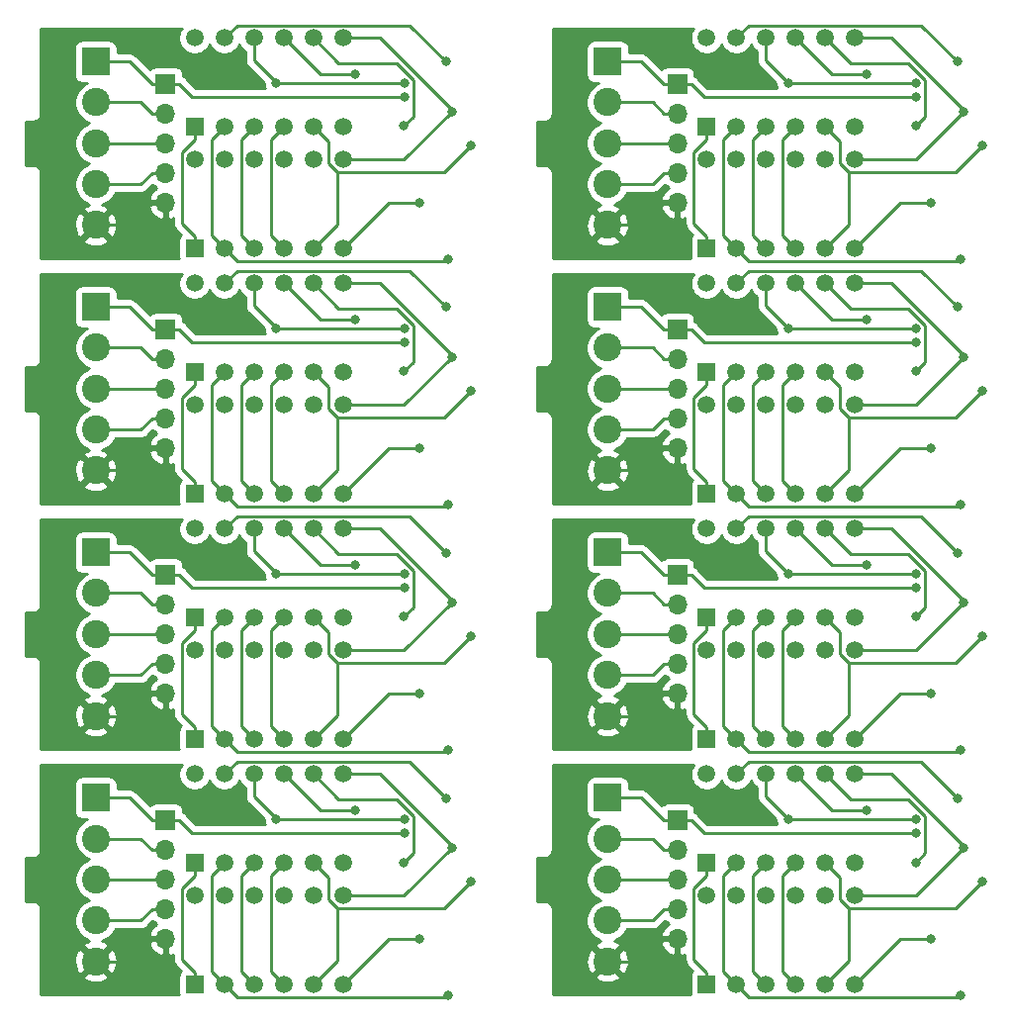
<source format=gbr>
G04 #@! TF.GenerationSoftware,KiCad,Pcbnew,5.1.5+dfsg1-2build2*
G04 #@! TF.CreationDate,2021-11-16T18:46:50-05:00*
G04 #@! TF.ProjectId,,58585858-5858-4585-9858-585858585858,rev?*
G04 #@! TF.SameCoordinates,Original*
G04 #@! TF.FileFunction,Copper,L1,Top*
G04 #@! TF.FilePolarity,Positive*
%FSLAX46Y46*%
G04 Gerber Fmt 4.6, Leading zero omitted, Abs format (unit mm)*
G04 Created by KiCad (PCBNEW 5.1.5+dfsg1-2build2) date 2021-11-16 18:46:50*
%MOMM*%
%LPD*%
G04 APERTURE LIST*
%ADD10C,1.500000*%
%ADD11R,1.500000X1.500000*%
%ADD12R,2.400000X2.400000*%
%ADD13C,2.400000*%
%ADD14R,1.700000X1.700000*%
%ADD15O,1.700000X1.700000*%
%ADD16C,0.800000*%
%ADD17C,0.250000*%
%ADD18C,0.254000*%
G04 APERTURE END LIST*
D10*
X163319500Y-110822500D03*
X165859500Y-110822500D03*
X168399500Y-110822500D03*
X170939500Y-110822500D03*
X173479500Y-110822500D03*
X176019500Y-110822500D03*
X176019500Y-118442500D03*
X173479500Y-118442500D03*
X170939500Y-118442500D03*
X168399500Y-118442500D03*
X165859500Y-118442500D03*
D11*
X163319500Y-118442500D03*
D10*
X119519500Y-110822500D03*
X122059500Y-110822500D03*
X124599500Y-110822500D03*
X127139500Y-110822500D03*
X129679500Y-110822500D03*
X132219500Y-110822500D03*
X132219500Y-118442500D03*
X129679500Y-118442500D03*
X127139500Y-118442500D03*
X124599500Y-118442500D03*
X122059500Y-118442500D03*
D11*
X119519500Y-118442500D03*
D10*
X163319500Y-89822500D03*
X165859500Y-89822500D03*
X168399500Y-89822500D03*
X170939500Y-89822500D03*
X173479500Y-89822500D03*
X176019500Y-89822500D03*
X176019500Y-97442500D03*
X173479500Y-97442500D03*
X170939500Y-97442500D03*
X168399500Y-97442500D03*
X165859500Y-97442500D03*
D11*
X163319500Y-97442500D03*
D10*
X119519500Y-89822500D03*
X122059500Y-89822500D03*
X124599500Y-89822500D03*
X127139500Y-89822500D03*
X129679500Y-89822500D03*
X132219500Y-89822500D03*
X132219500Y-97442500D03*
X129679500Y-97442500D03*
X127139500Y-97442500D03*
X124599500Y-97442500D03*
X122059500Y-97442500D03*
D11*
X119519500Y-97442500D03*
D10*
X163319500Y-68822500D03*
X165859500Y-68822500D03*
X168399500Y-68822500D03*
X170939500Y-68822500D03*
X173479500Y-68822500D03*
X176019500Y-68822500D03*
X176019500Y-76442500D03*
X173479500Y-76442500D03*
X170939500Y-76442500D03*
X168399500Y-76442500D03*
X165859500Y-76442500D03*
D11*
X163319500Y-76442500D03*
D10*
X119519500Y-68822500D03*
X122059500Y-68822500D03*
X124599500Y-68822500D03*
X127139500Y-68822500D03*
X129679500Y-68822500D03*
X132219500Y-68822500D03*
X132219500Y-76442500D03*
X129679500Y-76442500D03*
X127139500Y-76442500D03*
X124599500Y-76442500D03*
X122059500Y-76442500D03*
D11*
X119519500Y-76442500D03*
D10*
X163319500Y-47822500D03*
X165859500Y-47822500D03*
X168399500Y-47822500D03*
X170939500Y-47822500D03*
X173479500Y-47822500D03*
X176019500Y-47822500D03*
X176019500Y-55442500D03*
X173479500Y-55442500D03*
X170939500Y-55442500D03*
X168399500Y-55442500D03*
X165859500Y-55442500D03*
D11*
X163319500Y-55442500D03*
D10*
X163319500Y-121242500D03*
X165859500Y-121242500D03*
X168399500Y-121242500D03*
X170939500Y-121242500D03*
X173479500Y-121242500D03*
X176019500Y-121242500D03*
X176019500Y-128862500D03*
X173479500Y-128862500D03*
X170939500Y-128862500D03*
X168399500Y-128862500D03*
X165859500Y-128862500D03*
D11*
X163319500Y-128862500D03*
D10*
X119519500Y-121242500D03*
X122059500Y-121242500D03*
X124599500Y-121242500D03*
X127139500Y-121242500D03*
X129679500Y-121242500D03*
X132219500Y-121242500D03*
X132219500Y-128862500D03*
X129679500Y-128862500D03*
X127139500Y-128862500D03*
X124599500Y-128862500D03*
X122059500Y-128862500D03*
D11*
X119519500Y-128862500D03*
D10*
X163319500Y-100242500D03*
X165859500Y-100242500D03*
X168399500Y-100242500D03*
X170939500Y-100242500D03*
X173479500Y-100242500D03*
X176019500Y-100242500D03*
X176019500Y-107862500D03*
X173479500Y-107862500D03*
X170939500Y-107862500D03*
X168399500Y-107862500D03*
X165859500Y-107862500D03*
D11*
X163319500Y-107862500D03*
D10*
X119519500Y-100242500D03*
X122059500Y-100242500D03*
X124599500Y-100242500D03*
X127139500Y-100242500D03*
X129679500Y-100242500D03*
X132219500Y-100242500D03*
X132219500Y-107862500D03*
X129679500Y-107862500D03*
X127139500Y-107862500D03*
X124599500Y-107862500D03*
X122059500Y-107862500D03*
D11*
X119519500Y-107862500D03*
D10*
X163319500Y-79242500D03*
X165859500Y-79242500D03*
X168399500Y-79242500D03*
X170939500Y-79242500D03*
X173479500Y-79242500D03*
X176019500Y-79242500D03*
X176019500Y-86862500D03*
X173479500Y-86862500D03*
X170939500Y-86862500D03*
X168399500Y-86862500D03*
X165859500Y-86862500D03*
D11*
X163319500Y-86862500D03*
D10*
X119519500Y-79242500D03*
X122059500Y-79242500D03*
X124599500Y-79242500D03*
X127139500Y-79242500D03*
X129679500Y-79242500D03*
X132219500Y-79242500D03*
X132219500Y-86862500D03*
X129679500Y-86862500D03*
X127139500Y-86862500D03*
X124599500Y-86862500D03*
X122059500Y-86862500D03*
D11*
X119519500Y-86862500D03*
D10*
X163319500Y-58242500D03*
X165859500Y-58242500D03*
X168399500Y-58242500D03*
X170939500Y-58242500D03*
X173479500Y-58242500D03*
X176019500Y-58242500D03*
X176019500Y-65862500D03*
X173479500Y-65862500D03*
X170939500Y-65862500D03*
X168399500Y-65862500D03*
X165859500Y-65862500D03*
D11*
X163319500Y-65862500D03*
D12*
X154848500Y-112842500D03*
D13*
X154848500Y-116342500D03*
X154848500Y-119842500D03*
X154848500Y-123342500D03*
X154848500Y-126842500D03*
D12*
X111048500Y-112842500D03*
D13*
X111048500Y-116342500D03*
X111048500Y-119842500D03*
X111048500Y-123342500D03*
X111048500Y-126842500D03*
D12*
X154848500Y-91842500D03*
D13*
X154848500Y-95342500D03*
X154848500Y-98842500D03*
X154848500Y-102342500D03*
X154848500Y-105842500D03*
D12*
X111048500Y-91842500D03*
D13*
X111048500Y-95342500D03*
X111048500Y-98842500D03*
X111048500Y-102342500D03*
X111048500Y-105842500D03*
D12*
X154848500Y-70842500D03*
D13*
X154848500Y-74342500D03*
X154848500Y-77842500D03*
X154848500Y-81342500D03*
X154848500Y-84842500D03*
D12*
X111048500Y-70842500D03*
D13*
X111048500Y-74342500D03*
X111048500Y-77842500D03*
X111048500Y-81342500D03*
X111048500Y-84842500D03*
D12*
X154848500Y-49842500D03*
D13*
X154848500Y-53342500D03*
X154848500Y-56842500D03*
X154848500Y-60342500D03*
X154848500Y-63842500D03*
D14*
X160830500Y-114762500D03*
D15*
X160830500Y-117302500D03*
X160830500Y-119842500D03*
X160830500Y-122382500D03*
X160830500Y-124922500D03*
D14*
X117030500Y-114762500D03*
D15*
X117030500Y-117302500D03*
X117030500Y-119842500D03*
X117030500Y-122382500D03*
X117030500Y-124922500D03*
D14*
X160830500Y-93762500D03*
D15*
X160830500Y-96302500D03*
X160830500Y-98842500D03*
X160830500Y-101382500D03*
X160830500Y-103922500D03*
D14*
X117030500Y-93762500D03*
D15*
X117030500Y-96302500D03*
X117030500Y-98842500D03*
X117030500Y-101382500D03*
X117030500Y-103922500D03*
D14*
X160830500Y-72762500D03*
D15*
X160830500Y-75302500D03*
X160830500Y-77842500D03*
X160830500Y-80382500D03*
X160830500Y-82922500D03*
D14*
X117030500Y-72762500D03*
D15*
X117030500Y-75302500D03*
X117030500Y-77842500D03*
X117030500Y-80382500D03*
X117030500Y-82922500D03*
D14*
X160830500Y-51762500D03*
D15*
X160830500Y-54302500D03*
X160830500Y-56842500D03*
X160830500Y-59382500D03*
X160830500Y-61922500D03*
D11*
X119519500Y-55442500D03*
D10*
X122059500Y-55442500D03*
X124599500Y-55442500D03*
X127139500Y-55442500D03*
X129679500Y-55442500D03*
X132219500Y-55442500D03*
X132219500Y-47822500D03*
X129679500Y-47822500D03*
X127139500Y-47822500D03*
X124599500Y-47822500D03*
X122059500Y-47822500D03*
X119519500Y-47822500D03*
D11*
X119519500Y-65862500D03*
D10*
X122059500Y-65862500D03*
X124599500Y-65862500D03*
X127139500Y-65862500D03*
X129679500Y-65862500D03*
X132219500Y-65862500D03*
X132219500Y-58242500D03*
X129679500Y-58242500D03*
X127139500Y-58242500D03*
X124599500Y-58242500D03*
X122059500Y-58242500D03*
X119519500Y-58242500D03*
D15*
X117030500Y-61922500D03*
X117030500Y-59382500D03*
X117030500Y-56842500D03*
X117030500Y-54302500D03*
D14*
X117030500Y-51762500D03*
D13*
X111048500Y-63842500D03*
X111048500Y-60342500D03*
X111048500Y-56842500D03*
X111048500Y-53342500D03*
D12*
X111048500Y-49842500D03*
D16*
X133254700Y-50956200D03*
X177054700Y-50956200D03*
X133254700Y-71956200D03*
X177054700Y-71956200D03*
X133254700Y-92956200D03*
X177054700Y-92956200D03*
X133254700Y-113956200D03*
X177054700Y-113956200D03*
X138762200Y-61944100D03*
X182562200Y-61944100D03*
X138762200Y-82944100D03*
X182562200Y-82944100D03*
X138762200Y-103944100D03*
X182562200Y-103944100D03*
X138762200Y-124944100D03*
X182562200Y-124944100D03*
X137417200Y-55374900D03*
X181217200Y-55374900D03*
X137417200Y-76374900D03*
X181217200Y-76374900D03*
X137417200Y-97374900D03*
X181217200Y-97374900D03*
X137417200Y-118374900D03*
X181217200Y-118374900D03*
X141017900Y-49872200D03*
X184817900Y-49872200D03*
X141017900Y-70872200D03*
X184817900Y-70872200D03*
X141017900Y-91872200D03*
X184817900Y-91872200D03*
X141017900Y-112872200D03*
X184817900Y-112872200D03*
X137490000Y-52873500D03*
X181290000Y-52873500D03*
X137490000Y-73873500D03*
X181290000Y-73873500D03*
X137490000Y-94873500D03*
X181290000Y-94873500D03*
X137490000Y-115873500D03*
X181290000Y-115873500D03*
X141230400Y-66727200D03*
X185030400Y-66727200D03*
X141230400Y-87727200D03*
X185030400Y-87727200D03*
X141230400Y-108727200D03*
X185030400Y-108727200D03*
X141230400Y-129727200D03*
X185030400Y-129727200D03*
X143146000Y-57054400D03*
X186946000Y-57054400D03*
X143146000Y-78054400D03*
X186946000Y-78054400D03*
X143146000Y-99054400D03*
X186946000Y-99054400D03*
X143146000Y-120054400D03*
X186946000Y-120054400D03*
X141516800Y-54147500D03*
X185316800Y-54147500D03*
X141516800Y-75147500D03*
X185316800Y-75147500D03*
X141516800Y-96147500D03*
X185316800Y-96147500D03*
X141516800Y-117147500D03*
X185316800Y-117147500D03*
X126492800Y-51711700D03*
X137465300Y-51681500D03*
X181265300Y-51681500D03*
X137465300Y-72681500D03*
X181265300Y-72681500D03*
X137465300Y-93681500D03*
X181265300Y-93681500D03*
X137465300Y-114681500D03*
X181265300Y-114681500D03*
X170292800Y-51711700D03*
X126492800Y-72711700D03*
X170292800Y-72711700D03*
X126492800Y-93711700D03*
X170292800Y-93711700D03*
X126492800Y-114711700D03*
X170292800Y-114711700D03*
D17*
X133254700Y-50956200D02*
X130273200Y-50956200D01*
X130273200Y-50956200D02*
X127139500Y-47822500D01*
X177054700Y-50956200D02*
X174073200Y-50956200D01*
X133254700Y-71956200D02*
X130273200Y-71956200D01*
X177054700Y-71956200D02*
X174073200Y-71956200D01*
X133254700Y-92956200D02*
X130273200Y-92956200D01*
X177054700Y-92956200D02*
X174073200Y-92956200D01*
X133254700Y-113956200D02*
X130273200Y-113956200D01*
X177054700Y-113956200D02*
X174073200Y-113956200D01*
X174073200Y-50956200D02*
X170939500Y-47822500D01*
X130273200Y-71956200D02*
X127139500Y-68822500D01*
X174073200Y-71956200D02*
X170939500Y-68822500D01*
X130273200Y-92956200D02*
X127139500Y-89822500D01*
X174073200Y-92956200D02*
X170939500Y-89822500D01*
X130273200Y-113956200D02*
X127139500Y-110822500D01*
X174073200Y-113956200D02*
X170939500Y-110822500D01*
X138762200Y-61944100D02*
X136137900Y-61944100D01*
X136137900Y-61944100D02*
X132219500Y-65862500D01*
X179937900Y-61944100D02*
X176019500Y-65862500D01*
X136137900Y-82944100D02*
X132219500Y-86862500D01*
X179937900Y-82944100D02*
X176019500Y-86862500D01*
X136137900Y-103944100D02*
X132219500Y-107862500D01*
X179937900Y-103944100D02*
X176019500Y-107862500D01*
X136137900Y-124944100D02*
X132219500Y-128862500D01*
X179937900Y-124944100D02*
X176019500Y-128862500D01*
X182562200Y-61944100D02*
X179937900Y-61944100D01*
X138762200Y-82944100D02*
X136137900Y-82944100D01*
X182562200Y-82944100D02*
X179937900Y-82944100D01*
X138762200Y-103944100D02*
X136137900Y-103944100D01*
X182562200Y-103944100D02*
X179937900Y-103944100D01*
X138762200Y-124944100D02*
X136137900Y-124944100D01*
X182562200Y-124944100D02*
X179937900Y-124944100D01*
X129679500Y-47822500D02*
X131835300Y-49978300D01*
X131835300Y-49978300D02*
X136790500Y-49978300D01*
X136790500Y-49978300D02*
X138253400Y-51441200D01*
X138253400Y-51441200D02*
X138253400Y-54538700D01*
X138253400Y-54538700D02*
X137417200Y-55374900D01*
X182053400Y-54538700D02*
X181217200Y-55374900D01*
X138253400Y-75538700D02*
X137417200Y-76374900D01*
X182053400Y-75538700D02*
X181217200Y-76374900D01*
X138253400Y-96538700D02*
X137417200Y-97374900D01*
X182053400Y-96538700D02*
X181217200Y-97374900D01*
X138253400Y-117538700D02*
X137417200Y-118374900D01*
X182053400Y-117538700D02*
X181217200Y-118374900D01*
X175635300Y-49978300D02*
X180590500Y-49978300D01*
X131835300Y-70978300D02*
X136790500Y-70978300D01*
X175635300Y-70978300D02*
X180590500Y-70978300D01*
X131835300Y-91978300D02*
X136790500Y-91978300D01*
X175635300Y-91978300D02*
X180590500Y-91978300D01*
X131835300Y-112978300D02*
X136790500Y-112978300D01*
X175635300Y-112978300D02*
X180590500Y-112978300D01*
X182053400Y-51441200D02*
X182053400Y-54538700D01*
X138253400Y-72441200D02*
X138253400Y-75538700D01*
X182053400Y-72441200D02*
X182053400Y-75538700D01*
X138253400Y-93441200D02*
X138253400Y-96538700D01*
X182053400Y-93441200D02*
X182053400Y-96538700D01*
X138253400Y-114441200D02*
X138253400Y-117538700D01*
X182053400Y-114441200D02*
X182053400Y-117538700D01*
X173479500Y-47822500D02*
X175635300Y-49978300D01*
X129679500Y-68822500D02*
X131835300Y-70978300D01*
X173479500Y-68822500D02*
X175635300Y-70978300D01*
X129679500Y-89822500D02*
X131835300Y-91978300D01*
X173479500Y-89822500D02*
X175635300Y-91978300D01*
X129679500Y-110822500D02*
X131835300Y-112978300D01*
X173479500Y-110822500D02*
X175635300Y-112978300D01*
X180590500Y-49978300D02*
X182053400Y-51441200D01*
X136790500Y-70978300D02*
X138253400Y-72441200D01*
X180590500Y-70978300D02*
X182053400Y-72441200D01*
X136790500Y-91978300D02*
X138253400Y-93441200D01*
X180590500Y-91978300D02*
X182053400Y-93441200D01*
X136790500Y-112978300D02*
X138253400Y-114441200D01*
X180590500Y-112978300D02*
X182053400Y-114441200D01*
X141017900Y-49872200D02*
X137892800Y-46747100D01*
X137892800Y-46747100D02*
X123134900Y-46747100D01*
X123134900Y-46747100D02*
X122059500Y-47822500D01*
X184817900Y-49872200D02*
X181692800Y-46747100D01*
X141017900Y-70872200D02*
X137892800Y-67747100D01*
X184817900Y-70872200D02*
X181692800Y-67747100D01*
X141017900Y-91872200D02*
X137892800Y-88747100D01*
X184817900Y-91872200D02*
X181692800Y-88747100D01*
X141017900Y-112872200D02*
X137892800Y-109747100D01*
X184817900Y-112872200D02*
X181692800Y-109747100D01*
X181692800Y-46747100D02*
X166934900Y-46747100D01*
X137892800Y-67747100D02*
X123134900Y-67747100D01*
X181692800Y-67747100D02*
X166934900Y-67747100D01*
X137892800Y-88747100D02*
X123134900Y-88747100D01*
X181692800Y-88747100D02*
X166934900Y-88747100D01*
X137892800Y-109747100D02*
X123134900Y-109747100D01*
X181692800Y-109747100D02*
X166934900Y-109747100D01*
X166934900Y-46747100D02*
X165859500Y-47822500D01*
X123134900Y-67747100D02*
X122059500Y-68822500D01*
X166934900Y-67747100D02*
X165859500Y-68822500D01*
X123134900Y-88747100D02*
X122059500Y-89822500D01*
X166934900Y-88747100D02*
X165859500Y-89822500D01*
X123134900Y-109747100D02*
X122059500Y-110822500D01*
X166934900Y-109747100D02*
X165859500Y-110822500D01*
X117030500Y-61922500D02*
X115855200Y-61922500D01*
X111048500Y-63842500D02*
X113935200Y-63842500D01*
X113935200Y-63842500D02*
X115855200Y-61922500D01*
X160830500Y-61922500D02*
X159655200Y-61922500D01*
X117030500Y-82922500D02*
X115855200Y-82922500D01*
X160830500Y-82922500D02*
X159655200Y-82922500D01*
X117030500Y-103922500D02*
X115855200Y-103922500D01*
X160830500Y-103922500D02*
X159655200Y-103922500D01*
X117030500Y-124922500D02*
X115855200Y-124922500D01*
X160830500Y-124922500D02*
X159655200Y-124922500D01*
X154848500Y-63842500D02*
X157735200Y-63842500D01*
X111048500Y-84842500D02*
X113935200Y-84842500D01*
X154848500Y-84842500D02*
X157735200Y-84842500D01*
X111048500Y-105842500D02*
X113935200Y-105842500D01*
X154848500Y-105842500D02*
X157735200Y-105842500D01*
X111048500Y-126842500D02*
X113935200Y-126842500D01*
X154848500Y-126842500D02*
X157735200Y-126842500D01*
X157735200Y-63842500D02*
X159655200Y-61922500D01*
X113935200Y-84842500D02*
X115855200Y-82922500D01*
X157735200Y-84842500D02*
X159655200Y-82922500D01*
X113935200Y-105842500D02*
X115855200Y-103922500D01*
X157735200Y-105842500D02*
X159655200Y-103922500D01*
X113935200Y-126842500D02*
X115855200Y-124922500D01*
X157735200Y-126842500D02*
X159655200Y-124922500D01*
X117030500Y-59382500D02*
X115855200Y-59382500D01*
X111048500Y-60342500D02*
X114895200Y-60342500D01*
X114895200Y-60342500D02*
X115855200Y-59382500D01*
X154848500Y-60342500D02*
X158695200Y-60342500D01*
X111048500Y-81342500D02*
X114895200Y-81342500D01*
X154848500Y-81342500D02*
X158695200Y-81342500D01*
X111048500Y-102342500D02*
X114895200Y-102342500D01*
X154848500Y-102342500D02*
X158695200Y-102342500D01*
X111048500Y-123342500D02*
X114895200Y-123342500D01*
X154848500Y-123342500D02*
X158695200Y-123342500D01*
X158695200Y-60342500D02*
X159655200Y-59382500D01*
X114895200Y-81342500D02*
X115855200Y-80382500D01*
X158695200Y-81342500D02*
X159655200Y-80382500D01*
X114895200Y-102342500D02*
X115855200Y-101382500D01*
X158695200Y-102342500D02*
X159655200Y-101382500D01*
X114895200Y-123342500D02*
X115855200Y-122382500D01*
X158695200Y-123342500D02*
X159655200Y-122382500D01*
X160830500Y-59382500D02*
X159655200Y-59382500D01*
X117030500Y-80382500D02*
X115855200Y-80382500D01*
X160830500Y-80382500D02*
X159655200Y-80382500D01*
X117030500Y-101382500D02*
X115855200Y-101382500D01*
X160830500Y-101382500D02*
X159655200Y-101382500D01*
X117030500Y-122382500D02*
X115855200Y-122382500D01*
X160830500Y-122382500D02*
X159655200Y-122382500D01*
X111048500Y-56842500D02*
X117030500Y-56842500D01*
X154848500Y-56842500D02*
X160830500Y-56842500D01*
X111048500Y-77842500D02*
X117030500Y-77842500D01*
X154848500Y-77842500D02*
X160830500Y-77842500D01*
X111048500Y-98842500D02*
X117030500Y-98842500D01*
X154848500Y-98842500D02*
X160830500Y-98842500D01*
X111048500Y-119842500D02*
X117030500Y-119842500D01*
X154848500Y-119842500D02*
X160830500Y-119842500D01*
X117030500Y-54302500D02*
X115855200Y-54302500D01*
X111048500Y-53342500D02*
X114895200Y-53342500D01*
X114895200Y-53342500D02*
X115855200Y-54302500D01*
X154848500Y-53342500D02*
X158695200Y-53342500D01*
X111048500Y-74342500D02*
X114895200Y-74342500D01*
X154848500Y-74342500D02*
X158695200Y-74342500D01*
X111048500Y-95342500D02*
X114895200Y-95342500D01*
X154848500Y-95342500D02*
X158695200Y-95342500D01*
X111048500Y-116342500D02*
X114895200Y-116342500D01*
X154848500Y-116342500D02*
X158695200Y-116342500D01*
X158695200Y-53342500D02*
X159655200Y-54302500D01*
X114895200Y-74342500D02*
X115855200Y-75302500D01*
X158695200Y-74342500D02*
X159655200Y-75302500D01*
X114895200Y-95342500D02*
X115855200Y-96302500D01*
X158695200Y-95342500D02*
X159655200Y-96302500D01*
X114895200Y-116342500D02*
X115855200Y-117302500D01*
X158695200Y-116342500D02*
X159655200Y-117302500D01*
X160830500Y-54302500D02*
X159655200Y-54302500D01*
X117030500Y-75302500D02*
X115855200Y-75302500D01*
X160830500Y-75302500D02*
X159655200Y-75302500D01*
X117030500Y-96302500D02*
X115855200Y-96302500D01*
X160830500Y-96302500D02*
X159655200Y-96302500D01*
X117030500Y-117302500D02*
X115855200Y-117302500D01*
X160830500Y-117302500D02*
X159655200Y-117302500D01*
X118205800Y-51762500D02*
X119316800Y-52873500D01*
X119316800Y-52873500D02*
X137490000Y-52873500D01*
X117030500Y-51762500D02*
X115855200Y-51762500D01*
X111048500Y-49842500D02*
X113935200Y-49842500D01*
X113935200Y-49842500D02*
X115855200Y-51762500D01*
X117030500Y-51762500D02*
X118205800Y-51762500D01*
X163116800Y-52873500D02*
X181290000Y-52873500D01*
X119316800Y-73873500D02*
X137490000Y-73873500D01*
X163116800Y-73873500D02*
X181290000Y-73873500D01*
X119316800Y-94873500D02*
X137490000Y-94873500D01*
X163116800Y-94873500D02*
X181290000Y-94873500D01*
X119316800Y-115873500D02*
X137490000Y-115873500D01*
X163116800Y-115873500D02*
X181290000Y-115873500D01*
X160830500Y-51762500D02*
X159655200Y-51762500D01*
X117030500Y-72762500D02*
X115855200Y-72762500D01*
X160830500Y-72762500D02*
X159655200Y-72762500D01*
X117030500Y-93762500D02*
X115855200Y-93762500D01*
X160830500Y-93762500D02*
X159655200Y-93762500D01*
X117030500Y-114762500D02*
X115855200Y-114762500D01*
X160830500Y-114762500D02*
X159655200Y-114762500D01*
X154848500Y-49842500D02*
X157735200Y-49842500D01*
X111048500Y-70842500D02*
X113935200Y-70842500D01*
X154848500Y-70842500D02*
X157735200Y-70842500D01*
X111048500Y-91842500D02*
X113935200Y-91842500D01*
X154848500Y-91842500D02*
X157735200Y-91842500D01*
X111048500Y-112842500D02*
X113935200Y-112842500D01*
X154848500Y-112842500D02*
X157735200Y-112842500D01*
X157735200Y-49842500D02*
X159655200Y-51762500D01*
X113935200Y-70842500D02*
X115855200Y-72762500D01*
X157735200Y-70842500D02*
X159655200Y-72762500D01*
X113935200Y-91842500D02*
X115855200Y-93762500D01*
X157735200Y-91842500D02*
X159655200Y-93762500D01*
X113935200Y-112842500D02*
X115855200Y-114762500D01*
X157735200Y-112842500D02*
X159655200Y-114762500D01*
X160830500Y-51762500D02*
X162005800Y-51762500D01*
X117030500Y-72762500D02*
X118205800Y-72762500D01*
X160830500Y-72762500D02*
X162005800Y-72762500D01*
X117030500Y-93762500D02*
X118205800Y-93762500D01*
X160830500Y-93762500D02*
X162005800Y-93762500D01*
X117030500Y-114762500D02*
X118205800Y-114762500D01*
X160830500Y-114762500D02*
X162005800Y-114762500D01*
X162005800Y-51762500D02*
X163116800Y-52873500D01*
X118205800Y-72762500D02*
X119316800Y-73873500D01*
X162005800Y-72762500D02*
X163116800Y-73873500D01*
X118205800Y-93762500D02*
X119316800Y-94873500D01*
X162005800Y-93762500D02*
X163116800Y-94873500D01*
X118205800Y-114762500D02*
X119316800Y-115873500D01*
X162005800Y-114762500D02*
X163116800Y-115873500D01*
X122059500Y-55442500D02*
X120961000Y-56541000D01*
X120961000Y-56541000D02*
X120961000Y-64764000D01*
X120961000Y-64764000D02*
X122059500Y-65862500D01*
X141230400Y-66727200D02*
X141019700Y-66937900D01*
X141019700Y-66937900D02*
X123134900Y-66937900D01*
X123134900Y-66937900D02*
X122059500Y-65862500D01*
X165859500Y-55442500D02*
X164761000Y-56541000D01*
X122059500Y-76442500D02*
X120961000Y-77541000D01*
X165859500Y-76442500D02*
X164761000Y-77541000D01*
X122059500Y-97442500D02*
X120961000Y-98541000D01*
X165859500Y-97442500D02*
X164761000Y-98541000D01*
X122059500Y-118442500D02*
X120961000Y-119541000D01*
X165859500Y-118442500D02*
X164761000Y-119541000D01*
X184819700Y-66937900D02*
X166934900Y-66937900D01*
X141019700Y-87937900D02*
X123134900Y-87937900D01*
X184819700Y-87937900D02*
X166934900Y-87937900D01*
X141019700Y-108937900D02*
X123134900Y-108937900D01*
X184819700Y-108937900D02*
X166934900Y-108937900D01*
X141019700Y-129937900D02*
X123134900Y-129937900D01*
X184819700Y-129937900D02*
X166934900Y-129937900D01*
X164761000Y-64764000D02*
X165859500Y-65862500D01*
X120961000Y-85764000D02*
X122059500Y-86862500D01*
X164761000Y-85764000D02*
X165859500Y-86862500D01*
X120961000Y-106764000D02*
X122059500Y-107862500D01*
X164761000Y-106764000D02*
X165859500Y-107862500D01*
X120961000Y-127764000D02*
X122059500Y-128862500D01*
X164761000Y-127764000D02*
X165859500Y-128862500D01*
X185030400Y-66727200D02*
X184819700Y-66937900D01*
X141230400Y-87727200D02*
X141019700Y-87937900D01*
X185030400Y-87727200D02*
X184819700Y-87937900D01*
X141230400Y-108727200D02*
X141019700Y-108937900D01*
X185030400Y-108727200D02*
X184819700Y-108937900D01*
X141230400Y-129727200D02*
X141019700Y-129937900D01*
X185030400Y-129727200D02*
X184819700Y-129937900D01*
X166934900Y-66937900D02*
X165859500Y-65862500D01*
X123134900Y-87937900D02*
X122059500Y-86862500D01*
X166934900Y-87937900D02*
X165859500Y-86862500D01*
X123134900Y-108937900D02*
X122059500Y-107862500D01*
X166934900Y-108937900D02*
X165859500Y-107862500D01*
X123134900Y-129937900D02*
X122059500Y-128862500D01*
X166934900Y-129937900D02*
X165859500Y-128862500D01*
X164761000Y-56541000D02*
X164761000Y-64764000D01*
X120961000Y-77541000D02*
X120961000Y-85764000D01*
X164761000Y-77541000D02*
X164761000Y-85764000D01*
X120961000Y-98541000D02*
X120961000Y-106764000D01*
X164761000Y-98541000D02*
X164761000Y-106764000D01*
X120961000Y-119541000D02*
X120961000Y-127764000D01*
X164761000Y-119541000D02*
X164761000Y-127764000D01*
X124599500Y-55442500D02*
X123488200Y-56553800D01*
X123488200Y-56553800D02*
X123488200Y-64751200D01*
X123488200Y-64751200D02*
X124599500Y-65862500D01*
X168399500Y-55442500D02*
X167288200Y-56553800D01*
X124599500Y-76442500D02*
X123488200Y-77553800D01*
X168399500Y-76442500D02*
X167288200Y-77553800D01*
X124599500Y-97442500D02*
X123488200Y-98553800D01*
X168399500Y-97442500D02*
X167288200Y-98553800D01*
X124599500Y-118442500D02*
X123488200Y-119553800D01*
X168399500Y-118442500D02*
X167288200Y-119553800D01*
X167288200Y-56553800D02*
X167288200Y-64751200D01*
X123488200Y-77553800D02*
X123488200Y-85751200D01*
X167288200Y-77553800D02*
X167288200Y-85751200D01*
X123488200Y-98553800D02*
X123488200Y-106751200D01*
X167288200Y-98553800D02*
X167288200Y-106751200D01*
X123488200Y-119553800D02*
X123488200Y-127751200D01*
X167288200Y-119553800D02*
X167288200Y-127751200D01*
X167288200Y-64751200D02*
X168399500Y-65862500D01*
X123488200Y-85751200D02*
X124599500Y-86862500D01*
X167288200Y-85751200D02*
X168399500Y-86862500D01*
X123488200Y-106751200D02*
X124599500Y-107862500D01*
X167288200Y-106751200D02*
X168399500Y-107862500D01*
X123488200Y-127751200D02*
X124599500Y-128862500D01*
X167288200Y-127751200D02*
X168399500Y-128862500D01*
X119519500Y-55442500D02*
X119519500Y-56517800D01*
X119519500Y-65862500D02*
X119519500Y-64787200D01*
X119519500Y-64787200D02*
X118444200Y-63711900D01*
X118444200Y-63711900D02*
X118444200Y-57593100D01*
X118444200Y-57593100D02*
X119519500Y-56517800D01*
X163319500Y-65862500D02*
X163319500Y-64787200D01*
X119519500Y-86862500D02*
X119519500Y-85787200D01*
X163319500Y-86862500D02*
X163319500Y-85787200D01*
X119519500Y-107862500D02*
X119519500Y-106787200D01*
X163319500Y-107862500D02*
X163319500Y-106787200D01*
X119519500Y-128862500D02*
X119519500Y-127787200D01*
X163319500Y-128862500D02*
X163319500Y-127787200D01*
X163319500Y-64787200D02*
X162244200Y-63711900D01*
X119519500Y-85787200D02*
X118444200Y-84711900D01*
X163319500Y-85787200D02*
X162244200Y-84711900D01*
X119519500Y-106787200D02*
X118444200Y-105711900D01*
X163319500Y-106787200D02*
X162244200Y-105711900D01*
X119519500Y-127787200D02*
X118444200Y-126711900D01*
X163319500Y-127787200D02*
X162244200Y-126711900D01*
X162244200Y-63711900D02*
X162244200Y-57593100D01*
X118444200Y-84711900D02*
X118444200Y-78593100D01*
X162244200Y-84711900D02*
X162244200Y-78593100D01*
X118444200Y-105711900D02*
X118444200Y-99593100D01*
X162244200Y-105711900D02*
X162244200Y-99593100D01*
X118444200Y-126711900D02*
X118444200Y-120593100D01*
X162244200Y-126711900D02*
X162244200Y-120593100D01*
X162244200Y-57593100D02*
X163319500Y-56517800D01*
X118444200Y-78593100D02*
X119519500Y-77517800D01*
X162244200Y-78593100D02*
X163319500Y-77517800D01*
X118444200Y-99593100D02*
X119519500Y-98517800D01*
X162244200Y-99593100D02*
X163319500Y-98517800D01*
X118444200Y-120593100D02*
X119519500Y-119517800D01*
X162244200Y-120593100D02*
X163319500Y-119517800D01*
X163319500Y-55442500D02*
X163319500Y-56517800D01*
X119519500Y-76442500D02*
X119519500Y-77517800D01*
X163319500Y-76442500D02*
X163319500Y-77517800D01*
X119519500Y-97442500D02*
X119519500Y-98517800D01*
X163319500Y-97442500D02*
X163319500Y-98517800D01*
X119519500Y-118442500D02*
X119519500Y-119517800D01*
X163319500Y-118442500D02*
X163319500Y-119517800D01*
X127139500Y-65862500D02*
X126028200Y-64751200D01*
X126028200Y-64751200D02*
X126028200Y-56553800D01*
X126028200Y-56553800D02*
X127139500Y-55442500D01*
X170939500Y-65862500D02*
X169828200Y-64751200D01*
X127139500Y-86862500D02*
X126028200Y-85751200D01*
X170939500Y-86862500D02*
X169828200Y-85751200D01*
X127139500Y-107862500D02*
X126028200Y-106751200D01*
X170939500Y-107862500D02*
X169828200Y-106751200D01*
X127139500Y-128862500D02*
X126028200Y-127751200D01*
X170939500Y-128862500D02*
X169828200Y-127751200D01*
X169828200Y-56553800D02*
X170939500Y-55442500D01*
X126028200Y-77553800D02*
X127139500Y-76442500D01*
X169828200Y-77553800D02*
X170939500Y-76442500D01*
X126028200Y-98553800D02*
X127139500Y-97442500D01*
X169828200Y-98553800D02*
X170939500Y-97442500D01*
X126028200Y-119553800D02*
X127139500Y-118442500D01*
X169828200Y-119553800D02*
X170939500Y-118442500D01*
X169828200Y-64751200D02*
X169828200Y-56553800D01*
X126028200Y-85751200D02*
X126028200Y-77553800D01*
X169828200Y-85751200D02*
X169828200Y-77553800D01*
X126028200Y-106751200D02*
X126028200Y-98553800D01*
X169828200Y-106751200D02*
X169828200Y-98553800D01*
X126028200Y-127751200D02*
X126028200Y-119553800D01*
X169828200Y-127751200D02*
X169828200Y-119553800D01*
X131737800Y-59320400D02*
X130949500Y-58532100D01*
X130949500Y-58532100D02*
X130949500Y-56712500D01*
X130949500Y-56712500D02*
X129679500Y-55442500D01*
X143146000Y-57054400D02*
X140880000Y-59320400D01*
X140880000Y-59320400D02*
X131737800Y-59320400D01*
X131737800Y-59320400D02*
X131737800Y-63804200D01*
X131737800Y-63804200D02*
X129679500Y-65862500D01*
X175537800Y-63804200D02*
X173479500Y-65862500D01*
X131737800Y-84804200D02*
X129679500Y-86862500D01*
X175537800Y-84804200D02*
X173479500Y-86862500D01*
X131737800Y-105804200D02*
X129679500Y-107862500D01*
X175537800Y-105804200D02*
X173479500Y-107862500D01*
X131737800Y-126804200D02*
X129679500Y-128862500D01*
X175537800Y-126804200D02*
X173479500Y-128862500D01*
X174749500Y-58532100D02*
X174749500Y-56712500D01*
X130949500Y-79532100D02*
X130949500Y-77712500D01*
X174749500Y-79532100D02*
X174749500Y-77712500D01*
X130949500Y-100532100D02*
X130949500Y-98712500D01*
X174749500Y-100532100D02*
X174749500Y-98712500D01*
X130949500Y-121532100D02*
X130949500Y-119712500D01*
X174749500Y-121532100D02*
X174749500Y-119712500D01*
X174749500Y-56712500D02*
X173479500Y-55442500D01*
X130949500Y-77712500D02*
X129679500Y-76442500D01*
X174749500Y-77712500D02*
X173479500Y-76442500D01*
X130949500Y-98712500D02*
X129679500Y-97442500D01*
X174749500Y-98712500D02*
X173479500Y-97442500D01*
X130949500Y-119712500D02*
X129679500Y-118442500D01*
X174749500Y-119712500D02*
X173479500Y-118442500D01*
X186946000Y-57054400D02*
X184680000Y-59320400D01*
X143146000Y-78054400D02*
X140880000Y-80320400D01*
X186946000Y-78054400D02*
X184680000Y-80320400D01*
X143146000Y-99054400D02*
X140880000Y-101320400D01*
X186946000Y-99054400D02*
X184680000Y-101320400D01*
X143146000Y-120054400D02*
X140880000Y-122320400D01*
X186946000Y-120054400D02*
X184680000Y-122320400D01*
X175537800Y-59320400D02*
X174749500Y-58532100D01*
X131737800Y-80320400D02*
X130949500Y-79532100D01*
X175537800Y-80320400D02*
X174749500Y-79532100D01*
X131737800Y-101320400D02*
X130949500Y-100532100D01*
X175537800Y-101320400D02*
X174749500Y-100532100D01*
X131737800Y-122320400D02*
X130949500Y-121532100D01*
X175537800Y-122320400D02*
X174749500Y-121532100D01*
X184680000Y-59320400D02*
X175537800Y-59320400D01*
X140880000Y-80320400D02*
X131737800Y-80320400D01*
X184680000Y-80320400D02*
X175537800Y-80320400D01*
X140880000Y-101320400D02*
X131737800Y-101320400D01*
X184680000Y-101320400D02*
X175537800Y-101320400D01*
X140880000Y-122320400D02*
X131737800Y-122320400D01*
X184680000Y-122320400D02*
X175537800Y-122320400D01*
X175537800Y-59320400D02*
X175537800Y-63804200D01*
X131737800Y-80320400D02*
X131737800Y-84804200D01*
X175537800Y-80320400D02*
X175537800Y-84804200D01*
X131737800Y-101320400D02*
X131737800Y-105804200D01*
X175537800Y-101320400D02*
X175537800Y-105804200D01*
X131737800Y-122320400D02*
X131737800Y-126804200D01*
X175537800Y-122320400D02*
X175537800Y-126804200D01*
X141516800Y-54147500D02*
X141516800Y-53988200D01*
X141516800Y-53988200D02*
X135351100Y-47822500D01*
X135351100Y-47822500D02*
X132219500Y-47822500D01*
X132219500Y-58242500D02*
X137421800Y-58242500D01*
X137421800Y-58242500D02*
X141516800Y-54147500D01*
X179151100Y-47822500D02*
X176019500Y-47822500D01*
X135351100Y-68822500D02*
X132219500Y-68822500D01*
X179151100Y-68822500D02*
X176019500Y-68822500D01*
X135351100Y-89822500D02*
X132219500Y-89822500D01*
X179151100Y-89822500D02*
X176019500Y-89822500D01*
X135351100Y-110822500D02*
X132219500Y-110822500D01*
X179151100Y-110822500D02*
X176019500Y-110822500D01*
X176019500Y-58242500D02*
X181221800Y-58242500D01*
X132219500Y-79242500D02*
X137421800Y-79242500D01*
X176019500Y-79242500D02*
X181221800Y-79242500D01*
X132219500Y-100242500D02*
X137421800Y-100242500D01*
X176019500Y-100242500D02*
X181221800Y-100242500D01*
X132219500Y-121242500D02*
X137421800Y-121242500D01*
X176019500Y-121242500D02*
X181221800Y-121242500D01*
X185316800Y-54147500D02*
X185316800Y-53988200D01*
X141516800Y-75147500D02*
X141516800Y-74988200D01*
X185316800Y-75147500D02*
X185316800Y-74988200D01*
X141516800Y-96147500D02*
X141516800Y-95988200D01*
X185316800Y-96147500D02*
X185316800Y-95988200D01*
X141516800Y-117147500D02*
X141516800Y-116988200D01*
X185316800Y-117147500D02*
X185316800Y-116988200D01*
X185316800Y-53988200D02*
X179151100Y-47822500D01*
X141516800Y-74988200D02*
X135351100Y-68822500D01*
X185316800Y-74988200D02*
X179151100Y-68822500D01*
X141516800Y-95988200D02*
X135351100Y-89822500D01*
X185316800Y-95988200D02*
X179151100Y-89822500D01*
X141516800Y-116988200D02*
X135351100Y-110822500D01*
X185316800Y-116988200D02*
X179151100Y-110822500D01*
X181221800Y-58242500D02*
X185316800Y-54147500D01*
X137421800Y-79242500D02*
X141516800Y-75147500D01*
X181221800Y-79242500D02*
X185316800Y-75147500D01*
X137421800Y-100242500D02*
X141516800Y-96147500D01*
X181221800Y-100242500D02*
X185316800Y-96147500D01*
X137421800Y-121242500D02*
X141516800Y-117147500D01*
X181221800Y-121242500D02*
X185316800Y-117147500D01*
X126523000Y-51681500D02*
X126492800Y-51711700D01*
X126523000Y-51681500D02*
X124599500Y-49758000D01*
X124599500Y-49758000D02*
X124599500Y-47822500D01*
X137465300Y-51681500D02*
X126523000Y-51681500D01*
X170323000Y-51681500D02*
X170292800Y-51711700D01*
X126523000Y-72681500D02*
X126492800Y-72711700D01*
X170323000Y-72681500D02*
X170292800Y-72711700D01*
X126523000Y-93681500D02*
X126492800Y-93711700D01*
X170323000Y-93681500D02*
X170292800Y-93711700D01*
X126523000Y-114681500D02*
X126492800Y-114711700D01*
X170323000Y-114681500D02*
X170292800Y-114711700D01*
X170323000Y-51681500D02*
X168399500Y-49758000D01*
X126523000Y-72681500D02*
X124599500Y-70758000D01*
X170323000Y-72681500D02*
X168399500Y-70758000D01*
X126523000Y-93681500D02*
X124599500Y-91758000D01*
X170323000Y-93681500D02*
X168399500Y-91758000D01*
X126523000Y-114681500D02*
X124599500Y-112758000D01*
X170323000Y-114681500D02*
X168399500Y-112758000D01*
X181265300Y-51681500D02*
X170323000Y-51681500D01*
X137465300Y-72681500D02*
X126523000Y-72681500D01*
X181265300Y-72681500D02*
X170323000Y-72681500D01*
X137465300Y-93681500D02*
X126523000Y-93681500D01*
X181265300Y-93681500D02*
X170323000Y-93681500D01*
X137465300Y-114681500D02*
X126523000Y-114681500D01*
X181265300Y-114681500D02*
X170323000Y-114681500D01*
X168399500Y-49758000D02*
X168399500Y-47822500D01*
X124599500Y-70758000D02*
X124599500Y-68822500D01*
X168399500Y-70758000D02*
X168399500Y-68822500D01*
X124599500Y-91758000D02*
X124599500Y-89822500D01*
X168399500Y-91758000D02*
X168399500Y-89822500D01*
X124599500Y-112758000D02*
X124599500Y-110822500D01*
X168399500Y-112758000D02*
X168399500Y-110822500D01*
D18*
G36*
X118292129Y-68166457D02*
G01*
X118191066Y-68410444D01*
X106341500Y-68432493D01*
X106341500Y-68002500D01*
X118401682Y-68002500D01*
X118292129Y-68166457D01*
G37*
X118292129Y-68166457D02*
X118191066Y-68410444D01*
X106341500Y-68432493D01*
X106341500Y-68002500D01*
X118401682Y-68002500D01*
X118292129Y-68166457D01*
G36*
X118292129Y-47166457D02*
G01*
X118187725Y-47418511D01*
X118134500Y-47686089D01*
X118134500Y-47958911D01*
X118187725Y-48226489D01*
X118292129Y-48478543D01*
X118443701Y-48705386D01*
X118636614Y-48898299D01*
X118863457Y-49049871D01*
X119115511Y-49154275D01*
X119383089Y-49207500D01*
X119655911Y-49207500D01*
X119923489Y-49154275D01*
X120175543Y-49049871D01*
X120402386Y-48898299D01*
X120595299Y-48705386D01*
X120746871Y-48478543D01*
X120789500Y-48375627D01*
X120832129Y-48478543D01*
X120983701Y-48705386D01*
X121176614Y-48898299D01*
X121403457Y-49049871D01*
X121655511Y-49154275D01*
X121923089Y-49207500D01*
X122195911Y-49207500D01*
X122463489Y-49154275D01*
X122715543Y-49049871D01*
X122942386Y-48898299D01*
X123135299Y-48705386D01*
X123286871Y-48478543D01*
X123329500Y-48375627D01*
X123372129Y-48478543D01*
X123523701Y-48705386D01*
X123716614Y-48898299D01*
X123839500Y-48980409D01*
X123839500Y-49720677D01*
X123835824Y-49758000D01*
X123839500Y-49795322D01*
X123839500Y-49795332D01*
X123850497Y-49906985D01*
X123876130Y-49991486D01*
X123893954Y-50050246D01*
X123964526Y-50182276D01*
X124004371Y-50230826D01*
X124059499Y-50298001D01*
X124088503Y-50321804D01*
X125457800Y-51691102D01*
X125457800Y-51813639D01*
X125497574Y-52013598D01*
X125538955Y-52113500D01*
X119631602Y-52113500D01*
X118769604Y-51251502D01*
X118745801Y-51222499D01*
X118630076Y-51127526D01*
X118518572Y-51067925D01*
X118518572Y-50912500D01*
X118506312Y-50788018D01*
X118470002Y-50668320D01*
X118411037Y-50558006D01*
X118331685Y-50461315D01*
X118234994Y-50381963D01*
X118124680Y-50322998D01*
X118004982Y-50286688D01*
X117880500Y-50274428D01*
X116180500Y-50274428D01*
X116056018Y-50286688D01*
X115936320Y-50322998D01*
X115826006Y-50381963D01*
X115729315Y-50461315D01*
X115684015Y-50516513D01*
X114499004Y-49331503D01*
X114475201Y-49302499D01*
X114359476Y-49207526D01*
X114227447Y-49136954D01*
X114084186Y-49093497D01*
X113972533Y-49082500D01*
X113972522Y-49082500D01*
X113935200Y-49078824D01*
X113897878Y-49082500D01*
X112886572Y-49082500D01*
X112886572Y-48642500D01*
X112874312Y-48518018D01*
X112838002Y-48398320D01*
X112779037Y-48288006D01*
X112699685Y-48191315D01*
X112602994Y-48111963D01*
X112492680Y-48052998D01*
X112372982Y-48016688D01*
X112248500Y-48004428D01*
X109848500Y-48004428D01*
X109724018Y-48016688D01*
X109604320Y-48052998D01*
X109494006Y-48111963D01*
X109397315Y-48191315D01*
X109317963Y-48288006D01*
X109258998Y-48398320D01*
X109222688Y-48518018D01*
X109210428Y-48642500D01*
X109210428Y-51042500D01*
X109222688Y-51166982D01*
X109258998Y-51286680D01*
X109317963Y-51396994D01*
X109397315Y-51493685D01*
X109494006Y-51573037D01*
X109604320Y-51632002D01*
X109724018Y-51668312D01*
X109848500Y-51680572D01*
X110265662Y-51680572D01*
X110179301Y-51716344D01*
X109878756Y-51917162D01*
X109623162Y-52172756D01*
X109422344Y-52473301D01*
X109284018Y-52807250D01*
X109213500Y-53161768D01*
X109213500Y-53523232D01*
X109284018Y-53877750D01*
X109422344Y-54211699D01*
X109623162Y-54512244D01*
X109878756Y-54767838D01*
X110179301Y-54968656D01*
X110478287Y-55092500D01*
X110179301Y-55216344D01*
X109878756Y-55417162D01*
X109623162Y-55672756D01*
X109422344Y-55973301D01*
X109284018Y-56307250D01*
X109213500Y-56661768D01*
X109213500Y-57023232D01*
X109284018Y-57377750D01*
X109422344Y-57711699D01*
X109623162Y-58012244D01*
X109878756Y-58267838D01*
X110179301Y-58468656D01*
X110478287Y-58592500D01*
X110179301Y-58716344D01*
X109878756Y-58917162D01*
X109623162Y-59172756D01*
X109422344Y-59473301D01*
X109284018Y-59807250D01*
X109213500Y-60161768D01*
X109213500Y-60523232D01*
X109284018Y-60877750D01*
X109422344Y-61211699D01*
X109623162Y-61512244D01*
X109878756Y-61767838D01*
X110179301Y-61968656D01*
X110485989Y-62095690D01*
X110292667Y-62160654D01*
X110070014Y-62279664D01*
X109950126Y-62564520D01*
X111048500Y-63662895D01*
X112146874Y-62564520D01*
X112026986Y-62279664D01*
X112026435Y-62279390D01*
X115589024Y-62279390D01*
X115633675Y-62426599D01*
X115758859Y-62689420D01*
X115932912Y-62922769D01*
X116149145Y-63117678D01*
X116399248Y-63266657D01*
X116673609Y-63363981D01*
X116903500Y-63243314D01*
X116903500Y-62049500D01*
X115710345Y-62049500D01*
X115589024Y-62279390D01*
X112026435Y-62279390D01*
X111703290Y-62118801D01*
X111613810Y-62094531D01*
X111917699Y-61968656D01*
X112218244Y-61767838D01*
X112473838Y-61512244D01*
X112674656Y-61211699D01*
X112719888Y-61102500D01*
X114857878Y-61102500D01*
X114895200Y-61106176D01*
X114932522Y-61102500D01*
X114932533Y-61102500D01*
X115044186Y-61091503D01*
X115187447Y-61048046D01*
X115319476Y-60977474D01*
X115435201Y-60882501D01*
X115459004Y-60853498D01*
X115930197Y-60382304D01*
X116083868Y-60535975D01*
X116266034Y-60657695D01*
X116149145Y-60727322D01*
X115932912Y-60922231D01*
X115758859Y-61155580D01*
X115633675Y-61418401D01*
X115589024Y-61565610D01*
X115710345Y-61795500D01*
X116903500Y-61795500D01*
X116903500Y-61775500D01*
X117157500Y-61775500D01*
X117157500Y-61795500D01*
X117177500Y-61795500D01*
X117177500Y-62049500D01*
X117157500Y-62049500D01*
X117157500Y-63243314D01*
X117387391Y-63363981D01*
X117661752Y-63266657D01*
X117684200Y-63253285D01*
X117684200Y-63674577D01*
X117680524Y-63711900D01*
X117684200Y-63749222D01*
X117684200Y-63749232D01*
X117695197Y-63860885D01*
X117723196Y-63953186D01*
X117738654Y-64004146D01*
X117809226Y-64136176D01*
X117849071Y-64184726D01*
X117904199Y-64251901D01*
X117933202Y-64275704D01*
X118318589Y-64661090D01*
X118318315Y-64661315D01*
X118238963Y-64758006D01*
X118179998Y-64868320D01*
X118143688Y-64988018D01*
X118131428Y-65112500D01*
X118131428Y-66612500D01*
X118138322Y-66682500D01*
X106341500Y-66682500D01*
X106341500Y-65120480D01*
X109950126Y-65120480D01*
X110070014Y-65405336D01*
X110393710Y-65566199D01*
X110742569Y-65660822D01*
X111103184Y-65685567D01*
X111461698Y-65639485D01*
X111804333Y-65524346D01*
X112026986Y-65405336D01*
X112146874Y-65120480D01*
X111048500Y-64022105D01*
X109950126Y-65120480D01*
X106341500Y-65120480D01*
X106341500Y-63897184D01*
X109205433Y-63897184D01*
X109251515Y-64255698D01*
X109366654Y-64598333D01*
X109485664Y-64820986D01*
X109770520Y-64940874D01*
X110868895Y-63842500D01*
X111228105Y-63842500D01*
X112326480Y-64940874D01*
X112611336Y-64820986D01*
X112772199Y-64497290D01*
X112866822Y-64148431D01*
X112891567Y-63787816D01*
X112845485Y-63429302D01*
X112730346Y-63086667D01*
X112611336Y-62864014D01*
X112326480Y-62744126D01*
X111228105Y-63842500D01*
X110868895Y-63842500D01*
X109770520Y-62744126D01*
X109485664Y-62864014D01*
X109324801Y-63187710D01*
X109230178Y-63536569D01*
X109205433Y-63897184D01*
X106341500Y-63897184D01*
X106341500Y-59374919D01*
X106344693Y-59342500D01*
X106331950Y-59213117D01*
X106294210Y-59088707D01*
X106232925Y-58974050D01*
X106150448Y-58873552D01*
X106049950Y-58791075D01*
X105935293Y-58729790D01*
X105810883Y-58692050D01*
X105713919Y-58682500D01*
X105681500Y-58679307D01*
X105649081Y-58682500D01*
X105041500Y-58682500D01*
X105041500Y-55002500D01*
X105649081Y-55002500D01*
X105681500Y-55005693D01*
X105713919Y-55002500D01*
X105810883Y-54992950D01*
X105935293Y-54955210D01*
X106049950Y-54893925D01*
X106150448Y-54811448D01*
X106232925Y-54710950D01*
X106294210Y-54596293D01*
X106331950Y-54471883D01*
X106344693Y-54342500D01*
X106341500Y-54310081D01*
X106341500Y-47002500D01*
X118401682Y-47002500D01*
X118292129Y-47166457D01*
G37*
X118292129Y-47166457D02*
X118187725Y-47418511D01*
X118134500Y-47686089D01*
X118134500Y-47958911D01*
X118187725Y-48226489D01*
X118292129Y-48478543D01*
X118443701Y-48705386D01*
X118636614Y-48898299D01*
X118863457Y-49049871D01*
X119115511Y-49154275D01*
X119383089Y-49207500D01*
X119655911Y-49207500D01*
X119923489Y-49154275D01*
X120175543Y-49049871D01*
X120402386Y-48898299D01*
X120595299Y-48705386D01*
X120746871Y-48478543D01*
X120789500Y-48375627D01*
X120832129Y-48478543D01*
X120983701Y-48705386D01*
X121176614Y-48898299D01*
X121403457Y-49049871D01*
X121655511Y-49154275D01*
X121923089Y-49207500D01*
X122195911Y-49207500D01*
X122463489Y-49154275D01*
X122715543Y-49049871D01*
X122942386Y-48898299D01*
X123135299Y-48705386D01*
X123286871Y-48478543D01*
X123329500Y-48375627D01*
X123372129Y-48478543D01*
X123523701Y-48705386D01*
X123716614Y-48898299D01*
X123839500Y-48980409D01*
X123839500Y-49720677D01*
X123835824Y-49758000D01*
X123839500Y-49795322D01*
X123839500Y-49795332D01*
X123850497Y-49906985D01*
X123876130Y-49991486D01*
X123893954Y-50050246D01*
X123964526Y-50182276D01*
X124004371Y-50230826D01*
X124059499Y-50298001D01*
X124088503Y-50321804D01*
X125457800Y-51691102D01*
X125457800Y-51813639D01*
X125497574Y-52013598D01*
X125538955Y-52113500D01*
X119631602Y-52113500D01*
X118769604Y-51251502D01*
X118745801Y-51222499D01*
X118630076Y-51127526D01*
X118518572Y-51067925D01*
X118518572Y-50912500D01*
X118506312Y-50788018D01*
X118470002Y-50668320D01*
X118411037Y-50558006D01*
X118331685Y-50461315D01*
X118234994Y-50381963D01*
X118124680Y-50322998D01*
X118004982Y-50286688D01*
X117880500Y-50274428D01*
X116180500Y-50274428D01*
X116056018Y-50286688D01*
X115936320Y-50322998D01*
X115826006Y-50381963D01*
X115729315Y-50461315D01*
X115684015Y-50516513D01*
X114499004Y-49331503D01*
X114475201Y-49302499D01*
X114359476Y-49207526D01*
X114227447Y-49136954D01*
X114084186Y-49093497D01*
X113972533Y-49082500D01*
X113972522Y-49082500D01*
X113935200Y-49078824D01*
X113897878Y-49082500D01*
X112886572Y-49082500D01*
X112886572Y-48642500D01*
X112874312Y-48518018D01*
X112838002Y-48398320D01*
X112779037Y-48288006D01*
X112699685Y-48191315D01*
X112602994Y-48111963D01*
X112492680Y-48052998D01*
X112372982Y-48016688D01*
X112248500Y-48004428D01*
X109848500Y-48004428D01*
X109724018Y-48016688D01*
X109604320Y-48052998D01*
X109494006Y-48111963D01*
X109397315Y-48191315D01*
X109317963Y-48288006D01*
X109258998Y-48398320D01*
X109222688Y-48518018D01*
X109210428Y-48642500D01*
X109210428Y-51042500D01*
X109222688Y-51166982D01*
X109258998Y-51286680D01*
X109317963Y-51396994D01*
X109397315Y-51493685D01*
X109494006Y-51573037D01*
X109604320Y-51632002D01*
X109724018Y-51668312D01*
X109848500Y-51680572D01*
X110265662Y-51680572D01*
X110179301Y-51716344D01*
X109878756Y-51917162D01*
X109623162Y-52172756D01*
X109422344Y-52473301D01*
X109284018Y-52807250D01*
X109213500Y-53161768D01*
X109213500Y-53523232D01*
X109284018Y-53877750D01*
X109422344Y-54211699D01*
X109623162Y-54512244D01*
X109878756Y-54767838D01*
X110179301Y-54968656D01*
X110478287Y-55092500D01*
X110179301Y-55216344D01*
X109878756Y-55417162D01*
X109623162Y-55672756D01*
X109422344Y-55973301D01*
X109284018Y-56307250D01*
X109213500Y-56661768D01*
X109213500Y-57023232D01*
X109284018Y-57377750D01*
X109422344Y-57711699D01*
X109623162Y-58012244D01*
X109878756Y-58267838D01*
X110179301Y-58468656D01*
X110478287Y-58592500D01*
X110179301Y-58716344D01*
X109878756Y-58917162D01*
X109623162Y-59172756D01*
X109422344Y-59473301D01*
X109284018Y-59807250D01*
X109213500Y-60161768D01*
X109213500Y-60523232D01*
X109284018Y-60877750D01*
X109422344Y-61211699D01*
X109623162Y-61512244D01*
X109878756Y-61767838D01*
X110179301Y-61968656D01*
X110485989Y-62095690D01*
X110292667Y-62160654D01*
X110070014Y-62279664D01*
X109950126Y-62564520D01*
X111048500Y-63662895D01*
X112146874Y-62564520D01*
X112026986Y-62279664D01*
X112026435Y-62279390D01*
X115589024Y-62279390D01*
X115633675Y-62426599D01*
X115758859Y-62689420D01*
X115932912Y-62922769D01*
X116149145Y-63117678D01*
X116399248Y-63266657D01*
X116673609Y-63363981D01*
X116903500Y-63243314D01*
X116903500Y-62049500D01*
X115710345Y-62049500D01*
X115589024Y-62279390D01*
X112026435Y-62279390D01*
X111703290Y-62118801D01*
X111613810Y-62094531D01*
X111917699Y-61968656D01*
X112218244Y-61767838D01*
X112473838Y-61512244D01*
X112674656Y-61211699D01*
X112719888Y-61102500D01*
X114857878Y-61102500D01*
X114895200Y-61106176D01*
X114932522Y-61102500D01*
X114932533Y-61102500D01*
X115044186Y-61091503D01*
X115187447Y-61048046D01*
X115319476Y-60977474D01*
X115435201Y-60882501D01*
X115459004Y-60853498D01*
X115930197Y-60382304D01*
X116083868Y-60535975D01*
X116266034Y-60657695D01*
X116149145Y-60727322D01*
X115932912Y-60922231D01*
X115758859Y-61155580D01*
X115633675Y-61418401D01*
X115589024Y-61565610D01*
X115710345Y-61795500D01*
X116903500Y-61795500D01*
X116903500Y-61775500D01*
X117157500Y-61775500D01*
X117157500Y-61795500D01*
X117177500Y-61795500D01*
X117177500Y-62049500D01*
X117157500Y-62049500D01*
X117157500Y-63243314D01*
X117387391Y-63363981D01*
X117661752Y-63266657D01*
X117684200Y-63253285D01*
X117684200Y-63674577D01*
X117680524Y-63711900D01*
X117684200Y-63749222D01*
X117684200Y-63749232D01*
X117695197Y-63860885D01*
X117723196Y-63953186D01*
X117738654Y-64004146D01*
X117809226Y-64136176D01*
X117849071Y-64184726D01*
X117904199Y-64251901D01*
X117933202Y-64275704D01*
X118318589Y-64661090D01*
X118318315Y-64661315D01*
X118238963Y-64758006D01*
X118179998Y-64868320D01*
X118143688Y-64988018D01*
X118131428Y-65112500D01*
X118131428Y-66612500D01*
X118138322Y-66682500D01*
X106341500Y-66682500D01*
X106341500Y-65120480D01*
X109950126Y-65120480D01*
X110070014Y-65405336D01*
X110393710Y-65566199D01*
X110742569Y-65660822D01*
X111103184Y-65685567D01*
X111461698Y-65639485D01*
X111804333Y-65524346D01*
X112026986Y-65405336D01*
X112146874Y-65120480D01*
X111048500Y-64022105D01*
X109950126Y-65120480D01*
X106341500Y-65120480D01*
X106341500Y-63897184D01*
X109205433Y-63897184D01*
X109251515Y-64255698D01*
X109366654Y-64598333D01*
X109485664Y-64820986D01*
X109770520Y-64940874D01*
X110868895Y-63842500D01*
X111228105Y-63842500D01*
X112326480Y-64940874D01*
X112611336Y-64820986D01*
X112772199Y-64497290D01*
X112866822Y-64148431D01*
X112891567Y-63787816D01*
X112845485Y-63429302D01*
X112730346Y-63086667D01*
X112611336Y-62864014D01*
X112326480Y-62744126D01*
X111228105Y-63842500D01*
X110868895Y-63842500D01*
X109770520Y-62744126D01*
X109485664Y-62864014D01*
X109324801Y-63187710D01*
X109230178Y-63536569D01*
X109205433Y-63897184D01*
X106341500Y-63897184D01*
X106341500Y-59374919D01*
X106344693Y-59342500D01*
X106331950Y-59213117D01*
X106294210Y-59088707D01*
X106232925Y-58974050D01*
X106150448Y-58873552D01*
X106049950Y-58791075D01*
X105935293Y-58729790D01*
X105810883Y-58692050D01*
X105713919Y-58682500D01*
X105681500Y-58679307D01*
X105649081Y-58682500D01*
X105041500Y-58682500D01*
X105041500Y-55002500D01*
X105649081Y-55002500D01*
X105681500Y-55005693D01*
X105713919Y-55002500D01*
X105810883Y-54992950D01*
X105935293Y-54955210D01*
X106049950Y-54893925D01*
X106150448Y-54811448D01*
X106232925Y-54710950D01*
X106294210Y-54596293D01*
X106331950Y-54471883D01*
X106344693Y-54342500D01*
X106341500Y-54310081D01*
X106341500Y-47002500D01*
X118401682Y-47002500D01*
X118292129Y-47166457D01*
G36*
X149796500Y-58762506D02*
G01*
X149735293Y-58729790D01*
X149610883Y-58692050D01*
X149513919Y-58682500D01*
X149481500Y-58679307D01*
X149449081Y-58682500D01*
X148841500Y-58682500D01*
X148841500Y-55002500D01*
X149449081Y-55002500D01*
X149481500Y-55005693D01*
X149513919Y-55002500D01*
X149610883Y-54992950D01*
X149735293Y-54955210D01*
X149796500Y-54922494D01*
X149796500Y-58762506D01*
G37*
X149796500Y-58762506D02*
X149735293Y-58729790D01*
X149610883Y-58692050D01*
X149513919Y-58682500D01*
X149481500Y-58679307D01*
X149449081Y-58682500D01*
X148841500Y-58682500D01*
X148841500Y-55002500D01*
X149449081Y-55002500D01*
X149481500Y-55005693D01*
X149513919Y-55002500D01*
X149610883Y-54992950D01*
X149735293Y-54955210D01*
X149796500Y-54922494D01*
X149796500Y-58762506D01*
G36*
X162092129Y-68166457D02*
G01*
X161991066Y-68410444D01*
X150141500Y-68432493D01*
X150141500Y-68002500D01*
X162201682Y-68002500D01*
X162092129Y-68166457D01*
G37*
X162092129Y-68166457D02*
X161991066Y-68410444D01*
X150141500Y-68432493D01*
X150141500Y-68002500D01*
X162201682Y-68002500D01*
X162092129Y-68166457D01*
G36*
X162092129Y-47166457D02*
G01*
X161987725Y-47418511D01*
X161934500Y-47686089D01*
X161934500Y-47958911D01*
X161987725Y-48226489D01*
X162092129Y-48478543D01*
X162243701Y-48705386D01*
X162436614Y-48898299D01*
X162663457Y-49049871D01*
X162915511Y-49154275D01*
X163183089Y-49207500D01*
X163455911Y-49207500D01*
X163723489Y-49154275D01*
X163975543Y-49049871D01*
X164202386Y-48898299D01*
X164395299Y-48705386D01*
X164546871Y-48478543D01*
X164589500Y-48375627D01*
X164632129Y-48478543D01*
X164783701Y-48705386D01*
X164976614Y-48898299D01*
X165203457Y-49049871D01*
X165455511Y-49154275D01*
X165723089Y-49207500D01*
X165995911Y-49207500D01*
X166263489Y-49154275D01*
X166515543Y-49049871D01*
X166742386Y-48898299D01*
X166935299Y-48705386D01*
X167086871Y-48478543D01*
X167129500Y-48375627D01*
X167172129Y-48478543D01*
X167323701Y-48705386D01*
X167516614Y-48898299D01*
X167639500Y-48980409D01*
X167639500Y-49720677D01*
X167635824Y-49758000D01*
X167639500Y-49795322D01*
X167639500Y-49795332D01*
X167650497Y-49906985D01*
X167676130Y-49991486D01*
X167693954Y-50050246D01*
X167764526Y-50182276D01*
X167804371Y-50230826D01*
X167859499Y-50298001D01*
X167888503Y-50321804D01*
X169257800Y-51691102D01*
X169257800Y-51813639D01*
X169297574Y-52013598D01*
X169338955Y-52113500D01*
X163431602Y-52113500D01*
X162569604Y-51251502D01*
X162545801Y-51222499D01*
X162430076Y-51127526D01*
X162318572Y-51067925D01*
X162318572Y-50912500D01*
X162306312Y-50788018D01*
X162270002Y-50668320D01*
X162211037Y-50558006D01*
X162131685Y-50461315D01*
X162034994Y-50381963D01*
X161924680Y-50322998D01*
X161804982Y-50286688D01*
X161680500Y-50274428D01*
X159980500Y-50274428D01*
X159856018Y-50286688D01*
X159736320Y-50322998D01*
X159626006Y-50381963D01*
X159529315Y-50461315D01*
X159484015Y-50516513D01*
X158299004Y-49331503D01*
X158275201Y-49302499D01*
X158159476Y-49207526D01*
X158027447Y-49136954D01*
X157884186Y-49093497D01*
X157772533Y-49082500D01*
X157772522Y-49082500D01*
X157735200Y-49078824D01*
X157697878Y-49082500D01*
X156686572Y-49082500D01*
X156686572Y-48642500D01*
X156674312Y-48518018D01*
X156638002Y-48398320D01*
X156579037Y-48288006D01*
X156499685Y-48191315D01*
X156402994Y-48111963D01*
X156292680Y-48052998D01*
X156172982Y-48016688D01*
X156048500Y-48004428D01*
X153648500Y-48004428D01*
X153524018Y-48016688D01*
X153404320Y-48052998D01*
X153294006Y-48111963D01*
X153197315Y-48191315D01*
X153117963Y-48288006D01*
X153058998Y-48398320D01*
X153022688Y-48518018D01*
X153010428Y-48642500D01*
X153010428Y-51042500D01*
X153022688Y-51166982D01*
X153058998Y-51286680D01*
X153117963Y-51396994D01*
X153197315Y-51493685D01*
X153294006Y-51573037D01*
X153404320Y-51632002D01*
X153524018Y-51668312D01*
X153648500Y-51680572D01*
X154065662Y-51680572D01*
X153979301Y-51716344D01*
X153678756Y-51917162D01*
X153423162Y-52172756D01*
X153222344Y-52473301D01*
X153084018Y-52807250D01*
X153013500Y-53161768D01*
X153013500Y-53523232D01*
X153084018Y-53877750D01*
X153222344Y-54211699D01*
X153423162Y-54512244D01*
X153678756Y-54767838D01*
X153979301Y-54968656D01*
X154278287Y-55092500D01*
X153979301Y-55216344D01*
X153678756Y-55417162D01*
X153423162Y-55672756D01*
X153222344Y-55973301D01*
X153084018Y-56307250D01*
X153013500Y-56661768D01*
X153013500Y-57023232D01*
X153084018Y-57377750D01*
X153222344Y-57711699D01*
X153423162Y-58012244D01*
X153678756Y-58267838D01*
X153979301Y-58468656D01*
X154278287Y-58592500D01*
X153979301Y-58716344D01*
X153678756Y-58917162D01*
X153423162Y-59172756D01*
X153222344Y-59473301D01*
X153084018Y-59807250D01*
X153013500Y-60161768D01*
X153013500Y-60523232D01*
X153084018Y-60877750D01*
X153222344Y-61211699D01*
X153423162Y-61512244D01*
X153678756Y-61767838D01*
X153979301Y-61968656D01*
X154285989Y-62095690D01*
X154092667Y-62160654D01*
X153870014Y-62279664D01*
X153750126Y-62564520D01*
X154848500Y-63662895D01*
X155946874Y-62564520D01*
X155826986Y-62279664D01*
X155826435Y-62279390D01*
X159389024Y-62279390D01*
X159433675Y-62426599D01*
X159558859Y-62689420D01*
X159732912Y-62922769D01*
X159949145Y-63117678D01*
X160199248Y-63266657D01*
X160473609Y-63363981D01*
X160703500Y-63243314D01*
X160703500Y-62049500D01*
X159510345Y-62049500D01*
X159389024Y-62279390D01*
X155826435Y-62279390D01*
X155503290Y-62118801D01*
X155413810Y-62094531D01*
X155717699Y-61968656D01*
X156018244Y-61767838D01*
X156273838Y-61512244D01*
X156474656Y-61211699D01*
X156519888Y-61102500D01*
X158657878Y-61102500D01*
X158695200Y-61106176D01*
X158732522Y-61102500D01*
X158732533Y-61102500D01*
X158844186Y-61091503D01*
X158987447Y-61048046D01*
X159119476Y-60977474D01*
X159235201Y-60882501D01*
X159259004Y-60853498D01*
X159730197Y-60382304D01*
X159883868Y-60535975D01*
X160066034Y-60657695D01*
X159949145Y-60727322D01*
X159732912Y-60922231D01*
X159558859Y-61155580D01*
X159433675Y-61418401D01*
X159389024Y-61565610D01*
X159510345Y-61795500D01*
X160703500Y-61795500D01*
X160703500Y-61775500D01*
X160957500Y-61775500D01*
X160957500Y-61795500D01*
X160977500Y-61795500D01*
X160977500Y-62049500D01*
X160957500Y-62049500D01*
X160957500Y-63243314D01*
X161187391Y-63363981D01*
X161461752Y-63266657D01*
X161484200Y-63253285D01*
X161484200Y-63674577D01*
X161480524Y-63711900D01*
X161484200Y-63749222D01*
X161484200Y-63749232D01*
X161495197Y-63860885D01*
X161523196Y-63953186D01*
X161538654Y-64004146D01*
X161609226Y-64136176D01*
X161649071Y-64184726D01*
X161704199Y-64251901D01*
X161733202Y-64275704D01*
X162118589Y-64661090D01*
X162118315Y-64661315D01*
X162038963Y-64758006D01*
X161979998Y-64868320D01*
X161943688Y-64988018D01*
X161931428Y-65112500D01*
X161931428Y-66612500D01*
X161938322Y-66682500D01*
X150141500Y-66682500D01*
X150141500Y-65120480D01*
X153750126Y-65120480D01*
X153870014Y-65405336D01*
X154193710Y-65566199D01*
X154542569Y-65660822D01*
X154903184Y-65685567D01*
X155261698Y-65639485D01*
X155604333Y-65524346D01*
X155826986Y-65405336D01*
X155946874Y-65120480D01*
X154848500Y-64022105D01*
X153750126Y-65120480D01*
X150141500Y-65120480D01*
X150141500Y-63897184D01*
X153005433Y-63897184D01*
X153051515Y-64255698D01*
X153166654Y-64598333D01*
X153285664Y-64820986D01*
X153570520Y-64940874D01*
X154668895Y-63842500D01*
X155028105Y-63842500D01*
X156126480Y-64940874D01*
X156411336Y-64820986D01*
X156572199Y-64497290D01*
X156666822Y-64148431D01*
X156691567Y-63787816D01*
X156645485Y-63429302D01*
X156530346Y-63086667D01*
X156411336Y-62864014D01*
X156126480Y-62744126D01*
X155028105Y-63842500D01*
X154668895Y-63842500D01*
X153570520Y-62744126D01*
X153285664Y-62864014D01*
X153124801Y-63187710D01*
X153030178Y-63536569D01*
X153005433Y-63897184D01*
X150141500Y-63897184D01*
X150141500Y-59374919D01*
X150144693Y-59342500D01*
X150131950Y-59213117D01*
X150094210Y-59088707D01*
X150032925Y-58974050D01*
X149950448Y-58873552D01*
X149849950Y-58791075D01*
X149735293Y-58729790D01*
X149610883Y-58692050D01*
X149513919Y-58682500D01*
X149481500Y-58679307D01*
X149449081Y-58682500D01*
X148841500Y-58682500D01*
X148841500Y-55002500D01*
X149449081Y-55002500D01*
X149481500Y-55005693D01*
X149513919Y-55002500D01*
X149610883Y-54992950D01*
X149735293Y-54955210D01*
X149849950Y-54893925D01*
X149950448Y-54811448D01*
X150032925Y-54710950D01*
X150094210Y-54596293D01*
X150131950Y-54471883D01*
X150144693Y-54342500D01*
X150141500Y-54310081D01*
X150141500Y-47002500D01*
X162201682Y-47002500D01*
X162092129Y-47166457D01*
G37*
X162092129Y-47166457D02*
X161987725Y-47418511D01*
X161934500Y-47686089D01*
X161934500Y-47958911D01*
X161987725Y-48226489D01*
X162092129Y-48478543D01*
X162243701Y-48705386D01*
X162436614Y-48898299D01*
X162663457Y-49049871D01*
X162915511Y-49154275D01*
X163183089Y-49207500D01*
X163455911Y-49207500D01*
X163723489Y-49154275D01*
X163975543Y-49049871D01*
X164202386Y-48898299D01*
X164395299Y-48705386D01*
X164546871Y-48478543D01*
X164589500Y-48375627D01*
X164632129Y-48478543D01*
X164783701Y-48705386D01*
X164976614Y-48898299D01*
X165203457Y-49049871D01*
X165455511Y-49154275D01*
X165723089Y-49207500D01*
X165995911Y-49207500D01*
X166263489Y-49154275D01*
X166515543Y-49049871D01*
X166742386Y-48898299D01*
X166935299Y-48705386D01*
X167086871Y-48478543D01*
X167129500Y-48375627D01*
X167172129Y-48478543D01*
X167323701Y-48705386D01*
X167516614Y-48898299D01*
X167639500Y-48980409D01*
X167639500Y-49720677D01*
X167635824Y-49758000D01*
X167639500Y-49795322D01*
X167639500Y-49795332D01*
X167650497Y-49906985D01*
X167676130Y-49991486D01*
X167693954Y-50050246D01*
X167764526Y-50182276D01*
X167804371Y-50230826D01*
X167859499Y-50298001D01*
X167888503Y-50321804D01*
X169257800Y-51691102D01*
X169257800Y-51813639D01*
X169297574Y-52013598D01*
X169338955Y-52113500D01*
X163431602Y-52113500D01*
X162569604Y-51251502D01*
X162545801Y-51222499D01*
X162430076Y-51127526D01*
X162318572Y-51067925D01*
X162318572Y-50912500D01*
X162306312Y-50788018D01*
X162270002Y-50668320D01*
X162211037Y-50558006D01*
X162131685Y-50461315D01*
X162034994Y-50381963D01*
X161924680Y-50322998D01*
X161804982Y-50286688D01*
X161680500Y-50274428D01*
X159980500Y-50274428D01*
X159856018Y-50286688D01*
X159736320Y-50322998D01*
X159626006Y-50381963D01*
X159529315Y-50461315D01*
X159484015Y-50516513D01*
X158299004Y-49331503D01*
X158275201Y-49302499D01*
X158159476Y-49207526D01*
X158027447Y-49136954D01*
X157884186Y-49093497D01*
X157772533Y-49082500D01*
X157772522Y-49082500D01*
X157735200Y-49078824D01*
X157697878Y-49082500D01*
X156686572Y-49082500D01*
X156686572Y-48642500D01*
X156674312Y-48518018D01*
X156638002Y-48398320D01*
X156579037Y-48288006D01*
X156499685Y-48191315D01*
X156402994Y-48111963D01*
X156292680Y-48052998D01*
X156172982Y-48016688D01*
X156048500Y-48004428D01*
X153648500Y-48004428D01*
X153524018Y-48016688D01*
X153404320Y-48052998D01*
X153294006Y-48111963D01*
X153197315Y-48191315D01*
X153117963Y-48288006D01*
X153058998Y-48398320D01*
X153022688Y-48518018D01*
X153010428Y-48642500D01*
X153010428Y-51042500D01*
X153022688Y-51166982D01*
X153058998Y-51286680D01*
X153117963Y-51396994D01*
X153197315Y-51493685D01*
X153294006Y-51573037D01*
X153404320Y-51632002D01*
X153524018Y-51668312D01*
X153648500Y-51680572D01*
X154065662Y-51680572D01*
X153979301Y-51716344D01*
X153678756Y-51917162D01*
X153423162Y-52172756D01*
X153222344Y-52473301D01*
X153084018Y-52807250D01*
X153013500Y-53161768D01*
X153013500Y-53523232D01*
X153084018Y-53877750D01*
X153222344Y-54211699D01*
X153423162Y-54512244D01*
X153678756Y-54767838D01*
X153979301Y-54968656D01*
X154278287Y-55092500D01*
X153979301Y-55216344D01*
X153678756Y-55417162D01*
X153423162Y-55672756D01*
X153222344Y-55973301D01*
X153084018Y-56307250D01*
X153013500Y-56661768D01*
X153013500Y-57023232D01*
X153084018Y-57377750D01*
X153222344Y-57711699D01*
X153423162Y-58012244D01*
X153678756Y-58267838D01*
X153979301Y-58468656D01*
X154278287Y-58592500D01*
X153979301Y-58716344D01*
X153678756Y-58917162D01*
X153423162Y-59172756D01*
X153222344Y-59473301D01*
X153084018Y-59807250D01*
X153013500Y-60161768D01*
X153013500Y-60523232D01*
X153084018Y-60877750D01*
X153222344Y-61211699D01*
X153423162Y-61512244D01*
X153678756Y-61767838D01*
X153979301Y-61968656D01*
X154285989Y-62095690D01*
X154092667Y-62160654D01*
X153870014Y-62279664D01*
X153750126Y-62564520D01*
X154848500Y-63662895D01*
X155946874Y-62564520D01*
X155826986Y-62279664D01*
X155826435Y-62279390D01*
X159389024Y-62279390D01*
X159433675Y-62426599D01*
X159558859Y-62689420D01*
X159732912Y-62922769D01*
X159949145Y-63117678D01*
X160199248Y-63266657D01*
X160473609Y-63363981D01*
X160703500Y-63243314D01*
X160703500Y-62049500D01*
X159510345Y-62049500D01*
X159389024Y-62279390D01*
X155826435Y-62279390D01*
X155503290Y-62118801D01*
X155413810Y-62094531D01*
X155717699Y-61968656D01*
X156018244Y-61767838D01*
X156273838Y-61512244D01*
X156474656Y-61211699D01*
X156519888Y-61102500D01*
X158657878Y-61102500D01*
X158695200Y-61106176D01*
X158732522Y-61102500D01*
X158732533Y-61102500D01*
X158844186Y-61091503D01*
X158987447Y-61048046D01*
X159119476Y-60977474D01*
X159235201Y-60882501D01*
X159259004Y-60853498D01*
X159730197Y-60382304D01*
X159883868Y-60535975D01*
X160066034Y-60657695D01*
X159949145Y-60727322D01*
X159732912Y-60922231D01*
X159558859Y-61155580D01*
X159433675Y-61418401D01*
X159389024Y-61565610D01*
X159510345Y-61795500D01*
X160703500Y-61795500D01*
X160703500Y-61775500D01*
X160957500Y-61775500D01*
X160957500Y-61795500D01*
X160977500Y-61795500D01*
X160977500Y-62049500D01*
X160957500Y-62049500D01*
X160957500Y-63243314D01*
X161187391Y-63363981D01*
X161461752Y-63266657D01*
X161484200Y-63253285D01*
X161484200Y-63674577D01*
X161480524Y-63711900D01*
X161484200Y-63749222D01*
X161484200Y-63749232D01*
X161495197Y-63860885D01*
X161523196Y-63953186D01*
X161538654Y-64004146D01*
X161609226Y-64136176D01*
X161649071Y-64184726D01*
X161704199Y-64251901D01*
X161733202Y-64275704D01*
X162118589Y-64661090D01*
X162118315Y-64661315D01*
X162038963Y-64758006D01*
X161979998Y-64868320D01*
X161943688Y-64988018D01*
X161931428Y-65112500D01*
X161931428Y-66612500D01*
X161938322Y-66682500D01*
X150141500Y-66682500D01*
X150141500Y-65120480D01*
X153750126Y-65120480D01*
X153870014Y-65405336D01*
X154193710Y-65566199D01*
X154542569Y-65660822D01*
X154903184Y-65685567D01*
X155261698Y-65639485D01*
X155604333Y-65524346D01*
X155826986Y-65405336D01*
X155946874Y-65120480D01*
X154848500Y-64022105D01*
X153750126Y-65120480D01*
X150141500Y-65120480D01*
X150141500Y-63897184D01*
X153005433Y-63897184D01*
X153051515Y-64255698D01*
X153166654Y-64598333D01*
X153285664Y-64820986D01*
X153570520Y-64940874D01*
X154668895Y-63842500D01*
X155028105Y-63842500D01*
X156126480Y-64940874D01*
X156411336Y-64820986D01*
X156572199Y-64497290D01*
X156666822Y-64148431D01*
X156691567Y-63787816D01*
X156645485Y-63429302D01*
X156530346Y-63086667D01*
X156411336Y-62864014D01*
X156126480Y-62744126D01*
X155028105Y-63842500D01*
X154668895Y-63842500D01*
X153570520Y-62744126D01*
X153285664Y-62864014D01*
X153124801Y-63187710D01*
X153030178Y-63536569D01*
X153005433Y-63897184D01*
X150141500Y-63897184D01*
X150141500Y-59374919D01*
X150144693Y-59342500D01*
X150131950Y-59213117D01*
X150094210Y-59088707D01*
X150032925Y-58974050D01*
X149950448Y-58873552D01*
X149849950Y-58791075D01*
X149735293Y-58729790D01*
X149610883Y-58692050D01*
X149513919Y-58682500D01*
X149481500Y-58679307D01*
X149449081Y-58682500D01*
X148841500Y-58682500D01*
X148841500Y-55002500D01*
X149449081Y-55002500D01*
X149481500Y-55005693D01*
X149513919Y-55002500D01*
X149610883Y-54992950D01*
X149735293Y-54955210D01*
X149849950Y-54893925D01*
X149950448Y-54811448D01*
X150032925Y-54710950D01*
X150094210Y-54596293D01*
X150131950Y-54471883D01*
X150144693Y-54342500D01*
X150141500Y-54310081D01*
X150141500Y-47002500D01*
X162201682Y-47002500D01*
X162092129Y-47166457D01*
G36*
X118292129Y-89166457D02*
G01*
X118191066Y-89410444D01*
X106341500Y-89432493D01*
X106341500Y-89002500D01*
X118401682Y-89002500D01*
X118292129Y-89166457D01*
G37*
X118292129Y-89166457D02*
X118191066Y-89410444D01*
X106341500Y-89432493D01*
X106341500Y-89002500D01*
X118401682Y-89002500D01*
X118292129Y-89166457D01*
G36*
X118292129Y-68166457D02*
G01*
X118187725Y-68418511D01*
X118134500Y-68686089D01*
X118134500Y-68958911D01*
X118187725Y-69226489D01*
X118292129Y-69478543D01*
X118443701Y-69705386D01*
X118636614Y-69898299D01*
X118863457Y-70049871D01*
X119115511Y-70154275D01*
X119383089Y-70207500D01*
X119655911Y-70207500D01*
X119923489Y-70154275D01*
X120175543Y-70049871D01*
X120402386Y-69898299D01*
X120595299Y-69705386D01*
X120746871Y-69478543D01*
X120789500Y-69375627D01*
X120832129Y-69478543D01*
X120983701Y-69705386D01*
X121176614Y-69898299D01*
X121403457Y-70049871D01*
X121655511Y-70154275D01*
X121923089Y-70207500D01*
X122195911Y-70207500D01*
X122463489Y-70154275D01*
X122715543Y-70049871D01*
X122942386Y-69898299D01*
X123135299Y-69705386D01*
X123286871Y-69478543D01*
X123329500Y-69375627D01*
X123372129Y-69478543D01*
X123523701Y-69705386D01*
X123716614Y-69898299D01*
X123839500Y-69980409D01*
X123839500Y-70720677D01*
X123835824Y-70758000D01*
X123839500Y-70795322D01*
X123839500Y-70795332D01*
X123850497Y-70906985D01*
X123876130Y-70991486D01*
X123893954Y-71050246D01*
X123964526Y-71182276D01*
X124004371Y-71230826D01*
X124059499Y-71298001D01*
X124088503Y-71321804D01*
X125457800Y-72691102D01*
X125457800Y-72813639D01*
X125497574Y-73013598D01*
X125538955Y-73113500D01*
X119631602Y-73113500D01*
X118769604Y-72251502D01*
X118745801Y-72222499D01*
X118630076Y-72127526D01*
X118518572Y-72067925D01*
X118518572Y-71912500D01*
X118506312Y-71788018D01*
X118470002Y-71668320D01*
X118411037Y-71558006D01*
X118331685Y-71461315D01*
X118234994Y-71381963D01*
X118124680Y-71322998D01*
X118004982Y-71286688D01*
X117880500Y-71274428D01*
X116180500Y-71274428D01*
X116056018Y-71286688D01*
X115936320Y-71322998D01*
X115826006Y-71381963D01*
X115729315Y-71461315D01*
X115684015Y-71516513D01*
X114499004Y-70331503D01*
X114475201Y-70302499D01*
X114359476Y-70207526D01*
X114227447Y-70136954D01*
X114084186Y-70093497D01*
X113972533Y-70082500D01*
X113972522Y-70082500D01*
X113935200Y-70078824D01*
X113897878Y-70082500D01*
X112886572Y-70082500D01*
X112886572Y-69642500D01*
X112874312Y-69518018D01*
X112838002Y-69398320D01*
X112779037Y-69288006D01*
X112699685Y-69191315D01*
X112602994Y-69111963D01*
X112492680Y-69052998D01*
X112372982Y-69016688D01*
X112248500Y-69004428D01*
X109848500Y-69004428D01*
X109724018Y-69016688D01*
X109604320Y-69052998D01*
X109494006Y-69111963D01*
X109397315Y-69191315D01*
X109317963Y-69288006D01*
X109258998Y-69398320D01*
X109222688Y-69518018D01*
X109210428Y-69642500D01*
X109210428Y-72042500D01*
X109222688Y-72166982D01*
X109258998Y-72286680D01*
X109317963Y-72396994D01*
X109397315Y-72493685D01*
X109494006Y-72573037D01*
X109604320Y-72632002D01*
X109724018Y-72668312D01*
X109848500Y-72680572D01*
X110265662Y-72680572D01*
X110179301Y-72716344D01*
X109878756Y-72917162D01*
X109623162Y-73172756D01*
X109422344Y-73473301D01*
X109284018Y-73807250D01*
X109213500Y-74161768D01*
X109213500Y-74523232D01*
X109284018Y-74877750D01*
X109422344Y-75211699D01*
X109623162Y-75512244D01*
X109878756Y-75767838D01*
X110179301Y-75968656D01*
X110478287Y-76092500D01*
X110179301Y-76216344D01*
X109878756Y-76417162D01*
X109623162Y-76672756D01*
X109422344Y-76973301D01*
X109284018Y-77307250D01*
X109213500Y-77661768D01*
X109213500Y-78023232D01*
X109284018Y-78377750D01*
X109422344Y-78711699D01*
X109623162Y-79012244D01*
X109878756Y-79267838D01*
X110179301Y-79468656D01*
X110478287Y-79592500D01*
X110179301Y-79716344D01*
X109878756Y-79917162D01*
X109623162Y-80172756D01*
X109422344Y-80473301D01*
X109284018Y-80807250D01*
X109213500Y-81161768D01*
X109213500Y-81523232D01*
X109284018Y-81877750D01*
X109422344Y-82211699D01*
X109623162Y-82512244D01*
X109878756Y-82767838D01*
X110179301Y-82968656D01*
X110485989Y-83095690D01*
X110292667Y-83160654D01*
X110070014Y-83279664D01*
X109950126Y-83564520D01*
X111048500Y-84662895D01*
X112146874Y-83564520D01*
X112026986Y-83279664D01*
X112026435Y-83279390D01*
X115589024Y-83279390D01*
X115633675Y-83426599D01*
X115758859Y-83689420D01*
X115932912Y-83922769D01*
X116149145Y-84117678D01*
X116399248Y-84266657D01*
X116673609Y-84363981D01*
X116903500Y-84243314D01*
X116903500Y-83049500D01*
X115710345Y-83049500D01*
X115589024Y-83279390D01*
X112026435Y-83279390D01*
X111703290Y-83118801D01*
X111613810Y-83094531D01*
X111917699Y-82968656D01*
X112218244Y-82767838D01*
X112473838Y-82512244D01*
X112674656Y-82211699D01*
X112719888Y-82102500D01*
X114857878Y-82102500D01*
X114895200Y-82106176D01*
X114932522Y-82102500D01*
X114932533Y-82102500D01*
X115044186Y-82091503D01*
X115187447Y-82048046D01*
X115319476Y-81977474D01*
X115435201Y-81882501D01*
X115459004Y-81853498D01*
X115930197Y-81382304D01*
X116083868Y-81535975D01*
X116266034Y-81657695D01*
X116149145Y-81727322D01*
X115932912Y-81922231D01*
X115758859Y-82155580D01*
X115633675Y-82418401D01*
X115589024Y-82565610D01*
X115710345Y-82795500D01*
X116903500Y-82795500D01*
X116903500Y-82775500D01*
X117157500Y-82775500D01*
X117157500Y-82795500D01*
X117177500Y-82795500D01*
X117177500Y-83049500D01*
X117157500Y-83049500D01*
X117157500Y-84243314D01*
X117387391Y-84363981D01*
X117661752Y-84266657D01*
X117684200Y-84253285D01*
X117684200Y-84674577D01*
X117680524Y-84711900D01*
X117684200Y-84749222D01*
X117684200Y-84749232D01*
X117695197Y-84860885D01*
X117723196Y-84953186D01*
X117738654Y-85004146D01*
X117809226Y-85136176D01*
X117849071Y-85184726D01*
X117904199Y-85251901D01*
X117933202Y-85275704D01*
X118318589Y-85661090D01*
X118318315Y-85661315D01*
X118238963Y-85758006D01*
X118179998Y-85868320D01*
X118143688Y-85988018D01*
X118131428Y-86112500D01*
X118131428Y-87612500D01*
X118138322Y-87682500D01*
X106341500Y-87682500D01*
X106341500Y-86120480D01*
X109950126Y-86120480D01*
X110070014Y-86405336D01*
X110393710Y-86566199D01*
X110742569Y-86660822D01*
X111103184Y-86685567D01*
X111461698Y-86639485D01*
X111804333Y-86524346D01*
X112026986Y-86405336D01*
X112146874Y-86120480D01*
X111048500Y-85022105D01*
X109950126Y-86120480D01*
X106341500Y-86120480D01*
X106341500Y-84897184D01*
X109205433Y-84897184D01*
X109251515Y-85255698D01*
X109366654Y-85598333D01*
X109485664Y-85820986D01*
X109770520Y-85940874D01*
X110868895Y-84842500D01*
X111228105Y-84842500D01*
X112326480Y-85940874D01*
X112611336Y-85820986D01*
X112772199Y-85497290D01*
X112866822Y-85148431D01*
X112891567Y-84787816D01*
X112845485Y-84429302D01*
X112730346Y-84086667D01*
X112611336Y-83864014D01*
X112326480Y-83744126D01*
X111228105Y-84842500D01*
X110868895Y-84842500D01*
X109770520Y-83744126D01*
X109485664Y-83864014D01*
X109324801Y-84187710D01*
X109230178Y-84536569D01*
X109205433Y-84897184D01*
X106341500Y-84897184D01*
X106341500Y-80374919D01*
X106344693Y-80342500D01*
X106331950Y-80213117D01*
X106294210Y-80088707D01*
X106232925Y-79974050D01*
X106150448Y-79873552D01*
X106049950Y-79791075D01*
X105935293Y-79729790D01*
X105810883Y-79692050D01*
X105713919Y-79682500D01*
X105681500Y-79679307D01*
X105649081Y-79682500D01*
X105041500Y-79682500D01*
X105041500Y-76002500D01*
X105649081Y-76002500D01*
X105681500Y-76005693D01*
X105713919Y-76002500D01*
X105810883Y-75992950D01*
X105935293Y-75955210D01*
X106049950Y-75893925D01*
X106150448Y-75811448D01*
X106232925Y-75710950D01*
X106294210Y-75596293D01*
X106331950Y-75471883D01*
X106344693Y-75342500D01*
X106341500Y-75310081D01*
X106341500Y-68002500D01*
X118401682Y-68002500D01*
X118292129Y-68166457D01*
G37*
X118292129Y-68166457D02*
X118187725Y-68418511D01*
X118134500Y-68686089D01*
X118134500Y-68958911D01*
X118187725Y-69226489D01*
X118292129Y-69478543D01*
X118443701Y-69705386D01*
X118636614Y-69898299D01*
X118863457Y-70049871D01*
X119115511Y-70154275D01*
X119383089Y-70207500D01*
X119655911Y-70207500D01*
X119923489Y-70154275D01*
X120175543Y-70049871D01*
X120402386Y-69898299D01*
X120595299Y-69705386D01*
X120746871Y-69478543D01*
X120789500Y-69375627D01*
X120832129Y-69478543D01*
X120983701Y-69705386D01*
X121176614Y-69898299D01*
X121403457Y-70049871D01*
X121655511Y-70154275D01*
X121923089Y-70207500D01*
X122195911Y-70207500D01*
X122463489Y-70154275D01*
X122715543Y-70049871D01*
X122942386Y-69898299D01*
X123135299Y-69705386D01*
X123286871Y-69478543D01*
X123329500Y-69375627D01*
X123372129Y-69478543D01*
X123523701Y-69705386D01*
X123716614Y-69898299D01*
X123839500Y-69980409D01*
X123839500Y-70720677D01*
X123835824Y-70758000D01*
X123839500Y-70795322D01*
X123839500Y-70795332D01*
X123850497Y-70906985D01*
X123876130Y-70991486D01*
X123893954Y-71050246D01*
X123964526Y-71182276D01*
X124004371Y-71230826D01*
X124059499Y-71298001D01*
X124088503Y-71321804D01*
X125457800Y-72691102D01*
X125457800Y-72813639D01*
X125497574Y-73013598D01*
X125538955Y-73113500D01*
X119631602Y-73113500D01*
X118769604Y-72251502D01*
X118745801Y-72222499D01*
X118630076Y-72127526D01*
X118518572Y-72067925D01*
X118518572Y-71912500D01*
X118506312Y-71788018D01*
X118470002Y-71668320D01*
X118411037Y-71558006D01*
X118331685Y-71461315D01*
X118234994Y-71381963D01*
X118124680Y-71322998D01*
X118004982Y-71286688D01*
X117880500Y-71274428D01*
X116180500Y-71274428D01*
X116056018Y-71286688D01*
X115936320Y-71322998D01*
X115826006Y-71381963D01*
X115729315Y-71461315D01*
X115684015Y-71516513D01*
X114499004Y-70331503D01*
X114475201Y-70302499D01*
X114359476Y-70207526D01*
X114227447Y-70136954D01*
X114084186Y-70093497D01*
X113972533Y-70082500D01*
X113972522Y-70082500D01*
X113935200Y-70078824D01*
X113897878Y-70082500D01*
X112886572Y-70082500D01*
X112886572Y-69642500D01*
X112874312Y-69518018D01*
X112838002Y-69398320D01*
X112779037Y-69288006D01*
X112699685Y-69191315D01*
X112602994Y-69111963D01*
X112492680Y-69052998D01*
X112372982Y-69016688D01*
X112248500Y-69004428D01*
X109848500Y-69004428D01*
X109724018Y-69016688D01*
X109604320Y-69052998D01*
X109494006Y-69111963D01*
X109397315Y-69191315D01*
X109317963Y-69288006D01*
X109258998Y-69398320D01*
X109222688Y-69518018D01*
X109210428Y-69642500D01*
X109210428Y-72042500D01*
X109222688Y-72166982D01*
X109258998Y-72286680D01*
X109317963Y-72396994D01*
X109397315Y-72493685D01*
X109494006Y-72573037D01*
X109604320Y-72632002D01*
X109724018Y-72668312D01*
X109848500Y-72680572D01*
X110265662Y-72680572D01*
X110179301Y-72716344D01*
X109878756Y-72917162D01*
X109623162Y-73172756D01*
X109422344Y-73473301D01*
X109284018Y-73807250D01*
X109213500Y-74161768D01*
X109213500Y-74523232D01*
X109284018Y-74877750D01*
X109422344Y-75211699D01*
X109623162Y-75512244D01*
X109878756Y-75767838D01*
X110179301Y-75968656D01*
X110478287Y-76092500D01*
X110179301Y-76216344D01*
X109878756Y-76417162D01*
X109623162Y-76672756D01*
X109422344Y-76973301D01*
X109284018Y-77307250D01*
X109213500Y-77661768D01*
X109213500Y-78023232D01*
X109284018Y-78377750D01*
X109422344Y-78711699D01*
X109623162Y-79012244D01*
X109878756Y-79267838D01*
X110179301Y-79468656D01*
X110478287Y-79592500D01*
X110179301Y-79716344D01*
X109878756Y-79917162D01*
X109623162Y-80172756D01*
X109422344Y-80473301D01*
X109284018Y-80807250D01*
X109213500Y-81161768D01*
X109213500Y-81523232D01*
X109284018Y-81877750D01*
X109422344Y-82211699D01*
X109623162Y-82512244D01*
X109878756Y-82767838D01*
X110179301Y-82968656D01*
X110485989Y-83095690D01*
X110292667Y-83160654D01*
X110070014Y-83279664D01*
X109950126Y-83564520D01*
X111048500Y-84662895D01*
X112146874Y-83564520D01*
X112026986Y-83279664D01*
X112026435Y-83279390D01*
X115589024Y-83279390D01*
X115633675Y-83426599D01*
X115758859Y-83689420D01*
X115932912Y-83922769D01*
X116149145Y-84117678D01*
X116399248Y-84266657D01*
X116673609Y-84363981D01*
X116903500Y-84243314D01*
X116903500Y-83049500D01*
X115710345Y-83049500D01*
X115589024Y-83279390D01*
X112026435Y-83279390D01*
X111703290Y-83118801D01*
X111613810Y-83094531D01*
X111917699Y-82968656D01*
X112218244Y-82767838D01*
X112473838Y-82512244D01*
X112674656Y-82211699D01*
X112719888Y-82102500D01*
X114857878Y-82102500D01*
X114895200Y-82106176D01*
X114932522Y-82102500D01*
X114932533Y-82102500D01*
X115044186Y-82091503D01*
X115187447Y-82048046D01*
X115319476Y-81977474D01*
X115435201Y-81882501D01*
X115459004Y-81853498D01*
X115930197Y-81382304D01*
X116083868Y-81535975D01*
X116266034Y-81657695D01*
X116149145Y-81727322D01*
X115932912Y-81922231D01*
X115758859Y-82155580D01*
X115633675Y-82418401D01*
X115589024Y-82565610D01*
X115710345Y-82795500D01*
X116903500Y-82795500D01*
X116903500Y-82775500D01*
X117157500Y-82775500D01*
X117157500Y-82795500D01*
X117177500Y-82795500D01*
X117177500Y-83049500D01*
X117157500Y-83049500D01*
X117157500Y-84243314D01*
X117387391Y-84363981D01*
X117661752Y-84266657D01*
X117684200Y-84253285D01*
X117684200Y-84674577D01*
X117680524Y-84711900D01*
X117684200Y-84749222D01*
X117684200Y-84749232D01*
X117695197Y-84860885D01*
X117723196Y-84953186D01*
X117738654Y-85004146D01*
X117809226Y-85136176D01*
X117849071Y-85184726D01*
X117904199Y-85251901D01*
X117933202Y-85275704D01*
X118318589Y-85661090D01*
X118318315Y-85661315D01*
X118238963Y-85758006D01*
X118179998Y-85868320D01*
X118143688Y-85988018D01*
X118131428Y-86112500D01*
X118131428Y-87612500D01*
X118138322Y-87682500D01*
X106341500Y-87682500D01*
X106341500Y-86120480D01*
X109950126Y-86120480D01*
X110070014Y-86405336D01*
X110393710Y-86566199D01*
X110742569Y-86660822D01*
X111103184Y-86685567D01*
X111461698Y-86639485D01*
X111804333Y-86524346D01*
X112026986Y-86405336D01*
X112146874Y-86120480D01*
X111048500Y-85022105D01*
X109950126Y-86120480D01*
X106341500Y-86120480D01*
X106341500Y-84897184D01*
X109205433Y-84897184D01*
X109251515Y-85255698D01*
X109366654Y-85598333D01*
X109485664Y-85820986D01*
X109770520Y-85940874D01*
X110868895Y-84842500D01*
X111228105Y-84842500D01*
X112326480Y-85940874D01*
X112611336Y-85820986D01*
X112772199Y-85497290D01*
X112866822Y-85148431D01*
X112891567Y-84787816D01*
X112845485Y-84429302D01*
X112730346Y-84086667D01*
X112611336Y-83864014D01*
X112326480Y-83744126D01*
X111228105Y-84842500D01*
X110868895Y-84842500D01*
X109770520Y-83744126D01*
X109485664Y-83864014D01*
X109324801Y-84187710D01*
X109230178Y-84536569D01*
X109205433Y-84897184D01*
X106341500Y-84897184D01*
X106341500Y-80374919D01*
X106344693Y-80342500D01*
X106331950Y-80213117D01*
X106294210Y-80088707D01*
X106232925Y-79974050D01*
X106150448Y-79873552D01*
X106049950Y-79791075D01*
X105935293Y-79729790D01*
X105810883Y-79692050D01*
X105713919Y-79682500D01*
X105681500Y-79679307D01*
X105649081Y-79682500D01*
X105041500Y-79682500D01*
X105041500Y-76002500D01*
X105649081Y-76002500D01*
X105681500Y-76005693D01*
X105713919Y-76002500D01*
X105810883Y-75992950D01*
X105935293Y-75955210D01*
X106049950Y-75893925D01*
X106150448Y-75811448D01*
X106232925Y-75710950D01*
X106294210Y-75596293D01*
X106331950Y-75471883D01*
X106344693Y-75342500D01*
X106341500Y-75310081D01*
X106341500Y-68002500D01*
X118401682Y-68002500D01*
X118292129Y-68166457D01*
G36*
X149796500Y-79762506D02*
G01*
X149735293Y-79729790D01*
X149610883Y-79692050D01*
X149513919Y-79682500D01*
X149481500Y-79679307D01*
X149449081Y-79682500D01*
X148841500Y-79682500D01*
X148841500Y-76002500D01*
X149449081Y-76002500D01*
X149481500Y-76005693D01*
X149513919Y-76002500D01*
X149610883Y-75992950D01*
X149735293Y-75955210D01*
X149796500Y-75922494D01*
X149796500Y-79762506D01*
G37*
X149796500Y-79762506D02*
X149735293Y-79729790D01*
X149610883Y-79692050D01*
X149513919Y-79682500D01*
X149481500Y-79679307D01*
X149449081Y-79682500D01*
X148841500Y-79682500D01*
X148841500Y-76002500D01*
X149449081Y-76002500D01*
X149481500Y-76005693D01*
X149513919Y-76002500D01*
X149610883Y-75992950D01*
X149735293Y-75955210D01*
X149796500Y-75922494D01*
X149796500Y-79762506D01*
G36*
X118131428Y-66612500D02*
G01*
X118138322Y-66682500D01*
X106341500Y-66682500D01*
X106341500Y-66527155D01*
X118131428Y-66520565D01*
X118131428Y-66612500D01*
G37*
X118131428Y-66612500D02*
X118138322Y-66682500D01*
X106341500Y-66682500D01*
X106341500Y-66527155D01*
X118131428Y-66520565D01*
X118131428Y-66612500D01*
G36*
X162092129Y-89166457D02*
G01*
X161991066Y-89410444D01*
X150141500Y-89432493D01*
X150141500Y-89002500D01*
X162201682Y-89002500D01*
X162092129Y-89166457D01*
G37*
X162092129Y-89166457D02*
X161991066Y-89410444D01*
X150141500Y-89432493D01*
X150141500Y-89002500D01*
X162201682Y-89002500D01*
X162092129Y-89166457D01*
G36*
X162092129Y-68166457D02*
G01*
X161987725Y-68418511D01*
X161934500Y-68686089D01*
X161934500Y-68958911D01*
X161987725Y-69226489D01*
X162092129Y-69478543D01*
X162243701Y-69705386D01*
X162436614Y-69898299D01*
X162663457Y-70049871D01*
X162915511Y-70154275D01*
X163183089Y-70207500D01*
X163455911Y-70207500D01*
X163723489Y-70154275D01*
X163975543Y-70049871D01*
X164202386Y-69898299D01*
X164395299Y-69705386D01*
X164546871Y-69478543D01*
X164589500Y-69375627D01*
X164632129Y-69478543D01*
X164783701Y-69705386D01*
X164976614Y-69898299D01*
X165203457Y-70049871D01*
X165455511Y-70154275D01*
X165723089Y-70207500D01*
X165995911Y-70207500D01*
X166263489Y-70154275D01*
X166515543Y-70049871D01*
X166742386Y-69898299D01*
X166935299Y-69705386D01*
X167086871Y-69478543D01*
X167129500Y-69375627D01*
X167172129Y-69478543D01*
X167323701Y-69705386D01*
X167516614Y-69898299D01*
X167639500Y-69980409D01*
X167639500Y-70720677D01*
X167635824Y-70758000D01*
X167639500Y-70795322D01*
X167639500Y-70795332D01*
X167650497Y-70906985D01*
X167676130Y-70991486D01*
X167693954Y-71050246D01*
X167764526Y-71182276D01*
X167804371Y-71230826D01*
X167859499Y-71298001D01*
X167888503Y-71321804D01*
X169257800Y-72691102D01*
X169257800Y-72813639D01*
X169297574Y-73013598D01*
X169338955Y-73113500D01*
X163431602Y-73113500D01*
X162569604Y-72251502D01*
X162545801Y-72222499D01*
X162430076Y-72127526D01*
X162318572Y-72067925D01*
X162318572Y-71912500D01*
X162306312Y-71788018D01*
X162270002Y-71668320D01*
X162211037Y-71558006D01*
X162131685Y-71461315D01*
X162034994Y-71381963D01*
X161924680Y-71322998D01*
X161804982Y-71286688D01*
X161680500Y-71274428D01*
X159980500Y-71274428D01*
X159856018Y-71286688D01*
X159736320Y-71322998D01*
X159626006Y-71381963D01*
X159529315Y-71461315D01*
X159484015Y-71516513D01*
X158299004Y-70331503D01*
X158275201Y-70302499D01*
X158159476Y-70207526D01*
X158027447Y-70136954D01*
X157884186Y-70093497D01*
X157772533Y-70082500D01*
X157772522Y-70082500D01*
X157735200Y-70078824D01*
X157697878Y-70082500D01*
X156686572Y-70082500D01*
X156686572Y-69642500D01*
X156674312Y-69518018D01*
X156638002Y-69398320D01*
X156579037Y-69288006D01*
X156499685Y-69191315D01*
X156402994Y-69111963D01*
X156292680Y-69052998D01*
X156172982Y-69016688D01*
X156048500Y-69004428D01*
X153648500Y-69004428D01*
X153524018Y-69016688D01*
X153404320Y-69052998D01*
X153294006Y-69111963D01*
X153197315Y-69191315D01*
X153117963Y-69288006D01*
X153058998Y-69398320D01*
X153022688Y-69518018D01*
X153010428Y-69642500D01*
X153010428Y-72042500D01*
X153022688Y-72166982D01*
X153058998Y-72286680D01*
X153117963Y-72396994D01*
X153197315Y-72493685D01*
X153294006Y-72573037D01*
X153404320Y-72632002D01*
X153524018Y-72668312D01*
X153648500Y-72680572D01*
X154065662Y-72680572D01*
X153979301Y-72716344D01*
X153678756Y-72917162D01*
X153423162Y-73172756D01*
X153222344Y-73473301D01*
X153084018Y-73807250D01*
X153013500Y-74161768D01*
X153013500Y-74523232D01*
X153084018Y-74877750D01*
X153222344Y-75211699D01*
X153423162Y-75512244D01*
X153678756Y-75767838D01*
X153979301Y-75968656D01*
X154278287Y-76092500D01*
X153979301Y-76216344D01*
X153678756Y-76417162D01*
X153423162Y-76672756D01*
X153222344Y-76973301D01*
X153084018Y-77307250D01*
X153013500Y-77661768D01*
X153013500Y-78023232D01*
X153084018Y-78377750D01*
X153222344Y-78711699D01*
X153423162Y-79012244D01*
X153678756Y-79267838D01*
X153979301Y-79468656D01*
X154278287Y-79592500D01*
X153979301Y-79716344D01*
X153678756Y-79917162D01*
X153423162Y-80172756D01*
X153222344Y-80473301D01*
X153084018Y-80807250D01*
X153013500Y-81161768D01*
X153013500Y-81523232D01*
X153084018Y-81877750D01*
X153222344Y-82211699D01*
X153423162Y-82512244D01*
X153678756Y-82767838D01*
X153979301Y-82968656D01*
X154285989Y-83095690D01*
X154092667Y-83160654D01*
X153870014Y-83279664D01*
X153750126Y-83564520D01*
X154848500Y-84662895D01*
X155946874Y-83564520D01*
X155826986Y-83279664D01*
X155826435Y-83279390D01*
X159389024Y-83279390D01*
X159433675Y-83426599D01*
X159558859Y-83689420D01*
X159732912Y-83922769D01*
X159949145Y-84117678D01*
X160199248Y-84266657D01*
X160473609Y-84363981D01*
X160703500Y-84243314D01*
X160703500Y-83049500D01*
X159510345Y-83049500D01*
X159389024Y-83279390D01*
X155826435Y-83279390D01*
X155503290Y-83118801D01*
X155413810Y-83094531D01*
X155717699Y-82968656D01*
X156018244Y-82767838D01*
X156273838Y-82512244D01*
X156474656Y-82211699D01*
X156519888Y-82102500D01*
X158657878Y-82102500D01*
X158695200Y-82106176D01*
X158732522Y-82102500D01*
X158732533Y-82102500D01*
X158844186Y-82091503D01*
X158987447Y-82048046D01*
X159119476Y-81977474D01*
X159235201Y-81882501D01*
X159259004Y-81853498D01*
X159730197Y-81382304D01*
X159883868Y-81535975D01*
X160066034Y-81657695D01*
X159949145Y-81727322D01*
X159732912Y-81922231D01*
X159558859Y-82155580D01*
X159433675Y-82418401D01*
X159389024Y-82565610D01*
X159510345Y-82795500D01*
X160703500Y-82795500D01*
X160703500Y-82775500D01*
X160957500Y-82775500D01*
X160957500Y-82795500D01*
X160977500Y-82795500D01*
X160977500Y-83049500D01*
X160957500Y-83049500D01*
X160957500Y-84243314D01*
X161187391Y-84363981D01*
X161461752Y-84266657D01*
X161484200Y-84253285D01*
X161484200Y-84674577D01*
X161480524Y-84711900D01*
X161484200Y-84749222D01*
X161484200Y-84749232D01*
X161495197Y-84860885D01*
X161523196Y-84953186D01*
X161538654Y-85004146D01*
X161609226Y-85136176D01*
X161649071Y-85184726D01*
X161704199Y-85251901D01*
X161733202Y-85275704D01*
X162118589Y-85661090D01*
X162118315Y-85661315D01*
X162038963Y-85758006D01*
X161979998Y-85868320D01*
X161943688Y-85988018D01*
X161931428Y-86112500D01*
X161931428Y-87612500D01*
X161938322Y-87682500D01*
X150141500Y-87682500D01*
X150141500Y-86120480D01*
X153750126Y-86120480D01*
X153870014Y-86405336D01*
X154193710Y-86566199D01*
X154542569Y-86660822D01*
X154903184Y-86685567D01*
X155261698Y-86639485D01*
X155604333Y-86524346D01*
X155826986Y-86405336D01*
X155946874Y-86120480D01*
X154848500Y-85022105D01*
X153750126Y-86120480D01*
X150141500Y-86120480D01*
X150141500Y-84897184D01*
X153005433Y-84897184D01*
X153051515Y-85255698D01*
X153166654Y-85598333D01*
X153285664Y-85820986D01*
X153570520Y-85940874D01*
X154668895Y-84842500D01*
X155028105Y-84842500D01*
X156126480Y-85940874D01*
X156411336Y-85820986D01*
X156572199Y-85497290D01*
X156666822Y-85148431D01*
X156691567Y-84787816D01*
X156645485Y-84429302D01*
X156530346Y-84086667D01*
X156411336Y-83864014D01*
X156126480Y-83744126D01*
X155028105Y-84842500D01*
X154668895Y-84842500D01*
X153570520Y-83744126D01*
X153285664Y-83864014D01*
X153124801Y-84187710D01*
X153030178Y-84536569D01*
X153005433Y-84897184D01*
X150141500Y-84897184D01*
X150141500Y-80374919D01*
X150144693Y-80342500D01*
X150131950Y-80213117D01*
X150094210Y-80088707D01*
X150032925Y-79974050D01*
X149950448Y-79873552D01*
X149849950Y-79791075D01*
X149735293Y-79729790D01*
X149610883Y-79692050D01*
X149513919Y-79682500D01*
X149481500Y-79679307D01*
X149449081Y-79682500D01*
X148841500Y-79682500D01*
X148841500Y-76002500D01*
X149449081Y-76002500D01*
X149481500Y-76005693D01*
X149513919Y-76002500D01*
X149610883Y-75992950D01*
X149735293Y-75955210D01*
X149849950Y-75893925D01*
X149950448Y-75811448D01*
X150032925Y-75710950D01*
X150094210Y-75596293D01*
X150131950Y-75471883D01*
X150144693Y-75342500D01*
X150141500Y-75310081D01*
X150141500Y-68002500D01*
X162201682Y-68002500D01*
X162092129Y-68166457D01*
G37*
X162092129Y-68166457D02*
X161987725Y-68418511D01*
X161934500Y-68686089D01*
X161934500Y-68958911D01*
X161987725Y-69226489D01*
X162092129Y-69478543D01*
X162243701Y-69705386D01*
X162436614Y-69898299D01*
X162663457Y-70049871D01*
X162915511Y-70154275D01*
X163183089Y-70207500D01*
X163455911Y-70207500D01*
X163723489Y-70154275D01*
X163975543Y-70049871D01*
X164202386Y-69898299D01*
X164395299Y-69705386D01*
X164546871Y-69478543D01*
X164589500Y-69375627D01*
X164632129Y-69478543D01*
X164783701Y-69705386D01*
X164976614Y-69898299D01*
X165203457Y-70049871D01*
X165455511Y-70154275D01*
X165723089Y-70207500D01*
X165995911Y-70207500D01*
X166263489Y-70154275D01*
X166515543Y-70049871D01*
X166742386Y-69898299D01*
X166935299Y-69705386D01*
X167086871Y-69478543D01*
X167129500Y-69375627D01*
X167172129Y-69478543D01*
X167323701Y-69705386D01*
X167516614Y-69898299D01*
X167639500Y-69980409D01*
X167639500Y-70720677D01*
X167635824Y-70758000D01*
X167639500Y-70795322D01*
X167639500Y-70795332D01*
X167650497Y-70906985D01*
X167676130Y-70991486D01*
X167693954Y-71050246D01*
X167764526Y-71182276D01*
X167804371Y-71230826D01*
X167859499Y-71298001D01*
X167888503Y-71321804D01*
X169257800Y-72691102D01*
X169257800Y-72813639D01*
X169297574Y-73013598D01*
X169338955Y-73113500D01*
X163431602Y-73113500D01*
X162569604Y-72251502D01*
X162545801Y-72222499D01*
X162430076Y-72127526D01*
X162318572Y-72067925D01*
X162318572Y-71912500D01*
X162306312Y-71788018D01*
X162270002Y-71668320D01*
X162211037Y-71558006D01*
X162131685Y-71461315D01*
X162034994Y-71381963D01*
X161924680Y-71322998D01*
X161804982Y-71286688D01*
X161680500Y-71274428D01*
X159980500Y-71274428D01*
X159856018Y-71286688D01*
X159736320Y-71322998D01*
X159626006Y-71381963D01*
X159529315Y-71461315D01*
X159484015Y-71516513D01*
X158299004Y-70331503D01*
X158275201Y-70302499D01*
X158159476Y-70207526D01*
X158027447Y-70136954D01*
X157884186Y-70093497D01*
X157772533Y-70082500D01*
X157772522Y-70082500D01*
X157735200Y-70078824D01*
X157697878Y-70082500D01*
X156686572Y-70082500D01*
X156686572Y-69642500D01*
X156674312Y-69518018D01*
X156638002Y-69398320D01*
X156579037Y-69288006D01*
X156499685Y-69191315D01*
X156402994Y-69111963D01*
X156292680Y-69052998D01*
X156172982Y-69016688D01*
X156048500Y-69004428D01*
X153648500Y-69004428D01*
X153524018Y-69016688D01*
X153404320Y-69052998D01*
X153294006Y-69111963D01*
X153197315Y-69191315D01*
X153117963Y-69288006D01*
X153058998Y-69398320D01*
X153022688Y-69518018D01*
X153010428Y-69642500D01*
X153010428Y-72042500D01*
X153022688Y-72166982D01*
X153058998Y-72286680D01*
X153117963Y-72396994D01*
X153197315Y-72493685D01*
X153294006Y-72573037D01*
X153404320Y-72632002D01*
X153524018Y-72668312D01*
X153648500Y-72680572D01*
X154065662Y-72680572D01*
X153979301Y-72716344D01*
X153678756Y-72917162D01*
X153423162Y-73172756D01*
X153222344Y-73473301D01*
X153084018Y-73807250D01*
X153013500Y-74161768D01*
X153013500Y-74523232D01*
X153084018Y-74877750D01*
X153222344Y-75211699D01*
X153423162Y-75512244D01*
X153678756Y-75767838D01*
X153979301Y-75968656D01*
X154278287Y-76092500D01*
X153979301Y-76216344D01*
X153678756Y-76417162D01*
X153423162Y-76672756D01*
X153222344Y-76973301D01*
X153084018Y-77307250D01*
X153013500Y-77661768D01*
X153013500Y-78023232D01*
X153084018Y-78377750D01*
X153222344Y-78711699D01*
X153423162Y-79012244D01*
X153678756Y-79267838D01*
X153979301Y-79468656D01*
X154278287Y-79592500D01*
X153979301Y-79716344D01*
X153678756Y-79917162D01*
X153423162Y-80172756D01*
X153222344Y-80473301D01*
X153084018Y-80807250D01*
X153013500Y-81161768D01*
X153013500Y-81523232D01*
X153084018Y-81877750D01*
X153222344Y-82211699D01*
X153423162Y-82512244D01*
X153678756Y-82767838D01*
X153979301Y-82968656D01*
X154285989Y-83095690D01*
X154092667Y-83160654D01*
X153870014Y-83279664D01*
X153750126Y-83564520D01*
X154848500Y-84662895D01*
X155946874Y-83564520D01*
X155826986Y-83279664D01*
X155826435Y-83279390D01*
X159389024Y-83279390D01*
X159433675Y-83426599D01*
X159558859Y-83689420D01*
X159732912Y-83922769D01*
X159949145Y-84117678D01*
X160199248Y-84266657D01*
X160473609Y-84363981D01*
X160703500Y-84243314D01*
X160703500Y-83049500D01*
X159510345Y-83049500D01*
X159389024Y-83279390D01*
X155826435Y-83279390D01*
X155503290Y-83118801D01*
X155413810Y-83094531D01*
X155717699Y-82968656D01*
X156018244Y-82767838D01*
X156273838Y-82512244D01*
X156474656Y-82211699D01*
X156519888Y-82102500D01*
X158657878Y-82102500D01*
X158695200Y-82106176D01*
X158732522Y-82102500D01*
X158732533Y-82102500D01*
X158844186Y-82091503D01*
X158987447Y-82048046D01*
X159119476Y-81977474D01*
X159235201Y-81882501D01*
X159259004Y-81853498D01*
X159730197Y-81382304D01*
X159883868Y-81535975D01*
X160066034Y-81657695D01*
X159949145Y-81727322D01*
X159732912Y-81922231D01*
X159558859Y-82155580D01*
X159433675Y-82418401D01*
X159389024Y-82565610D01*
X159510345Y-82795500D01*
X160703500Y-82795500D01*
X160703500Y-82775500D01*
X160957500Y-82775500D01*
X160957500Y-82795500D01*
X160977500Y-82795500D01*
X160977500Y-83049500D01*
X160957500Y-83049500D01*
X160957500Y-84243314D01*
X161187391Y-84363981D01*
X161461752Y-84266657D01*
X161484200Y-84253285D01*
X161484200Y-84674577D01*
X161480524Y-84711900D01*
X161484200Y-84749222D01*
X161484200Y-84749232D01*
X161495197Y-84860885D01*
X161523196Y-84953186D01*
X161538654Y-85004146D01*
X161609226Y-85136176D01*
X161649071Y-85184726D01*
X161704199Y-85251901D01*
X161733202Y-85275704D01*
X162118589Y-85661090D01*
X162118315Y-85661315D01*
X162038963Y-85758006D01*
X161979998Y-85868320D01*
X161943688Y-85988018D01*
X161931428Y-86112500D01*
X161931428Y-87612500D01*
X161938322Y-87682500D01*
X150141500Y-87682500D01*
X150141500Y-86120480D01*
X153750126Y-86120480D01*
X153870014Y-86405336D01*
X154193710Y-86566199D01*
X154542569Y-86660822D01*
X154903184Y-86685567D01*
X155261698Y-86639485D01*
X155604333Y-86524346D01*
X155826986Y-86405336D01*
X155946874Y-86120480D01*
X154848500Y-85022105D01*
X153750126Y-86120480D01*
X150141500Y-86120480D01*
X150141500Y-84897184D01*
X153005433Y-84897184D01*
X153051515Y-85255698D01*
X153166654Y-85598333D01*
X153285664Y-85820986D01*
X153570520Y-85940874D01*
X154668895Y-84842500D01*
X155028105Y-84842500D01*
X156126480Y-85940874D01*
X156411336Y-85820986D01*
X156572199Y-85497290D01*
X156666822Y-85148431D01*
X156691567Y-84787816D01*
X156645485Y-84429302D01*
X156530346Y-84086667D01*
X156411336Y-83864014D01*
X156126480Y-83744126D01*
X155028105Y-84842500D01*
X154668895Y-84842500D01*
X153570520Y-83744126D01*
X153285664Y-83864014D01*
X153124801Y-84187710D01*
X153030178Y-84536569D01*
X153005433Y-84897184D01*
X150141500Y-84897184D01*
X150141500Y-80374919D01*
X150144693Y-80342500D01*
X150131950Y-80213117D01*
X150094210Y-80088707D01*
X150032925Y-79974050D01*
X149950448Y-79873552D01*
X149849950Y-79791075D01*
X149735293Y-79729790D01*
X149610883Y-79692050D01*
X149513919Y-79682500D01*
X149481500Y-79679307D01*
X149449081Y-79682500D01*
X148841500Y-79682500D01*
X148841500Y-76002500D01*
X149449081Y-76002500D01*
X149481500Y-76005693D01*
X149513919Y-76002500D01*
X149610883Y-75992950D01*
X149735293Y-75955210D01*
X149849950Y-75893925D01*
X149950448Y-75811448D01*
X150032925Y-75710950D01*
X150094210Y-75596293D01*
X150131950Y-75471883D01*
X150144693Y-75342500D01*
X150141500Y-75310081D01*
X150141500Y-68002500D01*
X162201682Y-68002500D01*
X162092129Y-68166457D01*
G36*
X161931428Y-66612500D02*
G01*
X161938322Y-66682500D01*
X150141500Y-66682500D01*
X150141500Y-66527155D01*
X161931428Y-66520565D01*
X161931428Y-66612500D01*
G37*
X161931428Y-66612500D02*
X161938322Y-66682500D01*
X150141500Y-66682500D01*
X150141500Y-66527155D01*
X161931428Y-66520565D01*
X161931428Y-66612500D01*
G36*
X118292129Y-110166457D02*
G01*
X118191066Y-110410444D01*
X106341500Y-110432493D01*
X106341500Y-110002500D01*
X118401682Y-110002500D01*
X118292129Y-110166457D01*
G37*
X118292129Y-110166457D02*
X118191066Y-110410444D01*
X106341500Y-110432493D01*
X106341500Y-110002500D01*
X118401682Y-110002500D01*
X118292129Y-110166457D01*
G36*
X118292129Y-89166457D02*
G01*
X118187725Y-89418511D01*
X118134500Y-89686089D01*
X118134500Y-89958911D01*
X118187725Y-90226489D01*
X118292129Y-90478543D01*
X118443701Y-90705386D01*
X118636614Y-90898299D01*
X118863457Y-91049871D01*
X119115511Y-91154275D01*
X119383089Y-91207500D01*
X119655911Y-91207500D01*
X119923489Y-91154275D01*
X120175543Y-91049871D01*
X120402386Y-90898299D01*
X120595299Y-90705386D01*
X120746871Y-90478543D01*
X120789500Y-90375627D01*
X120832129Y-90478543D01*
X120983701Y-90705386D01*
X121176614Y-90898299D01*
X121403457Y-91049871D01*
X121655511Y-91154275D01*
X121923089Y-91207500D01*
X122195911Y-91207500D01*
X122463489Y-91154275D01*
X122715543Y-91049871D01*
X122942386Y-90898299D01*
X123135299Y-90705386D01*
X123286871Y-90478543D01*
X123329500Y-90375627D01*
X123372129Y-90478543D01*
X123523701Y-90705386D01*
X123716614Y-90898299D01*
X123839500Y-90980409D01*
X123839500Y-91720677D01*
X123835824Y-91758000D01*
X123839500Y-91795322D01*
X123839500Y-91795332D01*
X123850497Y-91906985D01*
X123876130Y-91991486D01*
X123893954Y-92050246D01*
X123964526Y-92182276D01*
X124004371Y-92230826D01*
X124059499Y-92298001D01*
X124088503Y-92321804D01*
X125457800Y-93691102D01*
X125457800Y-93813639D01*
X125497574Y-94013598D01*
X125538955Y-94113500D01*
X119631602Y-94113500D01*
X118769604Y-93251502D01*
X118745801Y-93222499D01*
X118630076Y-93127526D01*
X118518572Y-93067925D01*
X118518572Y-92912500D01*
X118506312Y-92788018D01*
X118470002Y-92668320D01*
X118411037Y-92558006D01*
X118331685Y-92461315D01*
X118234994Y-92381963D01*
X118124680Y-92322998D01*
X118004982Y-92286688D01*
X117880500Y-92274428D01*
X116180500Y-92274428D01*
X116056018Y-92286688D01*
X115936320Y-92322998D01*
X115826006Y-92381963D01*
X115729315Y-92461315D01*
X115684015Y-92516513D01*
X114499004Y-91331503D01*
X114475201Y-91302499D01*
X114359476Y-91207526D01*
X114227447Y-91136954D01*
X114084186Y-91093497D01*
X113972533Y-91082500D01*
X113972522Y-91082500D01*
X113935200Y-91078824D01*
X113897878Y-91082500D01*
X112886572Y-91082500D01*
X112886572Y-90642500D01*
X112874312Y-90518018D01*
X112838002Y-90398320D01*
X112779037Y-90288006D01*
X112699685Y-90191315D01*
X112602994Y-90111963D01*
X112492680Y-90052998D01*
X112372982Y-90016688D01*
X112248500Y-90004428D01*
X109848500Y-90004428D01*
X109724018Y-90016688D01*
X109604320Y-90052998D01*
X109494006Y-90111963D01*
X109397315Y-90191315D01*
X109317963Y-90288006D01*
X109258998Y-90398320D01*
X109222688Y-90518018D01*
X109210428Y-90642500D01*
X109210428Y-93042500D01*
X109222688Y-93166982D01*
X109258998Y-93286680D01*
X109317963Y-93396994D01*
X109397315Y-93493685D01*
X109494006Y-93573037D01*
X109604320Y-93632002D01*
X109724018Y-93668312D01*
X109848500Y-93680572D01*
X110265662Y-93680572D01*
X110179301Y-93716344D01*
X109878756Y-93917162D01*
X109623162Y-94172756D01*
X109422344Y-94473301D01*
X109284018Y-94807250D01*
X109213500Y-95161768D01*
X109213500Y-95523232D01*
X109284018Y-95877750D01*
X109422344Y-96211699D01*
X109623162Y-96512244D01*
X109878756Y-96767838D01*
X110179301Y-96968656D01*
X110478287Y-97092500D01*
X110179301Y-97216344D01*
X109878756Y-97417162D01*
X109623162Y-97672756D01*
X109422344Y-97973301D01*
X109284018Y-98307250D01*
X109213500Y-98661768D01*
X109213500Y-99023232D01*
X109284018Y-99377750D01*
X109422344Y-99711699D01*
X109623162Y-100012244D01*
X109878756Y-100267838D01*
X110179301Y-100468656D01*
X110478287Y-100592500D01*
X110179301Y-100716344D01*
X109878756Y-100917162D01*
X109623162Y-101172756D01*
X109422344Y-101473301D01*
X109284018Y-101807250D01*
X109213500Y-102161768D01*
X109213500Y-102523232D01*
X109284018Y-102877750D01*
X109422344Y-103211699D01*
X109623162Y-103512244D01*
X109878756Y-103767838D01*
X110179301Y-103968656D01*
X110485989Y-104095690D01*
X110292667Y-104160654D01*
X110070014Y-104279664D01*
X109950126Y-104564520D01*
X111048500Y-105662895D01*
X112146874Y-104564520D01*
X112026986Y-104279664D01*
X112026435Y-104279390D01*
X115589024Y-104279390D01*
X115633675Y-104426599D01*
X115758859Y-104689420D01*
X115932912Y-104922769D01*
X116149145Y-105117678D01*
X116399248Y-105266657D01*
X116673609Y-105363981D01*
X116903500Y-105243314D01*
X116903500Y-104049500D01*
X115710345Y-104049500D01*
X115589024Y-104279390D01*
X112026435Y-104279390D01*
X111703290Y-104118801D01*
X111613810Y-104094531D01*
X111917699Y-103968656D01*
X112218244Y-103767838D01*
X112473838Y-103512244D01*
X112674656Y-103211699D01*
X112719888Y-103102500D01*
X114857878Y-103102500D01*
X114895200Y-103106176D01*
X114932522Y-103102500D01*
X114932533Y-103102500D01*
X115044186Y-103091503D01*
X115187447Y-103048046D01*
X115319476Y-102977474D01*
X115435201Y-102882501D01*
X115459004Y-102853498D01*
X115930197Y-102382304D01*
X116083868Y-102535975D01*
X116266034Y-102657695D01*
X116149145Y-102727322D01*
X115932912Y-102922231D01*
X115758859Y-103155580D01*
X115633675Y-103418401D01*
X115589024Y-103565610D01*
X115710345Y-103795500D01*
X116903500Y-103795500D01*
X116903500Y-103775500D01*
X117157500Y-103775500D01*
X117157500Y-103795500D01*
X117177500Y-103795500D01*
X117177500Y-104049500D01*
X117157500Y-104049500D01*
X117157500Y-105243314D01*
X117387391Y-105363981D01*
X117661752Y-105266657D01*
X117684200Y-105253285D01*
X117684200Y-105674577D01*
X117680524Y-105711900D01*
X117684200Y-105749222D01*
X117684200Y-105749232D01*
X117695197Y-105860885D01*
X117723196Y-105953186D01*
X117738654Y-106004146D01*
X117809226Y-106136176D01*
X117849071Y-106184726D01*
X117904199Y-106251901D01*
X117933202Y-106275704D01*
X118318589Y-106661090D01*
X118318315Y-106661315D01*
X118238963Y-106758006D01*
X118179998Y-106868320D01*
X118143688Y-106988018D01*
X118131428Y-107112500D01*
X118131428Y-108612500D01*
X118138322Y-108682500D01*
X106341500Y-108682500D01*
X106341500Y-107120480D01*
X109950126Y-107120480D01*
X110070014Y-107405336D01*
X110393710Y-107566199D01*
X110742569Y-107660822D01*
X111103184Y-107685567D01*
X111461698Y-107639485D01*
X111804333Y-107524346D01*
X112026986Y-107405336D01*
X112146874Y-107120480D01*
X111048500Y-106022105D01*
X109950126Y-107120480D01*
X106341500Y-107120480D01*
X106341500Y-105897184D01*
X109205433Y-105897184D01*
X109251515Y-106255698D01*
X109366654Y-106598333D01*
X109485664Y-106820986D01*
X109770520Y-106940874D01*
X110868895Y-105842500D01*
X111228105Y-105842500D01*
X112326480Y-106940874D01*
X112611336Y-106820986D01*
X112772199Y-106497290D01*
X112866822Y-106148431D01*
X112891567Y-105787816D01*
X112845485Y-105429302D01*
X112730346Y-105086667D01*
X112611336Y-104864014D01*
X112326480Y-104744126D01*
X111228105Y-105842500D01*
X110868895Y-105842500D01*
X109770520Y-104744126D01*
X109485664Y-104864014D01*
X109324801Y-105187710D01*
X109230178Y-105536569D01*
X109205433Y-105897184D01*
X106341500Y-105897184D01*
X106341500Y-101374919D01*
X106344693Y-101342500D01*
X106331950Y-101213117D01*
X106294210Y-101088707D01*
X106232925Y-100974050D01*
X106150448Y-100873552D01*
X106049950Y-100791075D01*
X105935293Y-100729790D01*
X105810883Y-100692050D01*
X105713919Y-100682500D01*
X105681500Y-100679307D01*
X105649081Y-100682500D01*
X105041500Y-100682500D01*
X105041500Y-97002500D01*
X105649081Y-97002500D01*
X105681500Y-97005693D01*
X105713919Y-97002500D01*
X105810883Y-96992950D01*
X105935293Y-96955210D01*
X106049950Y-96893925D01*
X106150448Y-96811448D01*
X106232925Y-96710950D01*
X106294210Y-96596293D01*
X106331950Y-96471883D01*
X106344693Y-96342500D01*
X106341500Y-96310081D01*
X106341500Y-89002500D01*
X118401682Y-89002500D01*
X118292129Y-89166457D01*
G37*
X118292129Y-89166457D02*
X118187725Y-89418511D01*
X118134500Y-89686089D01*
X118134500Y-89958911D01*
X118187725Y-90226489D01*
X118292129Y-90478543D01*
X118443701Y-90705386D01*
X118636614Y-90898299D01*
X118863457Y-91049871D01*
X119115511Y-91154275D01*
X119383089Y-91207500D01*
X119655911Y-91207500D01*
X119923489Y-91154275D01*
X120175543Y-91049871D01*
X120402386Y-90898299D01*
X120595299Y-90705386D01*
X120746871Y-90478543D01*
X120789500Y-90375627D01*
X120832129Y-90478543D01*
X120983701Y-90705386D01*
X121176614Y-90898299D01*
X121403457Y-91049871D01*
X121655511Y-91154275D01*
X121923089Y-91207500D01*
X122195911Y-91207500D01*
X122463489Y-91154275D01*
X122715543Y-91049871D01*
X122942386Y-90898299D01*
X123135299Y-90705386D01*
X123286871Y-90478543D01*
X123329500Y-90375627D01*
X123372129Y-90478543D01*
X123523701Y-90705386D01*
X123716614Y-90898299D01*
X123839500Y-90980409D01*
X123839500Y-91720677D01*
X123835824Y-91758000D01*
X123839500Y-91795322D01*
X123839500Y-91795332D01*
X123850497Y-91906985D01*
X123876130Y-91991486D01*
X123893954Y-92050246D01*
X123964526Y-92182276D01*
X124004371Y-92230826D01*
X124059499Y-92298001D01*
X124088503Y-92321804D01*
X125457800Y-93691102D01*
X125457800Y-93813639D01*
X125497574Y-94013598D01*
X125538955Y-94113500D01*
X119631602Y-94113500D01*
X118769604Y-93251502D01*
X118745801Y-93222499D01*
X118630076Y-93127526D01*
X118518572Y-93067925D01*
X118518572Y-92912500D01*
X118506312Y-92788018D01*
X118470002Y-92668320D01*
X118411037Y-92558006D01*
X118331685Y-92461315D01*
X118234994Y-92381963D01*
X118124680Y-92322998D01*
X118004982Y-92286688D01*
X117880500Y-92274428D01*
X116180500Y-92274428D01*
X116056018Y-92286688D01*
X115936320Y-92322998D01*
X115826006Y-92381963D01*
X115729315Y-92461315D01*
X115684015Y-92516513D01*
X114499004Y-91331503D01*
X114475201Y-91302499D01*
X114359476Y-91207526D01*
X114227447Y-91136954D01*
X114084186Y-91093497D01*
X113972533Y-91082500D01*
X113972522Y-91082500D01*
X113935200Y-91078824D01*
X113897878Y-91082500D01*
X112886572Y-91082500D01*
X112886572Y-90642500D01*
X112874312Y-90518018D01*
X112838002Y-90398320D01*
X112779037Y-90288006D01*
X112699685Y-90191315D01*
X112602994Y-90111963D01*
X112492680Y-90052998D01*
X112372982Y-90016688D01*
X112248500Y-90004428D01*
X109848500Y-90004428D01*
X109724018Y-90016688D01*
X109604320Y-90052998D01*
X109494006Y-90111963D01*
X109397315Y-90191315D01*
X109317963Y-90288006D01*
X109258998Y-90398320D01*
X109222688Y-90518018D01*
X109210428Y-90642500D01*
X109210428Y-93042500D01*
X109222688Y-93166982D01*
X109258998Y-93286680D01*
X109317963Y-93396994D01*
X109397315Y-93493685D01*
X109494006Y-93573037D01*
X109604320Y-93632002D01*
X109724018Y-93668312D01*
X109848500Y-93680572D01*
X110265662Y-93680572D01*
X110179301Y-93716344D01*
X109878756Y-93917162D01*
X109623162Y-94172756D01*
X109422344Y-94473301D01*
X109284018Y-94807250D01*
X109213500Y-95161768D01*
X109213500Y-95523232D01*
X109284018Y-95877750D01*
X109422344Y-96211699D01*
X109623162Y-96512244D01*
X109878756Y-96767838D01*
X110179301Y-96968656D01*
X110478287Y-97092500D01*
X110179301Y-97216344D01*
X109878756Y-97417162D01*
X109623162Y-97672756D01*
X109422344Y-97973301D01*
X109284018Y-98307250D01*
X109213500Y-98661768D01*
X109213500Y-99023232D01*
X109284018Y-99377750D01*
X109422344Y-99711699D01*
X109623162Y-100012244D01*
X109878756Y-100267838D01*
X110179301Y-100468656D01*
X110478287Y-100592500D01*
X110179301Y-100716344D01*
X109878756Y-100917162D01*
X109623162Y-101172756D01*
X109422344Y-101473301D01*
X109284018Y-101807250D01*
X109213500Y-102161768D01*
X109213500Y-102523232D01*
X109284018Y-102877750D01*
X109422344Y-103211699D01*
X109623162Y-103512244D01*
X109878756Y-103767838D01*
X110179301Y-103968656D01*
X110485989Y-104095690D01*
X110292667Y-104160654D01*
X110070014Y-104279664D01*
X109950126Y-104564520D01*
X111048500Y-105662895D01*
X112146874Y-104564520D01*
X112026986Y-104279664D01*
X112026435Y-104279390D01*
X115589024Y-104279390D01*
X115633675Y-104426599D01*
X115758859Y-104689420D01*
X115932912Y-104922769D01*
X116149145Y-105117678D01*
X116399248Y-105266657D01*
X116673609Y-105363981D01*
X116903500Y-105243314D01*
X116903500Y-104049500D01*
X115710345Y-104049500D01*
X115589024Y-104279390D01*
X112026435Y-104279390D01*
X111703290Y-104118801D01*
X111613810Y-104094531D01*
X111917699Y-103968656D01*
X112218244Y-103767838D01*
X112473838Y-103512244D01*
X112674656Y-103211699D01*
X112719888Y-103102500D01*
X114857878Y-103102500D01*
X114895200Y-103106176D01*
X114932522Y-103102500D01*
X114932533Y-103102500D01*
X115044186Y-103091503D01*
X115187447Y-103048046D01*
X115319476Y-102977474D01*
X115435201Y-102882501D01*
X115459004Y-102853498D01*
X115930197Y-102382304D01*
X116083868Y-102535975D01*
X116266034Y-102657695D01*
X116149145Y-102727322D01*
X115932912Y-102922231D01*
X115758859Y-103155580D01*
X115633675Y-103418401D01*
X115589024Y-103565610D01*
X115710345Y-103795500D01*
X116903500Y-103795500D01*
X116903500Y-103775500D01*
X117157500Y-103775500D01*
X117157500Y-103795500D01*
X117177500Y-103795500D01*
X117177500Y-104049500D01*
X117157500Y-104049500D01*
X117157500Y-105243314D01*
X117387391Y-105363981D01*
X117661752Y-105266657D01*
X117684200Y-105253285D01*
X117684200Y-105674577D01*
X117680524Y-105711900D01*
X117684200Y-105749222D01*
X117684200Y-105749232D01*
X117695197Y-105860885D01*
X117723196Y-105953186D01*
X117738654Y-106004146D01*
X117809226Y-106136176D01*
X117849071Y-106184726D01*
X117904199Y-106251901D01*
X117933202Y-106275704D01*
X118318589Y-106661090D01*
X118318315Y-106661315D01*
X118238963Y-106758006D01*
X118179998Y-106868320D01*
X118143688Y-106988018D01*
X118131428Y-107112500D01*
X118131428Y-108612500D01*
X118138322Y-108682500D01*
X106341500Y-108682500D01*
X106341500Y-107120480D01*
X109950126Y-107120480D01*
X110070014Y-107405336D01*
X110393710Y-107566199D01*
X110742569Y-107660822D01*
X111103184Y-107685567D01*
X111461698Y-107639485D01*
X111804333Y-107524346D01*
X112026986Y-107405336D01*
X112146874Y-107120480D01*
X111048500Y-106022105D01*
X109950126Y-107120480D01*
X106341500Y-107120480D01*
X106341500Y-105897184D01*
X109205433Y-105897184D01*
X109251515Y-106255698D01*
X109366654Y-106598333D01*
X109485664Y-106820986D01*
X109770520Y-106940874D01*
X110868895Y-105842500D01*
X111228105Y-105842500D01*
X112326480Y-106940874D01*
X112611336Y-106820986D01*
X112772199Y-106497290D01*
X112866822Y-106148431D01*
X112891567Y-105787816D01*
X112845485Y-105429302D01*
X112730346Y-105086667D01*
X112611336Y-104864014D01*
X112326480Y-104744126D01*
X111228105Y-105842500D01*
X110868895Y-105842500D01*
X109770520Y-104744126D01*
X109485664Y-104864014D01*
X109324801Y-105187710D01*
X109230178Y-105536569D01*
X109205433Y-105897184D01*
X106341500Y-105897184D01*
X106341500Y-101374919D01*
X106344693Y-101342500D01*
X106331950Y-101213117D01*
X106294210Y-101088707D01*
X106232925Y-100974050D01*
X106150448Y-100873552D01*
X106049950Y-100791075D01*
X105935293Y-100729790D01*
X105810883Y-100692050D01*
X105713919Y-100682500D01*
X105681500Y-100679307D01*
X105649081Y-100682500D01*
X105041500Y-100682500D01*
X105041500Y-97002500D01*
X105649081Y-97002500D01*
X105681500Y-97005693D01*
X105713919Y-97002500D01*
X105810883Y-96992950D01*
X105935293Y-96955210D01*
X106049950Y-96893925D01*
X106150448Y-96811448D01*
X106232925Y-96710950D01*
X106294210Y-96596293D01*
X106331950Y-96471883D01*
X106344693Y-96342500D01*
X106341500Y-96310081D01*
X106341500Y-89002500D01*
X118401682Y-89002500D01*
X118292129Y-89166457D01*
G36*
X149796500Y-100762506D02*
G01*
X149735293Y-100729790D01*
X149610883Y-100692050D01*
X149513919Y-100682500D01*
X149481500Y-100679307D01*
X149449081Y-100682500D01*
X148841500Y-100682500D01*
X148841500Y-97002500D01*
X149449081Y-97002500D01*
X149481500Y-97005693D01*
X149513919Y-97002500D01*
X149610883Y-96992950D01*
X149735293Y-96955210D01*
X149796500Y-96922494D01*
X149796500Y-100762506D01*
G37*
X149796500Y-100762506D02*
X149735293Y-100729790D01*
X149610883Y-100692050D01*
X149513919Y-100682500D01*
X149481500Y-100679307D01*
X149449081Y-100682500D01*
X148841500Y-100682500D01*
X148841500Y-97002500D01*
X149449081Y-97002500D01*
X149481500Y-97005693D01*
X149513919Y-97002500D01*
X149610883Y-96992950D01*
X149735293Y-96955210D01*
X149796500Y-96922494D01*
X149796500Y-100762506D01*
G36*
X118131428Y-87612500D02*
G01*
X118138322Y-87682500D01*
X106341500Y-87682500D01*
X106341500Y-87527155D01*
X118131428Y-87520565D01*
X118131428Y-87612500D01*
G37*
X118131428Y-87612500D02*
X118138322Y-87682500D01*
X106341500Y-87682500D01*
X106341500Y-87527155D01*
X118131428Y-87520565D01*
X118131428Y-87612500D01*
G36*
X162092129Y-110166457D02*
G01*
X161991066Y-110410444D01*
X150141500Y-110432493D01*
X150141500Y-110002500D01*
X162201682Y-110002500D01*
X162092129Y-110166457D01*
G37*
X162092129Y-110166457D02*
X161991066Y-110410444D01*
X150141500Y-110432493D01*
X150141500Y-110002500D01*
X162201682Y-110002500D01*
X162092129Y-110166457D01*
G36*
X162092129Y-89166457D02*
G01*
X161987725Y-89418511D01*
X161934500Y-89686089D01*
X161934500Y-89958911D01*
X161987725Y-90226489D01*
X162092129Y-90478543D01*
X162243701Y-90705386D01*
X162436614Y-90898299D01*
X162663457Y-91049871D01*
X162915511Y-91154275D01*
X163183089Y-91207500D01*
X163455911Y-91207500D01*
X163723489Y-91154275D01*
X163975543Y-91049871D01*
X164202386Y-90898299D01*
X164395299Y-90705386D01*
X164546871Y-90478543D01*
X164589500Y-90375627D01*
X164632129Y-90478543D01*
X164783701Y-90705386D01*
X164976614Y-90898299D01*
X165203457Y-91049871D01*
X165455511Y-91154275D01*
X165723089Y-91207500D01*
X165995911Y-91207500D01*
X166263489Y-91154275D01*
X166515543Y-91049871D01*
X166742386Y-90898299D01*
X166935299Y-90705386D01*
X167086871Y-90478543D01*
X167129500Y-90375627D01*
X167172129Y-90478543D01*
X167323701Y-90705386D01*
X167516614Y-90898299D01*
X167639500Y-90980409D01*
X167639500Y-91720677D01*
X167635824Y-91758000D01*
X167639500Y-91795322D01*
X167639500Y-91795332D01*
X167650497Y-91906985D01*
X167676130Y-91991486D01*
X167693954Y-92050246D01*
X167764526Y-92182276D01*
X167804371Y-92230826D01*
X167859499Y-92298001D01*
X167888503Y-92321804D01*
X169257800Y-93691102D01*
X169257800Y-93813639D01*
X169297574Y-94013598D01*
X169338955Y-94113500D01*
X163431602Y-94113500D01*
X162569604Y-93251502D01*
X162545801Y-93222499D01*
X162430076Y-93127526D01*
X162318572Y-93067925D01*
X162318572Y-92912500D01*
X162306312Y-92788018D01*
X162270002Y-92668320D01*
X162211037Y-92558006D01*
X162131685Y-92461315D01*
X162034994Y-92381963D01*
X161924680Y-92322998D01*
X161804982Y-92286688D01*
X161680500Y-92274428D01*
X159980500Y-92274428D01*
X159856018Y-92286688D01*
X159736320Y-92322998D01*
X159626006Y-92381963D01*
X159529315Y-92461315D01*
X159484015Y-92516513D01*
X158299004Y-91331503D01*
X158275201Y-91302499D01*
X158159476Y-91207526D01*
X158027447Y-91136954D01*
X157884186Y-91093497D01*
X157772533Y-91082500D01*
X157772522Y-91082500D01*
X157735200Y-91078824D01*
X157697878Y-91082500D01*
X156686572Y-91082500D01*
X156686572Y-90642500D01*
X156674312Y-90518018D01*
X156638002Y-90398320D01*
X156579037Y-90288006D01*
X156499685Y-90191315D01*
X156402994Y-90111963D01*
X156292680Y-90052998D01*
X156172982Y-90016688D01*
X156048500Y-90004428D01*
X153648500Y-90004428D01*
X153524018Y-90016688D01*
X153404320Y-90052998D01*
X153294006Y-90111963D01*
X153197315Y-90191315D01*
X153117963Y-90288006D01*
X153058998Y-90398320D01*
X153022688Y-90518018D01*
X153010428Y-90642500D01*
X153010428Y-93042500D01*
X153022688Y-93166982D01*
X153058998Y-93286680D01*
X153117963Y-93396994D01*
X153197315Y-93493685D01*
X153294006Y-93573037D01*
X153404320Y-93632002D01*
X153524018Y-93668312D01*
X153648500Y-93680572D01*
X154065662Y-93680572D01*
X153979301Y-93716344D01*
X153678756Y-93917162D01*
X153423162Y-94172756D01*
X153222344Y-94473301D01*
X153084018Y-94807250D01*
X153013500Y-95161768D01*
X153013500Y-95523232D01*
X153084018Y-95877750D01*
X153222344Y-96211699D01*
X153423162Y-96512244D01*
X153678756Y-96767838D01*
X153979301Y-96968656D01*
X154278287Y-97092500D01*
X153979301Y-97216344D01*
X153678756Y-97417162D01*
X153423162Y-97672756D01*
X153222344Y-97973301D01*
X153084018Y-98307250D01*
X153013500Y-98661768D01*
X153013500Y-99023232D01*
X153084018Y-99377750D01*
X153222344Y-99711699D01*
X153423162Y-100012244D01*
X153678756Y-100267838D01*
X153979301Y-100468656D01*
X154278287Y-100592500D01*
X153979301Y-100716344D01*
X153678756Y-100917162D01*
X153423162Y-101172756D01*
X153222344Y-101473301D01*
X153084018Y-101807250D01*
X153013500Y-102161768D01*
X153013500Y-102523232D01*
X153084018Y-102877750D01*
X153222344Y-103211699D01*
X153423162Y-103512244D01*
X153678756Y-103767838D01*
X153979301Y-103968656D01*
X154285989Y-104095690D01*
X154092667Y-104160654D01*
X153870014Y-104279664D01*
X153750126Y-104564520D01*
X154848500Y-105662895D01*
X155946874Y-104564520D01*
X155826986Y-104279664D01*
X155826435Y-104279390D01*
X159389024Y-104279390D01*
X159433675Y-104426599D01*
X159558859Y-104689420D01*
X159732912Y-104922769D01*
X159949145Y-105117678D01*
X160199248Y-105266657D01*
X160473609Y-105363981D01*
X160703500Y-105243314D01*
X160703500Y-104049500D01*
X159510345Y-104049500D01*
X159389024Y-104279390D01*
X155826435Y-104279390D01*
X155503290Y-104118801D01*
X155413810Y-104094531D01*
X155717699Y-103968656D01*
X156018244Y-103767838D01*
X156273838Y-103512244D01*
X156474656Y-103211699D01*
X156519888Y-103102500D01*
X158657878Y-103102500D01*
X158695200Y-103106176D01*
X158732522Y-103102500D01*
X158732533Y-103102500D01*
X158844186Y-103091503D01*
X158987447Y-103048046D01*
X159119476Y-102977474D01*
X159235201Y-102882501D01*
X159259004Y-102853498D01*
X159730197Y-102382304D01*
X159883868Y-102535975D01*
X160066034Y-102657695D01*
X159949145Y-102727322D01*
X159732912Y-102922231D01*
X159558859Y-103155580D01*
X159433675Y-103418401D01*
X159389024Y-103565610D01*
X159510345Y-103795500D01*
X160703500Y-103795500D01*
X160703500Y-103775500D01*
X160957500Y-103775500D01*
X160957500Y-103795500D01*
X160977500Y-103795500D01*
X160977500Y-104049500D01*
X160957500Y-104049500D01*
X160957500Y-105243314D01*
X161187391Y-105363981D01*
X161461752Y-105266657D01*
X161484200Y-105253285D01*
X161484200Y-105674577D01*
X161480524Y-105711900D01*
X161484200Y-105749222D01*
X161484200Y-105749232D01*
X161495197Y-105860885D01*
X161523196Y-105953186D01*
X161538654Y-106004146D01*
X161609226Y-106136176D01*
X161649071Y-106184726D01*
X161704199Y-106251901D01*
X161733202Y-106275704D01*
X162118589Y-106661090D01*
X162118315Y-106661315D01*
X162038963Y-106758006D01*
X161979998Y-106868320D01*
X161943688Y-106988018D01*
X161931428Y-107112500D01*
X161931428Y-108612500D01*
X161938322Y-108682500D01*
X150141500Y-108682500D01*
X150141500Y-107120480D01*
X153750126Y-107120480D01*
X153870014Y-107405336D01*
X154193710Y-107566199D01*
X154542569Y-107660822D01*
X154903184Y-107685567D01*
X155261698Y-107639485D01*
X155604333Y-107524346D01*
X155826986Y-107405336D01*
X155946874Y-107120480D01*
X154848500Y-106022105D01*
X153750126Y-107120480D01*
X150141500Y-107120480D01*
X150141500Y-105897184D01*
X153005433Y-105897184D01*
X153051515Y-106255698D01*
X153166654Y-106598333D01*
X153285664Y-106820986D01*
X153570520Y-106940874D01*
X154668895Y-105842500D01*
X155028105Y-105842500D01*
X156126480Y-106940874D01*
X156411336Y-106820986D01*
X156572199Y-106497290D01*
X156666822Y-106148431D01*
X156691567Y-105787816D01*
X156645485Y-105429302D01*
X156530346Y-105086667D01*
X156411336Y-104864014D01*
X156126480Y-104744126D01*
X155028105Y-105842500D01*
X154668895Y-105842500D01*
X153570520Y-104744126D01*
X153285664Y-104864014D01*
X153124801Y-105187710D01*
X153030178Y-105536569D01*
X153005433Y-105897184D01*
X150141500Y-105897184D01*
X150141500Y-101374919D01*
X150144693Y-101342500D01*
X150131950Y-101213117D01*
X150094210Y-101088707D01*
X150032925Y-100974050D01*
X149950448Y-100873552D01*
X149849950Y-100791075D01*
X149735293Y-100729790D01*
X149610883Y-100692050D01*
X149513919Y-100682500D01*
X149481500Y-100679307D01*
X149449081Y-100682500D01*
X148841500Y-100682500D01*
X148841500Y-97002500D01*
X149449081Y-97002500D01*
X149481500Y-97005693D01*
X149513919Y-97002500D01*
X149610883Y-96992950D01*
X149735293Y-96955210D01*
X149849950Y-96893925D01*
X149950448Y-96811448D01*
X150032925Y-96710950D01*
X150094210Y-96596293D01*
X150131950Y-96471883D01*
X150144693Y-96342500D01*
X150141500Y-96310081D01*
X150141500Y-89002500D01*
X162201682Y-89002500D01*
X162092129Y-89166457D01*
G37*
X162092129Y-89166457D02*
X161987725Y-89418511D01*
X161934500Y-89686089D01*
X161934500Y-89958911D01*
X161987725Y-90226489D01*
X162092129Y-90478543D01*
X162243701Y-90705386D01*
X162436614Y-90898299D01*
X162663457Y-91049871D01*
X162915511Y-91154275D01*
X163183089Y-91207500D01*
X163455911Y-91207500D01*
X163723489Y-91154275D01*
X163975543Y-91049871D01*
X164202386Y-90898299D01*
X164395299Y-90705386D01*
X164546871Y-90478543D01*
X164589500Y-90375627D01*
X164632129Y-90478543D01*
X164783701Y-90705386D01*
X164976614Y-90898299D01*
X165203457Y-91049871D01*
X165455511Y-91154275D01*
X165723089Y-91207500D01*
X165995911Y-91207500D01*
X166263489Y-91154275D01*
X166515543Y-91049871D01*
X166742386Y-90898299D01*
X166935299Y-90705386D01*
X167086871Y-90478543D01*
X167129500Y-90375627D01*
X167172129Y-90478543D01*
X167323701Y-90705386D01*
X167516614Y-90898299D01*
X167639500Y-90980409D01*
X167639500Y-91720677D01*
X167635824Y-91758000D01*
X167639500Y-91795322D01*
X167639500Y-91795332D01*
X167650497Y-91906985D01*
X167676130Y-91991486D01*
X167693954Y-92050246D01*
X167764526Y-92182276D01*
X167804371Y-92230826D01*
X167859499Y-92298001D01*
X167888503Y-92321804D01*
X169257800Y-93691102D01*
X169257800Y-93813639D01*
X169297574Y-94013598D01*
X169338955Y-94113500D01*
X163431602Y-94113500D01*
X162569604Y-93251502D01*
X162545801Y-93222499D01*
X162430076Y-93127526D01*
X162318572Y-93067925D01*
X162318572Y-92912500D01*
X162306312Y-92788018D01*
X162270002Y-92668320D01*
X162211037Y-92558006D01*
X162131685Y-92461315D01*
X162034994Y-92381963D01*
X161924680Y-92322998D01*
X161804982Y-92286688D01*
X161680500Y-92274428D01*
X159980500Y-92274428D01*
X159856018Y-92286688D01*
X159736320Y-92322998D01*
X159626006Y-92381963D01*
X159529315Y-92461315D01*
X159484015Y-92516513D01*
X158299004Y-91331503D01*
X158275201Y-91302499D01*
X158159476Y-91207526D01*
X158027447Y-91136954D01*
X157884186Y-91093497D01*
X157772533Y-91082500D01*
X157772522Y-91082500D01*
X157735200Y-91078824D01*
X157697878Y-91082500D01*
X156686572Y-91082500D01*
X156686572Y-90642500D01*
X156674312Y-90518018D01*
X156638002Y-90398320D01*
X156579037Y-90288006D01*
X156499685Y-90191315D01*
X156402994Y-90111963D01*
X156292680Y-90052998D01*
X156172982Y-90016688D01*
X156048500Y-90004428D01*
X153648500Y-90004428D01*
X153524018Y-90016688D01*
X153404320Y-90052998D01*
X153294006Y-90111963D01*
X153197315Y-90191315D01*
X153117963Y-90288006D01*
X153058998Y-90398320D01*
X153022688Y-90518018D01*
X153010428Y-90642500D01*
X153010428Y-93042500D01*
X153022688Y-93166982D01*
X153058998Y-93286680D01*
X153117963Y-93396994D01*
X153197315Y-93493685D01*
X153294006Y-93573037D01*
X153404320Y-93632002D01*
X153524018Y-93668312D01*
X153648500Y-93680572D01*
X154065662Y-93680572D01*
X153979301Y-93716344D01*
X153678756Y-93917162D01*
X153423162Y-94172756D01*
X153222344Y-94473301D01*
X153084018Y-94807250D01*
X153013500Y-95161768D01*
X153013500Y-95523232D01*
X153084018Y-95877750D01*
X153222344Y-96211699D01*
X153423162Y-96512244D01*
X153678756Y-96767838D01*
X153979301Y-96968656D01*
X154278287Y-97092500D01*
X153979301Y-97216344D01*
X153678756Y-97417162D01*
X153423162Y-97672756D01*
X153222344Y-97973301D01*
X153084018Y-98307250D01*
X153013500Y-98661768D01*
X153013500Y-99023232D01*
X153084018Y-99377750D01*
X153222344Y-99711699D01*
X153423162Y-100012244D01*
X153678756Y-100267838D01*
X153979301Y-100468656D01*
X154278287Y-100592500D01*
X153979301Y-100716344D01*
X153678756Y-100917162D01*
X153423162Y-101172756D01*
X153222344Y-101473301D01*
X153084018Y-101807250D01*
X153013500Y-102161768D01*
X153013500Y-102523232D01*
X153084018Y-102877750D01*
X153222344Y-103211699D01*
X153423162Y-103512244D01*
X153678756Y-103767838D01*
X153979301Y-103968656D01*
X154285989Y-104095690D01*
X154092667Y-104160654D01*
X153870014Y-104279664D01*
X153750126Y-104564520D01*
X154848500Y-105662895D01*
X155946874Y-104564520D01*
X155826986Y-104279664D01*
X155826435Y-104279390D01*
X159389024Y-104279390D01*
X159433675Y-104426599D01*
X159558859Y-104689420D01*
X159732912Y-104922769D01*
X159949145Y-105117678D01*
X160199248Y-105266657D01*
X160473609Y-105363981D01*
X160703500Y-105243314D01*
X160703500Y-104049500D01*
X159510345Y-104049500D01*
X159389024Y-104279390D01*
X155826435Y-104279390D01*
X155503290Y-104118801D01*
X155413810Y-104094531D01*
X155717699Y-103968656D01*
X156018244Y-103767838D01*
X156273838Y-103512244D01*
X156474656Y-103211699D01*
X156519888Y-103102500D01*
X158657878Y-103102500D01*
X158695200Y-103106176D01*
X158732522Y-103102500D01*
X158732533Y-103102500D01*
X158844186Y-103091503D01*
X158987447Y-103048046D01*
X159119476Y-102977474D01*
X159235201Y-102882501D01*
X159259004Y-102853498D01*
X159730197Y-102382304D01*
X159883868Y-102535975D01*
X160066034Y-102657695D01*
X159949145Y-102727322D01*
X159732912Y-102922231D01*
X159558859Y-103155580D01*
X159433675Y-103418401D01*
X159389024Y-103565610D01*
X159510345Y-103795500D01*
X160703500Y-103795500D01*
X160703500Y-103775500D01*
X160957500Y-103775500D01*
X160957500Y-103795500D01*
X160977500Y-103795500D01*
X160977500Y-104049500D01*
X160957500Y-104049500D01*
X160957500Y-105243314D01*
X161187391Y-105363981D01*
X161461752Y-105266657D01*
X161484200Y-105253285D01*
X161484200Y-105674577D01*
X161480524Y-105711900D01*
X161484200Y-105749222D01*
X161484200Y-105749232D01*
X161495197Y-105860885D01*
X161523196Y-105953186D01*
X161538654Y-106004146D01*
X161609226Y-106136176D01*
X161649071Y-106184726D01*
X161704199Y-106251901D01*
X161733202Y-106275704D01*
X162118589Y-106661090D01*
X162118315Y-106661315D01*
X162038963Y-106758006D01*
X161979998Y-106868320D01*
X161943688Y-106988018D01*
X161931428Y-107112500D01*
X161931428Y-108612500D01*
X161938322Y-108682500D01*
X150141500Y-108682500D01*
X150141500Y-107120480D01*
X153750126Y-107120480D01*
X153870014Y-107405336D01*
X154193710Y-107566199D01*
X154542569Y-107660822D01*
X154903184Y-107685567D01*
X155261698Y-107639485D01*
X155604333Y-107524346D01*
X155826986Y-107405336D01*
X155946874Y-107120480D01*
X154848500Y-106022105D01*
X153750126Y-107120480D01*
X150141500Y-107120480D01*
X150141500Y-105897184D01*
X153005433Y-105897184D01*
X153051515Y-106255698D01*
X153166654Y-106598333D01*
X153285664Y-106820986D01*
X153570520Y-106940874D01*
X154668895Y-105842500D01*
X155028105Y-105842500D01*
X156126480Y-106940874D01*
X156411336Y-106820986D01*
X156572199Y-106497290D01*
X156666822Y-106148431D01*
X156691567Y-105787816D01*
X156645485Y-105429302D01*
X156530346Y-105086667D01*
X156411336Y-104864014D01*
X156126480Y-104744126D01*
X155028105Y-105842500D01*
X154668895Y-105842500D01*
X153570520Y-104744126D01*
X153285664Y-104864014D01*
X153124801Y-105187710D01*
X153030178Y-105536569D01*
X153005433Y-105897184D01*
X150141500Y-105897184D01*
X150141500Y-101374919D01*
X150144693Y-101342500D01*
X150131950Y-101213117D01*
X150094210Y-101088707D01*
X150032925Y-100974050D01*
X149950448Y-100873552D01*
X149849950Y-100791075D01*
X149735293Y-100729790D01*
X149610883Y-100692050D01*
X149513919Y-100682500D01*
X149481500Y-100679307D01*
X149449081Y-100682500D01*
X148841500Y-100682500D01*
X148841500Y-97002500D01*
X149449081Y-97002500D01*
X149481500Y-97005693D01*
X149513919Y-97002500D01*
X149610883Y-96992950D01*
X149735293Y-96955210D01*
X149849950Y-96893925D01*
X149950448Y-96811448D01*
X150032925Y-96710950D01*
X150094210Y-96596293D01*
X150131950Y-96471883D01*
X150144693Y-96342500D01*
X150141500Y-96310081D01*
X150141500Y-89002500D01*
X162201682Y-89002500D01*
X162092129Y-89166457D01*
G36*
X161931428Y-87612500D02*
G01*
X161938322Y-87682500D01*
X150141500Y-87682500D01*
X150141500Y-87527155D01*
X161931428Y-87520565D01*
X161931428Y-87612500D01*
G37*
X161931428Y-87612500D02*
X161938322Y-87682500D01*
X150141500Y-87682500D01*
X150141500Y-87527155D01*
X161931428Y-87520565D01*
X161931428Y-87612500D01*
G36*
X118292129Y-110166457D02*
G01*
X118187725Y-110418511D01*
X118134500Y-110686089D01*
X118134500Y-110958911D01*
X118187725Y-111226489D01*
X118292129Y-111478543D01*
X118443701Y-111705386D01*
X118636614Y-111898299D01*
X118863457Y-112049871D01*
X119115511Y-112154275D01*
X119383089Y-112207500D01*
X119655911Y-112207500D01*
X119923489Y-112154275D01*
X120175543Y-112049871D01*
X120402386Y-111898299D01*
X120595299Y-111705386D01*
X120746871Y-111478543D01*
X120789500Y-111375627D01*
X120832129Y-111478543D01*
X120983701Y-111705386D01*
X121176614Y-111898299D01*
X121403457Y-112049871D01*
X121655511Y-112154275D01*
X121923089Y-112207500D01*
X122195911Y-112207500D01*
X122463489Y-112154275D01*
X122715543Y-112049871D01*
X122942386Y-111898299D01*
X123135299Y-111705386D01*
X123286871Y-111478543D01*
X123329500Y-111375627D01*
X123372129Y-111478543D01*
X123523701Y-111705386D01*
X123716614Y-111898299D01*
X123839500Y-111980409D01*
X123839500Y-112720677D01*
X123835824Y-112758000D01*
X123839500Y-112795322D01*
X123839500Y-112795332D01*
X123850497Y-112906985D01*
X123876130Y-112991486D01*
X123893954Y-113050246D01*
X123964526Y-113182276D01*
X124004371Y-113230826D01*
X124059499Y-113298001D01*
X124088503Y-113321804D01*
X125457800Y-114691102D01*
X125457800Y-114813639D01*
X125497574Y-115013598D01*
X125538955Y-115113500D01*
X119631602Y-115113500D01*
X118769604Y-114251502D01*
X118745801Y-114222499D01*
X118630076Y-114127526D01*
X118518572Y-114067925D01*
X118518572Y-113912500D01*
X118506312Y-113788018D01*
X118470002Y-113668320D01*
X118411037Y-113558006D01*
X118331685Y-113461315D01*
X118234994Y-113381963D01*
X118124680Y-113322998D01*
X118004982Y-113286688D01*
X117880500Y-113274428D01*
X116180500Y-113274428D01*
X116056018Y-113286688D01*
X115936320Y-113322998D01*
X115826006Y-113381963D01*
X115729315Y-113461315D01*
X115684015Y-113516513D01*
X114499004Y-112331503D01*
X114475201Y-112302499D01*
X114359476Y-112207526D01*
X114227447Y-112136954D01*
X114084186Y-112093497D01*
X113972533Y-112082500D01*
X113972522Y-112082500D01*
X113935200Y-112078824D01*
X113897878Y-112082500D01*
X112886572Y-112082500D01*
X112886572Y-111642500D01*
X112874312Y-111518018D01*
X112838002Y-111398320D01*
X112779037Y-111288006D01*
X112699685Y-111191315D01*
X112602994Y-111111963D01*
X112492680Y-111052998D01*
X112372982Y-111016688D01*
X112248500Y-111004428D01*
X109848500Y-111004428D01*
X109724018Y-111016688D01*
X109604320Y-111052998D01*
X109494006Y-111111963D01*
X109397315Y-111191315D01*
X109317963Y-111288006D01*
X109258998Y-111398320D01*
X109222688Y-111518018D01*
X109210428Y-111642500D01*
X109210428Y-114042500D01*
X109222688Y-114166982D01*
X109258998Y-114286680D01*
X109317963Y-114396994D01*
X109397315Y-114493685D01*
X109494006Y-114573037D01*
X109604320Y-114632002D01*
X109724018Y-114668312D01*
X109848500Y-114680572D01*
X110265662Y-114680572D01*
X110179301Y-114716344D01*
X109878756Y-114917162D01*
X109623162Y-115172756D01*
X109422344Y-115473301D01*
X109284018Y-115807250D01*
X109213500Y-116161768D01*
X109213500Y-116523232D01*
X109284018Y-116877750D01*
X109422344Y-117211699D01*
X109623162Y-117512244D01*
X109878756Y-117767838D01*
X110179301Y-117968656D01*
X110478287Y-118092500D01*
X110179301Y-118216344D01*
X109878756Y-118417162D01*
X109623162Y-118672756D01*
X109422344Y-118973301D01*
X109284018Y-119307250D01*
X109213500Y-119661768D01*
X109213500Y-120023232D01*
X109284018Y-120377750D01*
X109422344Y-120711699D01*
X109623162Y-121012244D01*
X109878756Y-121267838D01*
X110179301Y-121468656D01*
X110478287Y-121592500D01*
X110179301Y-121716344D01*
X109878756Y-121917162D01*
X109623162Y-122172756D01*
X109422344Y-122473301D01*
X109284018Y-122807250D01*
X109213500Y-123161768D01*
X109213500Y-123523232D01*
X109284018Y-123877750D01*
X109422344Y-124211699D01*
X109623162Y-124512244D01*
X109878756Y-124767838D01*
X110179301Y-124968656D01*
X110485989Y-125095690D01*
X110292667Y-125160654D01*
X110070014Y-125279664D01*
X109950126Y-125564520D01*
X111048500Y-126662895D01*
X112146874Y-125564520D01*
X112026986Y-125279664D01*
X112026435Y-125279390D01*
X115589024Y-125279390D01*
X115633675Y-125426599D01*
X115758859Y-125689420D01*
X115932912Y-125922769D01*
X116149145Y-126117678D01*
X116399248Y-126266657D01*
X116673609Y-126363981D01*
X116903500Y-126243314D01*
X116903500Y-125049500D01*
X115710345Y-125049500D01*
X115589024Y-125279390D01*
X112026435Y-125279390D01*
X111703290Y-125118801D01*
X111613810Y-125094531D01*
X111917699Y-124968656D01*
X112218244Y-124767838D01*
X112473838Y-124512244D01*
X112674656Y-124211699D01*
X112719888Y-124102500D01*
X114857878Y-124102500D01*
X114895200Y-124106176D01*
X114932522Y-124102500D01*
X114932533Y-124102500D01*
X115044186Y-124091503D01*
X115187447Y-124048046D01*
X115319476Y-123977474D01*
X115435201Y-123882501D01*
X115459004Y-123853498D01*
X115930197Y-123382304D01*
X116083868Y-123535975D01*
X116266034Y-123657695D01*
X116149145Y-123727322D01*
X115932912Y-123922231D01*
X115758859Y-124155580D01*
X115633675Y-124418401D01*
X115589024Y-124565610D01*
X115710345Y-124795500D01*
X116903500Y-124795500D01*
X116903500Y-124775500D01*
X117157500Y-124775500D01*
X117157500Y-124795500D01*
X117177500Y-124795500D01*
X117177500Y-125049500D01*
X117157500Y-125049500D01*
X117157500Y-126243314D01*
X117387391Y-126363981D01*
X117661752Y-126266657D01*
X117684200Y-126253285D01*
X117684200Y-126674577D01*
X117680524Y-126711900D01*
X117684200Y-126749222D01*
X117684200Y-126749232D01*
X117695197Y-126860885D01*
X117723196Y-126953186D01*
X117738654Y-127004146D01*
X117809226Y-127136176D01*
X117849071Y-127184726D01*
X117904199Y-127251901D01*
X117933202Y-127275704D01*
X118318589Y-127661090D01*
X118318315Y-127661315D01*
X118238963Y-127758006D01*
X118179998Y-127868320D01*
X118143688Y-127988018D01*
X118131428Y-128112500D01*
X118131428Y-129612500D01*
X118138322Y-129682500D01*
X106341500Y-129682500D01*
X106341500Y-128120480D01*
X109950126Y-128120480D01*
X110070014Y-128405336D01*
X110393710Y-128566199D01*
X110742569Y-128660822D01*
X111103184Y-128685567D01*
X111461698Y-128639485D01*
X111804333Y-128524346D01*
X112026986Y-128405336D01*
X112146874Y-128120480D01*
X111048500Y-127022105D01*
X109950126Y-128120480D01*
X106341500Y-128120480D01*
X106341500Y-126897184D01*
X109205433Y-126897184D01*
X109251515Y-127255698D01*
X109366654Y-127598333D01*
X109485664Y-127820986D01*
X109770520Y-127940874D01*
X110868895Y-126842500D01*
X111228105Y-126842500D01*
X112326480Y-127940874D01*
X112611336Y-127820986D01*
X112772199Y-127497290D01*
X112866822Y-127148431D01*
X112891567Y-126787816D01*
X112845485Y-126429302D01*
X112730346Y-126086667D01*
X112611336Y-125864014D01*
X112326480Y-125744126D01*
X111228105Y-126842500D01*
X110868895Y-126842500D01*
X109770520Y-125744126D01*
X109485664Y-125864014D01*
X109324801Y-126187710D01*
X109230178Y-126536569D01*
X109205433Y-126897184D01*
X106341500Y-126897184D01*
X106341500Y-122374919D01*
X106344693Y-122342500D01*
X106331950Y-122213117D01*
X106294210Y-122088707D01*
X106232925Y-121974050D01*
X106150448Y-121873552D01*
X106049950Y-121791075D01*
X105935293Y-121729790D01*
X105810883Y-121692050D01*
X105713919Y-121682500D01*
X105681500Y-121679307D01*
X105649081Y-121682500D01*
X105041500Y-121682500D01*
X105041500Y-118002500D01*
X105649081Y-118002500D01*
X105681500Y-118005693D01*
X105713919Y-118002500D01*
X105810883Y-117992950D01*
X105935293Y-117955210D01*
X106049950Y-117893925D01*
X106150448Y-117811448D01*
X106232925Y-117710950D01*
X106294210Y-117596293D01*
X106331950Y-117471883D01*
X106344693Y-117342500D01*
X106341500Y-117310081D01*
X106341500Y-110002500D01*
X118401682Y-110002500D01*
X118292129Y-110166457D01*
G37*
X118292129Y-110166457D02*
X118187725Y-110418511D01*
X118134500Y-110686089D01*
X118134500Y-110958911D01*
X118187725Y-111226489D01*
X118292129Y-111478543D01*
X118443701Y-111705386D01*
X118636614Y-111898299D01*
X118863457Y-112049871D01*
X119115511Y-112154275D01*
X119383089Y-112207500D01*
X119655911Y-112207500D01*
X119923489Y-112154275D01*
X120175543Y-112049871D01*
X120402386Y-111898299D01*
X120595299Y-111705386D01*
X120746871Y-111478543D01*
X120789500Y-111375627D01*
X120832129Y-111478543D01*
X120983701Y-111705386D01*
X121176614Y-111898299D01*
X121403457Y-112049871D01*
X121655511Y-112154275D01*
X121923089Y-112207500D01*
X122195911Y-112207500D01*
X122463489Y-112154275D01*
X122715543Y-112049871D01*
X122942386Y-111898299D01*
X123135299Y-111705386D01*
X123286871Y-111478543D01*
X123329500Y-111375627D01*
X123372129Y-111478543D01*
X123523701Y-111705386D01*
X123716614Y-111898299D01*
X123839500Y-111980409D01*
X123839500Y-112720677D01*
X123835824Y-112758000D01*
X123839500Y-112795322D01*
X123839500Y-112795332D01*
X123850497Y-112906985D01*
X123876130Y-112991486D01*
X123893954Y-113050246D01*
X123964526Y-113182276D01*
X124004371Y-113230826D01*
X124059499Y-113298001D01*
X124088503Y-113321804D01*
X125457800Y-114691102D01*
X125457800Y-114813639D01*
X125497574Y-115013598D01*
X125538955Y-115113500D01*
X119631602Y-115113500D01*
X118769604Y-114251502D01*
X118745801Y-114222499D01*
X118630076Y-114127526D01*
X118518572Y-114067925D01*
X118518572Y-113912500D01*
X118506312Y-113788018D01*
X118470002Y-113668320D01*
X118411037Y-113558006D01*
X118331685Y-113461315D01*
X118234994Y-113381963D01*
X118124680Y-113322998D01*
X118004982Y-113286688D01*
X117880500Y-113274428D01*
X116180500Y-113274428D01*
X116056018Y-113286688D01*
X115936320Y-113322998D01*
X115826006Y-113381963D01*
X115729315Y-113461315D01*
X115684015Y-113516513D01*
X114499004Y-112331503D01*
X114475201Y-112302499D01*
X114359476Y-112207526D01*
X114227447Y-112136954D01*
X114084186Y-112093497D01*
X113972533Y-112082500D01*
X113972522Y-112082500D01*
X113935200Y-112078824D01*
X113897878Y-112082500D01*
X112886572Y-112082500D01*
X112886572Y-111642500D01*
X112874312Y-111518018D01*
X112838002Y-111398320D01*
X112779037Y-111288006D01*
X112699685Y-111191315D01*
X112602994Y-111111963D01*
X112492680Y-111052998D01*
X112372982Y-111016688D01*
X112248500Y-111004428D01*
X109848500Y-111004428D01*
X109724018Y-111016688D01*
X109604320Y-111052998D01*
X109494006Y-111111963D01*
X109397315Y-111191315D01*
X109317963Y-111288006D01*
X109258998Y-111398320D01*
X109222688Y-111518018D01*
X109210428Y-111642500D01*
X109210428Y-114042500D01*
X109222688Y-114166982D01*
X109258998Y-114286680D01*
X109317963Y-114396994D01*
X109397315Y-114493685D01*
X109494006Y-114573037D01*
X109604320Y-114632002D01*
X109724018Y-114668312D01*
X109848500Y-114680572D01*
X110265662Y-114680572D01*
X110179301Y-114716344D01*
X109878756Y-114917162D01*
X109623162Y-115172756D01*
X109422344Y-115473301D01*
X109284018Y-115807250D01*
X109213500Y-116161768D01*
X109213500Y-116523232D01*
X109284018Y-116877750D01*
X109422344Y-117211699D01*
X109623162Y-117512244D01*
X109878756Y-117767838D01*
X110179301Y-117968656D01*
X110478287Y-118092500D01*
X110179301Y-118216344D01*
X109878756Y-118417162D01*
X109623162Y-118672756D01*
X109422344Y-118973301D01*
X109284018Y-119307250D01*
X109213500Y-119661768D01*
X109213500Y-120023232D01*
X109284018Y-120377750D01*
X109422344Y-120711699D01*
X109623162Y-121012244D01*
X109878756Y-121267838D01*
X110179301Y-121468656D01*
X110478287Y-121592500D01*
X110179301Y-121716344D01*
X109878756Y-121917162D01*
X109623162Y-122172756D01*
X109422344Y-122473301D01*
X109284018Y-122807250D01*
X109213500Y-123161768D01*
X109213500Y-123523232D01*
X109284018Y-123877750D01*
X109422344Y-124211699D01*
X109623162Y-124512244D01*
X109878756Y-124767838D01*
X110179301Y-124968656D01*
X110485989Y-125095690D01*
X110292667Y-125160654D01*
X110070014Y-125279664D01*
X109950126Y-125564520D01*
X111048500Y-126662895D01*
X112146874Y-125564520D01*
X112026986Y-125279664D01*
X112026435Y-125279390D01*
X115589024Y-125279390D01*
X115633675Y-125426599D01*
X115758859Y-125689420D01*
X115932912Y-125922769D01*
X116149145Y-126117678D01*
X116399248Y-126266657D01*
X116673609Y-126363981D01*
X116903500Y-126243314D01*
X116903500Y-125049500D01*
X115710345Y-125049500D01*
X115589024Y-125279390D01*
X112026435Y-125279390D01*
X111703290Y-125118801D01*
X111613810Y-125094531D01*
X111917699Y-124968656D01*
X112218244Y-124767838D01*
X112473838Y-124512244D01*
X112674656Y-124211699D01*
X112719888Y-124102500D01*
X114857878Y-124102500D01*
X114895200Y-124106176D01*
X114932522Y-124102500D01*
X114932533Y-124102500D01*
X115044186Y-124091503D01*
X115187447Y-124048046D01*
X115319476Y-123977474D01*
X115435201Y-123882501D01*
X115459004Y-123853498D01*
X115930197Y-123382304D01*
X116083868Y-123535975D01*
X116266034Y-123657695D01*
X116149145Y-123727322D01*
X115932912Y-123922231D01*
X115758859Y-124155580D01*
X115633675Y-124418401D01*
X115589024Y-124565610D01*
X115710345Y-124795500D01*
X116903500Y-124795500D01*
X116903500Y-124775500D01*
X117157500Y-124775500D01*
X117157500Y-124795500D01*
X117177500Y-124795500D01*
X117177500Y-125049500D01*
X117157500Y-125049500D01*
X117157500Y-126243314D01*
X117387391Y-126363981D01*
X117661752Y-126266657D01*
X117684200Y-126253285D01*
X117684200Y-126674577D01*
X117680524Y-126711900D01*
X117684200Y-126749222D01*
X117684200Y-126749232D01*
X117695197Y-126860885D01*
X117723196Y-126953186D01*
X117738654Y-127004146D01*
X117809226Y-127136176D01*
X117849071Y-127184726D01*
X117904199Y-127251901D01*
X117933202Y-127275704D01*
X118318589Y-127661090D01*
X118318315Y-127661315D01*
X118238963Y-127758006D01*
X118179998Y-127868320D01*
X118143688Y-127988018D01*
X118131428Y-128112500D01*
X118131428Y-129612500D01*
X118138322Y-129682500D01*
X106341500Y-129682500D01*
X106341500Y-128120480D01*
X109950126Y-128120480D01*
X110070014Y-128405336D01*
X110393710Y-128566199D01*
X110742569Y-128660822D01*
X111103184Y-128685567D01*
X111461698Y-128639485D01*
X111804333Y-128524346D01*
X112026986Y-128405336D01*
X112146874Y-128120480D01*
X111048500Y-127022105D01*
X109950126Y-128120480D01*
X106341500Y-128120480D01*
X106341500Y-126897184D01*
X109205433Y-126897184D01*
X109251515Y-127255698D01*
X109366654Y-127598333D01*
X109485664Y-127820986D01*
X109770520Y-127940874D01*
X110868895Y-126842500D01*
X111228105Y-126842500D01*
X112326480Y-127940874D01*
X112611336Y-127820986D01*
X112772199Y-127497290D01*
X112866822Y-127148431D01*
X112891567Y-126787816D01*
X112845485Y-126429302D01*
X112730346Y-126086667D01*
X112611336Y-125864014D01*
X112326480Y-125744126D01*
X111228105Y-126842500D01*
X110868895Y-126842500D01*
X109770520Y-125744126D01*
X109485664Y-125864014D01*
X109324801Y-126187710D01*
X109230178Y-126536569D01*
X109205433Y-126897184D01*
X106341500Y-126897184D01*
X106341500Y-122374919D01*
X106344693Y-122342500D01*
X106331950Y-122213117D01*
X106294210Y-122088707D01*
X106232925Y-121974050D01*
X106150448Y-121873552D01*
X106049950Y-121791075D01*
X105935293Y-121729790D01*
X105810883Y-121692050D01*
X105713919Y-121682500D01*
X105681500Y-121679307D01*
X105649081Y-121682500D01*
X105041500Y-121682500D01*
X105041500Y-118002500D01*
X105649081Y-118002500D01*
X105681500Y-118005693D01*
X105713919Y-118002500D01*
X105810883Y-117992950D01*
X105935293Y-117955210D01*
X106049950Y-117893925D01*
X106150448Y-117811448D01*
X106232925Y-117710950D01*
X106294210Y-117596293D01*
X106331950Y-117471883D01*
X106344693Y-117342500D01*
X106341500Y-117310081D01*
X106341500Y-110002500D01*
X118401682Y-110002500D01*
X118292129Y-110166457D01*
G36*
X149796500Y-121762506D02*
G01*
X149735293Y-121729790D01*
X149610883Y-121692050D01*
X149513919Y-121682500D01*
X149481500Y-121679307D01*
X149449081Y-121682500D01*
X148841500Y-121682500D01*
X148841500Y-118002500D01*
X149449081Y-118002500D01*
X149481500Y-118005693D01*
X149513919Y-118002500D01*
X149610883Y-117992950D01*
X149735293Y-117955210D01*
X149796500Y-117922494D01*
X149796500Y-121762506D01*
G37*
X149796500Y-121762506D02*
X149735293Y-121729790D01*
X149610883Y-121692050D01*
X149513919Y-121682500D01*
X149481500Y-121679307D01*
X149449081Y-121682500D01*
X148841500Y-121682500D01*
X148841500Y-118002500D01*
X149449081Y-118002500D01*
X149481500Y-118005693D01*
X149513919Y-118002500D01*
X149610883Y-117992950D01*
X149735293Y-117955210D01*
X149796500Y-117922494D01*
X149796500Y-121762506D01*
G36*
X118131428Y-108612500D02*
G01*
X118138322Y-108682500D01*
X106341500Y-108682500D01*
X106341500Y-108527155D01*
X118131428Y-108520565D01*
X118131428Y-108612500D01*
G37*
X118131428Y-108612500D02*
X118138322Y-108682500D01*
X106341500Y-108682500D01*
X106341500Y-108527155D01*
X118131428Y-108520565D01*
X118131428Y-108612500D01*
G36*
X162092129Y-110166457D02*
G01*
X161987725Y-110418511D01*
X161934500Y-110686089D01*
X161934500Y-110958911D01*
X161987725Y-111226489D01*
X162092129Y-111478543D01*
X162243701Y-111705386D01*
X162436614Y-111898299D01*
X162663457Y-112049871D01*
X162915511Y-112154275D01*
X163183089Y-112207500D01*
X163455911Y-112207500D01*
X163723489Y-112154275D01*
X163975543Y-112049871D01*
X164202386Y-111898299D01*
X164395299Y-111705386D01*
X164546871Y-111478543D01*
X164589500Y-111375627D01*
X164632129Y-111478543D01*
X164783701Y-111705386D01*
X164976614Y-111898299D01*
X165203457Y-112049871D01*
X165455511Y-112154275D01*
X165723089Y-112207500D01*
X165995911Y-112207500D01*
X166263489Y-112154275D01*
X166515543Y-112049871D01*
X166742386Y-111898299D01*
X166935299Y-111705386D01*
X167086871Y-111478543D01*
X167129500Y-111375627D01*
X167172129Y-111478543D01*
X167323701Y-111705386D01*
X167516614Y-111898299D01*
X167639500Y-111980409D01*
X167639500Y-112720677D01*
X167635824Y-112758000D01*
X167639500Y-112795322D01*
X167639500Y-112795332D01*
X167650497Y-112906985D01*
X167676130Y-112991486D01*
X167693954Y-113050246D01*
X167764526Y-113182276D01*
X167804371Y-113230826D01*
X167859499Y-113298001D01*
X167888503Y-113321804D01*
X169257800Y-114691102D01*
X169257800Y-114813639D01*
X169297574Y-115013598D01*
X169338955Y-115113500D01*
X163431602Y-115113500D01*
X162569604Y-114251502D01*
X162545801Y-114222499D01*
X162430076Y-114127526D01*
X162318572Y-114067925D01*
X162318572Y-113912500D01*
X162306312Y-113788018D01*
X162270002Y-113668320D01*
X162211037Y-113558006D01*
X162131685Y-113461315D01*
X162034994Y-113381963D01*
X161924680Y-113322998D01*
X161804982Y-113286688D01*
X161680500Y-113274428D01*
X159980500Y-113274428D01*
X159856018Y-113286688D01*
X159736320Y-113322998D01*
X159626006Y-113381963D01*
X159529315Y-113461315D01*
X159484015Y-113516513D01*
X158299004Y-112331503D01*
X158275201Y-112302499D01*
X158159476Y-112207526D01*
X158027447Y-112136954D01*
X157884186Y-112093497D01*
X157772533Y-112082500D01*
X157772522Y-112082500D01*
X157735200Y-112078824D01*
X157697878Y-112082500D01*
X156686572Y-112082500D01*
X156686572Y-111642500D01*
X156674312Y-111518018D01*
X156638002Y-111398320D01*
X156579037Y-111288006D01*
X156499685Y-111191315D01*
X156402994Y-111111963D01*
X156292680Y-111052998D01*
X156172982Y-111016688D01*
X156048500Y-111004428D01*
X153648500Y-111004428D01*
X153524018Y-111016688D01*
X153404320Y-111052998D01*
X153294006Y-111111963D01*
X153197315Y-111191315D01*
X153117963Y-111288006D01*
X153058998Y-111398320D01*
X153022688Y-111518018D01*
X153010428Y-111642500D01*
X153010428Y-114042500D01*
X153022688Y-114166982D01*
X153058998Y-114286680D01*
X153117963Y-114396994D01*
X153197315Y-114493685D01*
X153294006Y-114573037D01*
X153404320Y-114632002D01*
X153524018Y-114668312D01*
X153648500Y-114680572D01*
X154065662Y-114680572D01*
X153979301Y-114716344D01*
X153678756Y-114917162D01*
X153423162Y-115172756D01*
X153222344Y-115473301D01*
X153084018Y-115807250D01*
X153013500Y-116161768D01*
X153013500Y-116523232D01*
X153084018Y-116877750D01*
X153222344Y-117211699D01*
X153423162Y-117512244D01*
X153678756Y-117767838D01*
X153979301Y-117968656D01*
X154278287Y-118092500D01*
X153979301Y-118216344D01*
X153678756Y-118417162D01*
X153423162Y-118672756D01*
X153222344Y-118973301D01*
X153084018Y-119307250D01*
X153013500Y-119661768D01*
X153013500Y-120023232D01*
X153084018Y-120377750D01*
X153222344Y-120711699D01*
X153423162Y-121012244D01*
X153678756Y-121267838D01*
X153979301Y-121468656D01*
X154278287Y-121592500D01*
X153979301Y-121716344D01*
X153678756Y-121917162D01*
X153423162Y-122172756D01*
X153222344Y-122473301D01*
X153084018Y-122807250D01*
X153013500Y-123161768D01*
X153013500Y-123523232D01*
X153084018Y-123877750D01*
X153222344Y-124211699D01*
X153423162Y-124512244D01*
X153678756Y-124767838D01*
X153979301Y-124968656D01*
X154285989Y-125095690D01*
X154092667Y-125160654D01*
X153870014Y-125279664D01*
X153750126Y-125564520D01*
X154848500Y-126662895D01*
X155946874Y-125564520D01*
X155826986Y-125279664D01*
X155826435Y-125279390D01*
X159389024Y-125279390D01*
X159433675Y-125426599D01*
X159558859Y-125689420D01*
X159732912Y-125922769D01*
X159949145Y-126117678D01*
X160199248Y-126266657D01*
X160473609Y-126363981D01*
X160703500Y-126243314D01*
X160703500Y-125049500D01*
X159510345Y-125049500D01*
X159389024Y-125279390D01*
X155826435Y-125279390D01*
X155503290Y-125118801D01*
X155413810Y-125094531D01*
X155717699Y-124968656D01*
X156018244Y-124767838D01*
X156273838Y-124512244D01*
X156474656Y-124211699D01*
X156519888Y-124102500D01*
X158657878Y-124102500D01*
X158695200Y-124106176D01*
X158732522Y-124102500D01*
X158732533Y-124102500D01*
X158844186Y-124091503D01*
X158987447Y-124048046D01*
X159119476Y-123977474D01*
X159235201Y-123882501D01*
X159259004Y-123853498D01*
X159730197Y-123382304D01*
X159883868Y-123535975D01*
X160066034Y-123657695D01*
X159949145Y-123727322D01*
X159732912Y-123922231D01*
X159558859Y-124155580D01*
X159433675Y-124418401D01*
X159389024Y-124565610D01*
X159510345Y-124795500D01*
X160703500Y-124795500D01*
X160703500Y-124775500D01*
X160957500Y-124775500D01*
X160957500Y-124795500D01*
X160977500Y-124795500D01*
X160977500Y-125049500D01*
X160957500Y-125049500D01*
X160957500Y-126243314D01*
X161187391Y-126363981D01*
X161461752Y-126266657D01*
X161484200Y-126253285D01*
X161484200Y-126674577D01*
X161480524Y-126711900D01*
X161484200Y-126749222D01*
X161484200Y-126749232D01*
X161495197Y-126860885D01*
X161523196Y-126953186D01*
X161538654Y-127004146D01*
X161609226Y-127136176D01*
X161649071Y-127184726D01*
X161704199Y-127251901D01*
X161733202Y-127275704D01*
X162118589Y-127661090D01*
X162118315Y-127661315D01*
X162038963Y-127758006D01*
X161979998Y-127868320D01*
X161943688Y-127988018D01*
X161931428Y-128112500D01*
X161931428Y-129612500D01*
X161938322Y-129682500D01*
X150141500Y-129682500D01*
X150141500Y-128120480D01*
X153750126Y-128120480D01*
X153870014Y-128405336D01*
X154193710Y-128566199D01*
X154542569Y-128660822D01*
X154903184Y-128685567D01*
X155261698Y-128639485D01*
X155604333Y-128524346D01*
X155826986Y-128405336D01*
X155946874Y-128120480D01*
X154848500Y-127022105D01*
X153750126Y-128120480D01*
X150141500Y-128120480D01*
X150141500Y-126897184D01*
X153005433Y-126897184D01*
X153051515Y-127255698D01*
X153166654Y-127598333D01*
X153285664Y-127820986D01*
X153570520Y-127940874D01*
X154668895Y-126842500D01*
X155028105Y-126842500D01*
X156126480Y-127940874D01*
X156411336Y-127820986D01*
X156572199Y-127497290D01*
X156666822Y-127148431D01*
X156691567Y-126787816D01*
X156645485Y-126429302D01*
X156530346Y-126086667D01*
X156411336Y-125864014D01*
X156126480Y-125744126D01*
X155028105Y-126842500D01*
X154668895Y-126842500D01*
X153570520Y-125744126D01*
X153285664Y-125864014D01*
X153124801Y-126187710D01*
X153030178Y-126536569D01*
X153005433Y-126897184D01*
X150141500Y-126897184D01*
X150141500Y-122374919D01*
X150144693Y-122342500D01*
X150131950Y-122213117D01*
X150094210Y-122088707D01*
X150032925Y-121974050D01*
X149950448Y-121873552D01*
X149849950Y-121791075D01*
X149735293Y-121729790D01*
X149610883Y-121692050D01*
X149513919Y-121682500D01*
X149481500Y-121679307D01*
X149449081Y-121682500D01*
X148841500Y-121682500D01*
X148841500Y-118002500D01*
X149449081Y-118002500D01*
X149481500Y-118005693D01*
X149513919Y-118002500D01*
X149610883Y-117992950D01*
X149735293Y-117955210D01*
X149849950Y-117893925D01*
X149950448Y-117811448D01*
X150032925Y-117710950D01*
X150094210Y-117596293D01*
X150131950Y-117471883D01*
X150144693Y-117342500D01*
X150141500Y-117310081D01*
X150141500Y-110002500D01*
X162201682Y-110002500D01*
X162092129Y-110166457D01*
G37*
X162092129Y-110166457D02*
X161987725Y-110418511D01*
X161934500Y-110686089D01*
X161934500Y-110958911D01*
X161987725Y-111226489D01*
X162092129Y-111478543D01*
X162243701Y-111705386D01*
X162436614Y-111898299D01*
X162663457Y-112049871D01*
X162915511Y-112154275D01*
X163183089Y-112207500D01*
X163455911Y-112207500D01*
X163723489Y-112154275D01*
X163975543Y-112049871D01*
X164202386Y-111898299D01*
X164395299Y-111705386D01*
X164546871Y-111478543D01*
X164589500Y-111375627D01*
X164632129Y-111478543D01*
X164783701Y-111705386D01*
X164976614Y-111898299D01*
X165203457Y-112049871D01*
X165455511Y-112154275D01*
X165723089Y-112207500D01*
X165995911Y-112207500D01*
X166263489Y-112154275D01*
X166515543Y-112049871D01*
X166742386Y-111898299D01*
X166935299Y-111705386D01*
X167086871Y-111478543D01*
X167129500Y-111375627D01*
X167172129Y-111478543D01*
X167323701Y-111705386D01*
X167516614Y-111898299D01*
X167639500Y-111980409D01*
X167639500Y-112720677D01*
X167635824Y-112758000D01*
X167639500Y-112795322D01*
X167639500Y-112795332D01*
X167650497Y-112906985D01*
X167676130Y-112991486D01*
X167693954Y-113050246D01*
X167764526Y-113182276D01*
X167804371Y-113230826D01*
X167859499Y-113298001D01*
X167888503Y-113321804D01*
X169257800Y-114691102D01*
X169257800Y-114813639D01*
X169297574Y-115013598D01*
X169338955Y-115113500D01*
X163431602Y-115113500D01*
X162569604Y-114251502D01*
X162545801Y-114222499D01*
X162430076Y-114127526D01*
X162318572Y-114067925D01*
X162318572Y-113912500D01*
X162306312Y-113788018D01*
X162270002Y-113668320D01*
X162211037Y-113558006D01*
X162131685Y-113461315D01*
X162034994Y-113381963D01*
X161924680Y-113322998D01*
X161804982Y-113286688D01*
X161680500Y-113274428D01*
X159980500Y-113274428D01*
X159856018Y-113286688D01*
X159736320Y-113322998D01*
X159626006Y-113381963D01*
X159529315Y-113461315D01*
X159484015Y-113516513D01*
X158299004Y-112331503D01*
X158275201Y-112302499D01*
X158159476Y-112207526D01*
X158027447Y-112136954D01*
X157884186Y-112093497D01*
X157772533Y-112082500D01*
X157772522Y-112082500D01*
X157735200Y-112078824D01*
X157697878Y-112082500D01*
X156686572Y-112082500D01*
X156686572Y-111642500D01*
X156674312Y-111518018D01*
X156638002Y-111398320D01*
X156579037Y-111288006D01*
X156499685Y-111191315D01*
X156402994Y-111111963D01*
X156292680Y-111052998D01*
X156172982Y-111016688D01*
X156048500Y-111004428D01*
X153648500Y-111004428D01*
X153524018Y-111016688D01*
X153404320Y-111052998D01*
X153294006Y-111111963D01*
X153197315Y-111191315D01*
X153117963Y-111288006D01*
X153058998Y-111398320D01*
X153022688Y-111518018D01*
X153010428Y-111642500D01*
X153010428Y-114042500D01*
X153022688Y-114166982D01*
X153058998Y-114286680D01*
X153117963Y-114396994D01*
X153197315Y-114493685D01*
X153294006Y-114573037D01*
X153404320Y-114632002D01*
X153524018Y-114668312D01*
X153648500Y-114680572D01*
X154065662Y-114680572D01*
X153979301Y-114716344D01*
X153678756Y-114917162D01*
X153423162Y-115172756D01*
X153222344Y-115473301D01*
X153084018Y-115807250D01*
X153013500Y-116161768D01*
X153013500Y-116523232D01*
X153084018Y-116877750D01*
X153222344Y-117211699D01*
X153423162Y-117512244D01*
X153678756Y-117767838D01*
X153979301Y-117968656D01*
X154278287Y-118092500D01*
X153979301Y-118216344D01*
X153678756Y-118417162D01*
X153423162Y-118672756D01*
X153222344Y-118973301D01*
X153084018Y-119307250D01*
X153013500Y-119661768D01*
X153013500Y-120023232D01*
X153084018Y-120377750D01*
X153222344Y-120711699D01*
X153423162Y-121012244D01*
X153678756Y-121267838D01*
X153979301Y-121468656D01*
X154278287Y-121592500D01*
X153979301Y-121716344D01*
X153678756Y-121917162D01*
X153423162Y-122172756D01*
X153222344Y-122473301D01*
X153084018Y-122807250D01*
X153013500Y-123161768D01*
X153013500Y-123523232D01*
X153084018Y-123877750D01*
X153222344Y-124211699D01*
X153423162Y-124512244D01*
X153678756Y-124767838D01*
X153979301Y-124968656D01*
X154285989Y-125095690D01*
X154092667Y-125160654D01*
X153870014Y-125279664D01*
X153750126Y-125564520D01*
X154848500Y-126662895D01*
X155946874Y-125564520D01*
X155826986Y-125279664D01*
X155826435Y-125279390D01*
X159389024Y-125279390D01*
X159433675Y-125426599D01*
X159558859Y-125689420D01*
X159732912Y-125922769D01*
X159949145Y-126117678D01*
X160199248Y-126266657D01*
X160473609Y-126363981D01*
X160703500Y-126243314D01*
X160703500Y-125049500D01*
X159510345Y-125049500D01*
X159389024Y-125279390D01*
X155826435Y-125279390D01*
X155503290Y-125118801D01*
X155413810Y-125094531D01*
X155717699Y-124968656D01*
X156018244Y-124767838D01*
X156273838Y-124512244D01*
X156474656Y-124211699D01*
X156519888Y-124102500D01*
X158657878Y-124102500D01*
X158695200Y-124106176D01*
X158732522Y-124102500D01*
X158732533Y-124102500D01*
X158844186Y-124091503D01*
X158987447Y-124048046D01*
X159119476Y-123977474D01*
X159235201Y-123882501D01*
X159259004Y-123853498D01*
X159730197Y-123382304D01*
X159883868Y-123535975D01*
X160066034Y-123657695D01*
X159949145Y-123727322D01*
X159732912Y-123922231D01*
X159558859Y-124155580D01*
X159433675Y-124418401D01*
X159389024Y-124565610D01*
X159510345Y-124795500D01*
X160703500Y-124795500D01*
X160703500Y-124775500D01*
X160957500Y-124775500D01*
X160957500Y-124795500D01*
X160977500Y-124795500D01*
X160977500Y-125049500D01*
X160957500Y-125049500D01*
X160957500Y-126243314D01*
X161187391Y-126363981D01*
X161461752Y-126266657D01*
X161484200Y-126253285D01*
X161484200Y-126674577D01*
X161480524Y-126711900D01*
X161484200Y-126749222D01*
X161484200Y-126749232D01*
X161495197Y-126860885D01*
X161523196Y-126953186D01*
X161538654Y-127004146D01*
X161609226Y-127136176D01*
X161649071Y-127184726D01*
X161704199Y-127251901D01*
X161733202Y-127275704D01*
X162118589Y-127661090D01*
X162118315Y-127661315D01*
X162038963Y-127758006D01*
X161979998Y-127868320D01*
X161943688Y-127988018D01*
X161931428Y-128112500D01*
X161931428Y-129612500D01*
X161938322Y-129682500D01*
X150141500Y-129682500D01*
X150141500Y-128120480D01*
X153750126Y-128120480D01*
X153870014Y-128405336D01*
X154193710Y-128566199D01*
X154542569Y-128660822D01*
X154903184Y-128685567D01*
X155261698Y-128639485D01*
X155604333Y-128524346D01*
X155826986Y-128405336D01*
X155946874Y-128120480D01*
X154848500Y-127022105D01*
X153750126Y-128120480D01*
X150141500Y-128120480D01*
X150141500Y-126897184D01*
X153005433Y-126897184D01*
X153051515Y-127255698D01*
X153166654Y-127598333D01*
X153285664Y-127820986D01*
X153570520Y-127940874D01*
X154668895Y-126842500D01*
X155028105Y-126842500D01*
X156126480Y-127940874D01*
X156411336Y-127820986D01*
X156572199Y-127497290D01*
X156666822Y-127148431D01*
X156691567Y-126787816D01*
X156645485Y-126429302D01*
X156530346Y-126086667D01*
X156411336Y-125864014D01*
X156126480Y-125744126D01*
X155028105Y-126842500D01*
X154668895Y-126842500D01*
X153570520Y-125744126D01*
X153285664Y-125864014D01*
X153124801Y-126187710D01*
X153030178Y-126536569D01*
X153005433Y-126897184D01*
X150141500Y-126897184D01*
X150141500Y-122374919D01*
X150144693Y-122342500D01*
X150131950Y-122213117D01*
X150094210Y-122088707D01*
X150032925Y-121974050D01*
X149950448Y-121873552D01*
X149849950Y-121791075D01*
X149735293Y-121729790D01*
X149610883Y-121692050D01*
X149513919Y-121682500D01*
X149481500Y-121679307D01*
X149449081Y-121682500D01*
X148841500Y-121682500D01*
X148841500Y-118002500D01*
X149449081Y-118002500D01*
X149481500Y-118005693D01*
X149513919Y-118002500D01*
X149610883Y-117992950D01*
X149735293Y-117955210D01*
X149849950Y-117893925D01*
X149950448Y-117811448D01*
X150032925Y-117710950D01*
X150094210Y-117596293D01*
X150131950Y-117471883D01*
X150144693Y-117342500D01*
X150141500Y-117310081D01*
X150141500Y-110002500D01*
X162201682Y-110002500D01*
X162092129Y-110166457D01*
G36*
X161931428Y-108612500D02*
G01*
X161938322Y-108682500D01*
X150141500Y-108682500D01*
X150141500Y-108527155D01*
X161931428Y-108520565D01*
X161931428Y-108612500D01*
G37*
X161931428Y-108612500D02*
X161938322Y-108682500D01*
X150141500Y-108682500D01*
X150141500Y-108527155D01*
X161931428Y-108520565D01*
X161931428Y-108612500D01*
M02*

</source>
